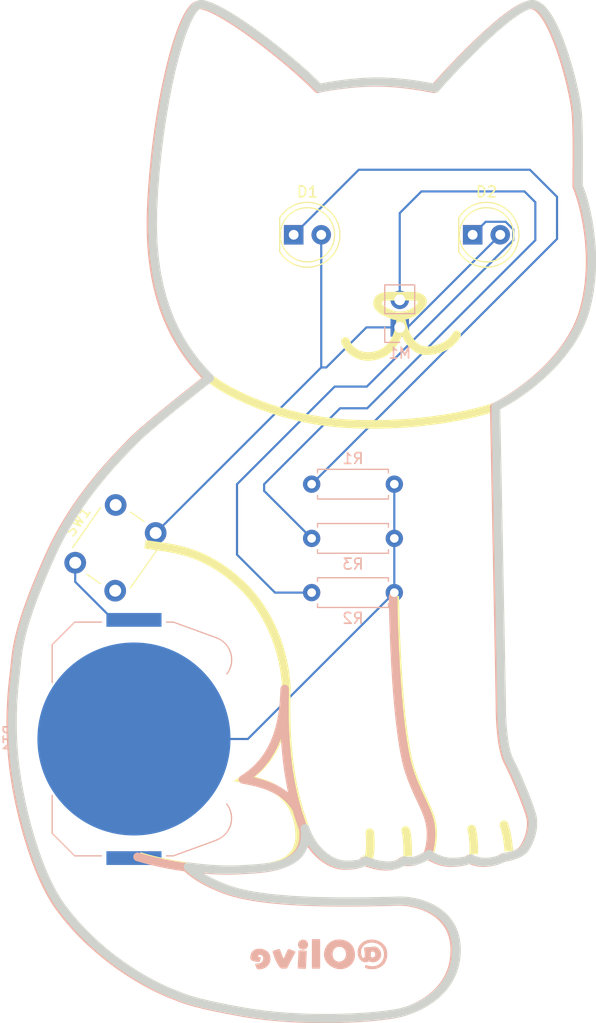
<source format=kicad_pcb>
(kicad_pcb (version 20241229) (generator "pcbnew") (generator_version "9.0")
  (layers (0 "F.Cu" signal) (2 "B.Cu" signal) (13 "F.Paste" user) (15 "B.Paste" user) (5 "F.SilkS" user "F.Silkscreen") (7 "B.SilkS" user "B.Silkscreen") (1 "F.Mask" user) (3 "B.Mask" user) (25 "Edge.Cuts" user))
  (net 0 "")
  (net 1 "Net-(BT1--)")
  (net 2 "Net-(BT1-+)")
  (net 3 "Net-(D1-K)")
  (net 4 "Net-(D2-K)")
  (net 5 "Net-(M1--)")
  (net 6 "Net-(D1-A)")
  (footprint "Button_Switch_THT:SW_PUSH_6mm" (layer "F.Cu") (at 176.085568 100.743395 55)
    (property "Reference" "SW1")
    (property "Value" "SW_Push")
  )
  (footprint "LED_THT:LED_D5.0mm" (layer "F.Cu") (at 196.225 70.5)
    (property "Reference" "D1")
    (property "Value" "LED")
  )
  (footprint "LED_THT:LED_D5.0mm" (layer "F.Cu") (at 212.725 70.5)
    (property "Reference" "D2")
    (property "Value" "LED" (hide yes))
  )
  (footprint "Resistor_THT:R_Axial_DIN0207_L6.3mm_D2.5mm_P7.62mm_Horizontal" (layer "B.Cu") (at 205.5 93.5 180)
    (property "Reference" "R1")
    (property "Value" "R")
  )
  (footprint "Resistor_THT:R_Axial_DIN0207_L6.3mm_D2.5mm_P7.62mm_Horizontal" (layer "B.Cu") (at 197.88 103.5)
    (property "Reference" "R2")
    (property "Value" "R")
  )
  (footprint "Resistor_THT:R_Axial_DIN0207_L6.3mm_D2.5mm_P7.62mm_Horizontal" (layer "B.Cu") (at 197.88 98.5)
    (property "Reference" "R3")
    (property "Value" "R")
  )
  (footprint "Battery:BatteryHolder_Keystone_3034_1x20mm" (layer "B.Cu") (at 181.5 117 -90)
    (property "Reference" "BT1")
    (property "Value" "Battery_Cell")
  )
  (footprint "Connector_PinHeader_2.54mm:PinHeader_1x02_P2.54mm_Vertical" (layer "B.Cu") (at 206 79.04)
    (property "Reference" "M1")
    (property "Value" "Motor_DC")
  )
  (gr_poly (pts (xy 203.255402 125.244459) (xy 203.275203 125.245915) (xy 203.294759 125.248342) (xy 203.314045 125.25172) (xy 203.333032 125.256026) (xy 203.351693 125.261236) (xy 203.370001 125.26733) (xy 203.387927 125.274285) (xy 203.405446 125.282079) (xy 203.422528 125.290688) (xy 203.439147 125.300092) (xy 203.455276 125.310268) (xy 203.470887 125.321193) (xy 203.485952 125.332845) (xy 203.500445 125.345203) (xy 203.514337 125.358243) (xy 203.527602 125.371944) (xy 203.540211 125.386282) (xy 203.552138 125.401237) (xy 203.563355 125.416785) (xy 203.573835 125.432905) (xy 203.58355 125.449574) (xy 203.592473 125.46677) (xy 203.600576 125.48447) (xy 203.607832 125.502653) (xy 203.614213 125.521296) (xy 203.619693 125.540376) (xy 203.624243 125.559872) (xy 203.627837 125.579762) (xy 203.630446 125.600022) (xy 202.840933 125.681786) (xy 202.839339 125.661419) (xy 202.838784 125.641213) (xy 202.839245 125.621196) (xy 202.840701 125.601395) (xy 202.843129 125.581838) (xy 202.846507 125.562552) (xy 202.850812 125.543565) (xy 202.856023 125.524903) (xy 202.862117 125.506596) (xy 202.869072 125.488669) (xy 202.876865 125.47115) (xy 202.885475 125.454067) (xy 202.894879 125.437448) (xy 202.905054 125.421319) (xy 202.915979 125.405708) (xy 202.927631 125.390642) (xy 202.939989 125.376149) (xy 202.953029 125.362257) (xy 202.966729 125.348992) (xy 202.981068 125.336382) (xy 202.996023 125.324455) (xy 203.011571 125.313238) (xy 203.027691 125.302758) (xy 203.04436 125.293043) (xy 203.061556 125.28412) (xy 203.079257 125.276017) (xy 203.09744 125.268761) (xy 203.116083 125.26238) (xy 203.135164 125.2569) (xy 203.15466 125.25235) (xy 203.17455 125.248757) (xy 203.194811 125.246148) (xy 203.215179 125.244553) (xy 203.235385 125.243998)) (fill yes) (layer "F.SilkS"))
  (gr_poly (pts (xy 215.616499 124.516481) (xy 215.635845 124.517521) (xy 215.655038 124.519499) (xy 215.674045 124.5224) (xy 215.692836 124.526207) (xy 215.711378 124.530906) (xy 215.729639 124.53648) (xy 215.74759 124.542914) (xy 215.765197 124.550191) (xy 215.782429 124.558297) (xy 215.799256 124.567215) (xy 215.815644 124.576929) (xy 215.831564 124.587425) (xy 215.846982 124.598685) (xy 215.861869 124.610695) (xy 215.876191 124.623439) (xy 215.889918 124.6369) (xy 215.903018 124.651064) (xy 215.91546 124.665914) (xy 215.927211 124.681434) (xy 215.938241 124.697609) (xy 215.948518 124.714424) (xy 215.95801 124.731862) (xy 215.966686 124.749907) (xy 215.974514 124.768545) (xy 215.981463 124.787759) (xy 215.228457 125.038842) (xy 215.222488 125.019302) (xy 215.217567 124.999696) (xy 215.213679 124.980053) (xy 215.210808 124.960407) (xy 215.208938 124.940789) (xy 215.208054 124.92123) (xy 215.20814 124.901761) (xy 215.20918 124.882415) (xy 215.211158 124.863222) (xy 215.214059 124.844215) (xy 215.217866 124.825425) (xy 215.222565 124.806884) (xy 215.228139 124.788622) (xy 215.234572 124.770672) (xy 215.241849 124.753065) (xy 215.249955 124.735832) (xy 215.258873 124.719006) (xy 215.268587 124.702617) (xy 215.279082 124.686697) (xy 215.290343 124.671279) (xy 215.302352 124.656392) (xy 215.315096 124.64207) (xy 215.328557 124.628343) (xy 215.34272 124.615243) (xy 215.35757 124.602801) (xy 215.37309 124.59105) (xy 215.389266 124.58002) (xy 215.40608 124.569743) (xy 215.423518 124.560251) (xy 215.441564 124.551575) (xy 215.460201 124.543746) (xy 215.479415 124.536797) (xy 215.498955 124.530828) (xy 215.518562 124.525907) (xy 215.538205 124.522019) (xy 215.557852 124.519148) (xy 215.57747 124.517279) (xy 215.59703 124.516395)) (fill yes) (layer "F.SilkS"))
  (gr_poly (pts (xy 205.153918 75.766949) (xy 207.336733 75.766949) (xy 207.373806 75.767864) (xy 207.415091 75.770623) (xy 207.460014 75.775244) (xy 207.507999 75.78175) (xy 207.558471 75.790159) (xy 207.610855 75.800492) (xy 207.664575 75.812769) (xy 207.719058 75.82701) (xy 207.77538 75.843689) (xy 207.835429 75.863899) (xy 207.866534 75.875439) (xy 207.898191 75.887997) (xy 207.930273 75.901615) (xy 207.962654 75.91634) (xy 207.995207 75.932214) (xy 208.027805 75.949284) (xy 208.060323 75.967593) (xy 208.092632 75.987186) (xy 208.124608 76.008107) (xy 208.156123 76.030402) (xy 208.187051 76.054114) (xy 208.217265 76.079289) (xy 208.249564 76.108824) (xy 208.280741 76.14036) (xy 208.310588 76.173874) (xy 208.338896 76.209345) (xy 208.365458 76.246749) (xy 208.390065 76.286064) (xy 208.41251 76.327265) (xy 208.432585 76.370332) (xy 208.450082 76.41524) (xy 208.464793 76.461967) (xy 208.476509 76.51049) (xy 208.485024 76.560786) (xy 208.490129 76.612832) (xy 208.491616 76.666606) (xy 208.489277 76.722084) (xy 208.482905 76.779244) (xy 208.473858 76.830396) (xy 208.461751 76.881266) (xy 208.44666 76.931863) (xy 208.428664 76.982195) (xy 208.407839 77.032272) (xy 208.384264 77.082104) (xy 208.358014 77.131698) (xy 208.329167 77.181065) (xy 208.297802 77.230213) (xy 208.263994 77.279152) (xy 208.227822 77.32789) (xy 208.189362 77.376437) (xy 208.148693 77.424802) (xy 208.10589 77.472994) (xy 208.061033 77.521021) (xy 208.014197 77.568894) (xy 207.898936 77.677152) (xy 207.780315 77.77542) (xy 207.658932 77.864161) (xy 207.535382 77.943836) (xy 207.410262 78.014907) (xy 207.28417 78.077837) (xy 207.157701 78.133089) (xy 207.031453 78.181123) (xy 206.906021 78.222403) (xy 206.782004 78.257391) (xy 206.659996 78.286548) (xy 206.540596 78.310337) (xy 206.538929 78.310608) (xy 206.544984 78.34282) (xy 206.59964 78.579215) (xy 206.631942 78.701283) (xy 206.667634 78.825153) (xy 206.706771 78.950239) (xy 206.749407 79.075958) (xy 206.795599 79.201725) (xy 206.8454 79.326957) (xy 206.898866 79.451068) (xy 206.956052 79.573475) (xy 207.017013 79.693594) (xy 207.081805 79.810839) (xy 207.150099 79.924084) (xy 207.221019 80.031582) (xy 207.294607 80.133083) (xy 207.370909 80.22834) (xy 207.449971 80.317107) (xy 207.531835 80.399135) (xy 207.616548 80.474176) (xy 207.704155 80.541984) (xy 207.794699 80.602309) (xy 207.888225 80.654905) (xy 207.936121 80.678228) (xy 207.984779 80.699525) (xy 208.034205 80.718765) (xy 208.084405 80.735919) (xy 208.135384 80.750955) (xy 208.187148 80.763841) (xy 208.239702 80.774548) (xy 208.293052 80.783043) (xy 208.347204 80.789297) (xy 208.402163 80.793278) (xy 208.457935 80.794955) (xy 208.514525 80.794297) (xy 208.651464 80.787511) (xy 208.783973 80.776291) (xy 208.912088 80.760878) (xy 209.035845 80.74151) (xy 209.155283 80.718426) (xy 209.270436 80.691867) (xy 209.381342 80.66207) (xy 209.488038 80.629276) (xy 209.59056 80.593723) (xy 209.688945 80.555651) (xy 209.78323 80.5153) (xy 209.873451 80.472908) (xy 209.959645 80.428714) (xy 210.041848 80.382959) (xy 210.120098 80.335881) (xy 210.19443 80.28772) (xy 210.264883 80.238714) (xy 210.331491 80.189104) (xy 210.394293 80.139128) (xy 210.453324 80.089026) (xy 210.560221 79.9894) (xy 210.652478 79.892139) (xy 210.730386 79.79916) (xy 210.79424 79.712375) (xy 210.844333 79.633698) (xy 210.880957 79.565045) (xy 210.890212 79.546827) (xy 210.900268 79.529287) (xy 210.911093 79.512439) (xy 210.922653 79.496294) (xy 210.934915 79.480863) (xy 210.947845 79.466158) (xy 210.961412 79.452191) (xy 210.97558 79.438974) (xy 210.990318 79.426519) (xy 211.005592 79.414837) (xy 211.021369 79.40394) (xy 211.037615 79.39384) (xy 211.054297 79.384549) (xy 211.071383 79.376078) (xy 211.088838 79.36844) (xy 211.10663 79.361645) (xy 211.124726 79.355706) (xy 211.143092 79.350635) (xy 211.161695 79.346443) (xy 211.180502 79.343142) (xy 211.199479 79.340744) (xy 211.218594 79.339261) (xy 211.237813 79.338704) (xy 211.257103 79.339085) (xy 211.276431 79.340416) (xy 211.295764 79.342709) (xy 211.315067 79.345976) (xy 211.334309 79.350227) (xy 211.353456 79.355476) (xy 211.372475 79.361733) (xy 211.391332 79.369012) (xy 211.409995 79.377322) (xy 211.428213 79.386577) (xy 211.445752 79.396633) (xy 211.4626 79.407458) (xy 211.478745 79.419018) (xy 211.494176 79.43128) (xy 211.50888 79.444211) (xy 211.522847 79.457777) (xy 211.536063 79.471946) (xy 211.548518 79.486684) (xy 211.5602 79.501958) (xy 211.571097 79.517734) (xy 211.581196 79.53398) (xy 211.590487 79.550663) (xy 211.598958 79.567748) (xy 211.606597 79.585203) (xy 211.613391 79.602995) (xy 211.61933 79.621091) (xy 211.624401 79.639457) (xy 211.628593 79.658059) (xy 211.631894 79.676866) (xy 211.634292 79.695843) (xy 211.635775 79.714958) (xy 211.636332 79.734177) (xy 211.635951 79.753467) (xy 211.63462 79.772794) (xy 211.632327 79.792126) (xy 211.629061 79.81143) (xy 211.62481 79.830672) (xy 211.619561 79.849818) (xy 211.613304 79.868837) (xy 211.606026 79.887693) (xy 211.597716 79.906356) (xy 211.536808 80.021832) (xy 211.459343 80.145617) (xy 211.365148 80.275634) (xy 211.254051 80.409804) (xy 211.125883 80.54605) (xy 210.98047 80.682294) (xy 210.817642 80.816458) (xy 210.637226 80.946465) (xy 210.439052 81.070237) (xy 210.222948 81.185695) (xy 209.988742 81.290763) (xy 209.736263 81.383362) (xy 209.46534 81.461415) (xy 209.1758 81.522843) (xy 208.867473 81.56557) (xy 208.70621 81.579271) (xy 208.540187 81.587517) (xy 208.444399 81.588572) (xy 208.350603 81.585567) (xy 208.258785 81.578623) (xy 208.168931 81.567861) (xy 208.081027 81.553401) (xy 207.995059 81.535366) (xy 207.911014 81.513875) (xy 207.828878 81.489051) (xy 207.748637 81.461014) (xy 207.670277 81.429884) (xy 207.593784 81.395784) (xy 207.519146 81.358834) (xy 207.446347 81.319155) (xy 207.375374 81.276868) (xy 207.306213 81.232094) (xy 207.238852 81.184954) (xy 207.109468 81.084062) (xy 206.987114 80.975158) (xy 206.871678 80.859211) (xy 206.763051 80.737189) (xy 206.661121 80.61006) (xy 206.56578 80.478793) (xy 206.476916 80.344355) (xy 206.394419 80.207715) (xy 206.317255 80.068289) (xy 206.244942 79.926212) (xy 206.191615 79.812473) (xy 206.137526 79.958497) (xy 206.077052 80.105588) (xy 206.009877 80.253042) (xy 205.936043 80.399356) (xy 205.855321 80.543886) (xy 205.767483 80.685992) (xy 205.672301 80.825032) (xy 205.569546 80.960363) (xy 205.458989 81.091344) (xy 205.340402 81.217333) (xy 205.213557 81.337688) (xy 205.078225 81.451768) (xy 204.934178 81.55893) (xy 204.781186 81.658534) (xy 204.619023 81.749936) (xy 204.447458 81.832495) (xy 204.266265 81.90557) (xy 204.075213 81.968518) (xy 203.889568 82.018493) (xy 203.708681 82.058049) (xy 203.532564 82.087574) (xy 203.361233 82.107459) (xy 203.194701 82.118093) (xy 203.032982 82.119864) (xy 202.876089 82.113163) (xy 202.724036 82.098379) (xy 202.576837 82.0759) (xy 202.434506 82.046117) (xy 202.297057 82.009418) (xy 202.164502 81.966193) (xy 202.036857 81.916831) (xy 201.914134 81.861722) (xy 201.796348 81.801254) (xy 201.683512 81.735818) (xy 201.578639 81.667833) (xy 201.479047 81.596331) (xy 201.384694 81.52175) (xy 201.295538 81.44453) (xy 201.211537 81.365109) (xy 201.132648 81.283927) (xy 201.05883 81.201422) (xy 200.990039 81.118032) (xy 200.926235 81.034198) (xy 200.867373 80.950358) (xy 200.813413 80.866951) (xy 200.764313 80.784415) (xy 200.720028 80.703191) (xy 200.680519 80.623715) (xy 200.645742 80.546429) (xy 200.615655 80.47177) (xy 200.60889 80.452493) (xy 200.603171 80.433107) (xy 200.598483 80.413643) (xy 200.594812 80.394133) (xy 200.592144 80.37461) (xy 200.590463 80.355107) (xy 200.589756 80.335654) (xy 200.590008 80.316284) (xy 200.591204 80.29703) (xy 200.593329 80.277923) (xy 200.59637 80.258996) (xy 200.600312 80.24028) (xy 200.605141 80.221808) (xy 200.610841 80.203612) (xy 200.617398 80.185725) (xy 200.624798 80.168178) (xy 200.633026 80.151003) (xy 200.642068 80.134233) (xy 200.651909 80.1179) (xy 200.662536 80.102035) (xy 200.673932 80.086672) (xy 200.686084 80.071841) (xy 200.698977 80.057576) (xy 200.712597 80.043909) (xy 200.726929 80.030871) (xy 200.741958 80.018495) (xy 200.757671 80.006813) (xy 200.774052 79.995856) (xy 200.791088 79.985658) (xy 200.808763 79.976251) (xy 200.827064 79.967666) (xy 200.845975 79.959935) (xy 200.865251 79.95317) (xy 200.884638 79.947451) (xy 200.904102 79.942763) (xy 200.923611 79.939092) (xy 200.943134 79.936424) (xy 200.962638 79.934743) (xy 200.982091 79.934036) (xy 201.00146 79.934288) (xy 201.020715 79.935484) (xy 201.039822 79.93761) (xy 201.058749 79.940651) (xy 201.077465 79.944593) (xy 201.095936 79.949421) (xy 201.114132 79.955121) (xy 201.13202 79.961678) (xy 201.149567 79.969078) (xy 201.166741 79.977307) (xy 201.183512 79.986349) (xy 201.199845 79.99619) (xy 201.215709 80.006816) (xy 201.231073 80.018212) (xy 201.245903 80.030364) (xy 201.260168 80.043257) (xy 201.273836 80.056877) (xy 201.286874 80.071209) (xy 201.29925 80.086239) (xy 201.310932 80.101951) (xy 201.321888 80.118333) (xy 201.332086 80.135368) (xy 201.341494 80.153044) (xy 201.350079 80.171344) (xy 201.35781 80.190255) (xy 201.377257 80.238337) (xy 201.400191 80.288931) (xy 201.426633 80.341677) (xy 201.456604 80.396214) (xy 201.490125 80.452182) (xy 201.527215 80.509223) (xy 201.567897 80.566976) (xy 201.61219 80.62508) (xy 201.660115 80.683177) (xy 201.711694 80.740907) (xy 201.766946 80.797909) (xy 201.825893 80.853823) (xy 201.888555 80.908291) (xy 201.954953 80.960951) (xy 202.025107 81.011444) (xy 202.09904 81.059411) (xy 202.174108 81.103057) (xy 202.253414 81.14403) (xy 202.337034 81.181918) (xy 202.425044 81.216312) (xy 202.51752 81.246801) (xy 202.614539 81.272974) (xy 202.716176 81.294421) (xy 202.82251 81.310731) (xy 202.933615 81.321495) (xy 203.049568 81.326301) (xy 203.170446 81.324739) (xy 203.296325 81.316399) (xy 203.42728 81.30087) (xy 203.56339 81.277742) (xy 203.704729 81.246605) (xy 203.851374 81.207047) (xy 203.989307 81.161698) (xy 204.120631 81.108978) (xy 204.245493 81.049232) (xy 204.364043 80.982805) (xy 204.476431 80.910044) (xy 204.582806 80.831294) (xy 204.683317 80.746901) (xy 204.778113 80.657211) (xy 204.867343 80.562569) (xy 204.951156 80.463321) (xy 205.029703 80.359813) (xy 205.103132 80.25239) (xy 205.171591 80.141399) (xy 205.235232 80.027184) (xy 205.294202 79.910092) (xy 205.348651 79.790469) (xy 205.399022 79.667798) (xy 205.444679 79.544183) (xy 205.485791 79.420101) (xy 205.522526 79.296033) (xy 205.555053 79.172456) (xy 205.583542 79.049849) (xy 205.608161 78.92869) (xy 205.629079 78.80946) (xy 205.646466 78.692635) (xy 205.66049 78.578695) (xy 205.671321 78.468118) (xy 205.679127 78.361383) (xy 205.679225 78.359355) (xy 205.620075 78.355234) (xy 205.558976 78.34978) (xy 205.504359 78.343859) (xy 205.461627 78.338832) (xy 205.421019 78.324811) (xy 205.18472 78.242367) (xy 205.049644 78.193078) (xy 204.907196 78.138245) (xy 204.760307 78.077744) (xy 204.611912 78.011451) (xy 204.538065 77.976094) (xy 204.464942 77.939242) (xy 204.392909 77.90088) (xy 204.322333 77.860993) (xy 204.257262 77.821851) (xy 204.190261 77.778792) (xy 204.122254 77.731748) (xy 204.054168 77.680649) (xy 203.986928 77.625427) (xy 203.921458 77.566014) (xy 203.858685 77.50234) (xy 203.799533 77.434337) (xy 203.744929 77.361935) (xy 203.695796 77.285067) (xy 203.673572 77.244936) (xy 203.653062 77.203662) (xy 203.634383 77.161238) (xy 203.61765 77.117653) (xy 203.60298 77.072901) (xy 203.590487 77.026971) (xy 203.580287 76.979856) (xy 203.572497 76.931547) (xy 203.567231 76.882035) (xy 203.564606 76.831312) (xy 203.564674 76.804404) (xy 204.358521 76.804404) (xy 204.359711 76.818399) (xy 204.362747 76.834036) (xy 204.367962 76.85129) (xy 204.375692 76.870137) (xy 204.386269 76.89055) (xy 204.400028 76.912506) (xy 204.417302 76.935977) (xy 204.438425 76.960941) (xy 204.463732 76.98737) (xy 204.493555 77.01524) (xy 204.52823 77.044527) (xy 204.56809 77.075203) (xy 204.613468 77.107246) (xy 204.664699 77.140628) (xy 204.722117 77.175326) (xy 204.777721 77.206721) (xy 204.834946 77.237127) (xy 204.893567 77.266573) (xy 204.953359 77.295086) (xy 205.075562 77.349425) (xy 205.199758 77.400371) (xy 205.324152 77.448148) (xy 205.446949 77.492981) (xy 205.638804 77.560101) (xy 205.683584 77.564051) (xy 205.734968 77.567597) (xy 205.791302 77.570366) (xy 205.852224 77.5721) (xy 205.917376 77.572539) (xy 205.986397 77.571424) (xy 206.058928 77.568497) (xy 206.142179 77.562862) (xy 206.227633 77.554515) (xy 206.314929 77.543197) (xy 206.403705 77.528649) (xy 206.493601 77.510611) (xy 206.584254 77.488823) (xy 206.675305 77.463028) (xy 206.766391 77.432965) (xy 206.857151 77.398375) (xy 206.947225 77.358999) (xy 207.036251 77.314577) (xy 207.123868 77.264851) (xy 207.209714 77.20956) (xy 207.293428 77.148447) (xy 207.374649 77.08125) (xy 207.453017 77.007712) (xy 207.472016 76.988487) (xy 207.490016 76.96983) (xy 207.507041 76.951738) (xy 207.52312 76.934209) (xy 207.538279 76.917242) (xy 207.552545 76.900834) (xy 207.565944 76.884985) (xy 207.578503 76.869691) (xy 207.590249 76.854952) (xy 207.601208 76.840765) (xy 207.620876 76.814041) (xy 207.637718 76.789505) (xy 207.65195 76.767141) (xy 207.663785 76.746935) (xy 207.673437 76.728873) (xy 207.681121 76.712938) (xy 207.687049 76.699118) (xy 207.691436 76.687397) (xy 207.691537 76.687077) (xy 207.705319 76.687077) (xy 207.705368 76.687153) (xy 207.705502 76.687325) (xy 207.70546 76.687253) (xy 207.705319 76.687077) (xy 207.691537 76.687077) (xy 207.694496 76.677761) (xy 207.694719 76.676894) (xy 207.690179 76.67315) (xy 207.683132 76.667861) (xy 207.6753 76.662462) (xy 207.666693 76.656974) (xy 207.65732 76.651416) (xy 207.64719 76.64581) (xy 207.636314 76.640176) (xy 207.624699 76.634535) (xy 207.612356 76.628909) (xy 207.599293 76.623317) (xy 207.58552 76.61778) (xy 207.571047 76.61232) (xy 207.555882 76.606956) (xy 207.540035 76.60171) (xy 207.523515 76.596603) (xy 207.506331 76.591655) (xy 207.490454 76.587368) (xy 207.474814 76.583432) (xy 207.459475 76.579837) (xy 207.4445 76.576574) (xy 207.429954 76.573633) (xy 207.415898 76.571006) (xy 207.402397 76.568682) (xy 207.389514 76.566653) (xy 207.382952 76.565671) (xy 207.376812 76.564802) (xy 207.371096 76.56404) (xy 207.365808 76.563379) (xy 207.36095 76.56281) (xy 207.356525 76.562328) (xy 207.348986 76.561593) (xy 207.343214 76.561119) (xy 207.339232 76.560849) (xy 207.336733 76.5607) (xy 205.153918 76.5607) (xy 205.007431 76.560491) (xy 204.931859 76.561363) (xy 204.855734 76.563891) (xy 204.779808 76.568832) (xy 204.742154 76.572443) (xy 204.70483 76.576941) (xy 204.667931 76.582418) (xy 204.631551 76.588971) (xy 204.595783 76.596693) (xy 204.560721 76.605679) (xy 204.544923 76.610278) (xy 204.530008 76.614984) (xy 204.515954 76.619782) (xy 204.502738 76.624656) (xy 204.490339 76.62959) (xy 204.478733 76.634568) (xy 204.467899 76.639573) (xy 204.457815 76.644589) (xy 204.448457 76.649601) (xy 204.439805 76.654592) (xy 204.431835 76.659546) (xy 204.424526 76.664448) (xy 204.417855 76.66928) (xy 204.411799 76.674027) (xy 204.406337 76.678673) (xy 204.401446 76.683201) (xy 204.395019 76.689817) (xy 204.391751 76.693578) (xy 204.388482 76.697702) (xy 204.385239 76.702234) (xy 204.382048 76.707221) (xy 204.378936 76.712707) (xy 204.375929 76.718738) (xy 204.373054 76.72536) (xy 204.370337 76.732618) (xy 204.367804 76.740558) (xy 204.365483 76.749225) (xy 204.3634 76.758665) (xy 204.361582 76.768923) (xy 204.360054 76.780045) (xy 204.358843 76.792077) (xy 204.358521 76.804404) (xy 203.564674 76.804404) (xy 203.564737 76.779369) (xy 203.56774 76.726197) (xy 203.572588 76.679681) (xy 203.579272 76.634201) (xy 203.587763 76.589769) (xy 203.59803 76.546398) (xy 203.610043 76.5041) (xy 203.623773 76.462889) (xy 203.639189 76.422777) (xy 203.656262 76.383776) (xy 203.67496 76.345899) (xy 203.695255 76.309159) (xy 203.717116 76.273567) (xy 203.740513 76.239138) (xy 203.765417 76.205883) (xy 203.791797 76.173815) (xy 203.819622 76.142946) (xy 203.848864 76.11329) (xy 203.877728 76.086443) (xy 203.907267 76.061134) (xy 203.937405 76.037316) (xy 203.968062 76.014939) (xy 203.999161 75.993953) (xy 204.030623 75.974311) (xy 204.062372 75.955964) (xy 204.094329 75.938862) (xy 204.126417 75.922957) (xy 204.158557 75.9082) (xy 204.190671 75.894542) (xy 204.222681 75.881935) (xy 204.254511 75.870329) (xy 204.286081 75.859676) (xy 204.317314 75.849927) (xy 204.348132 75.841033) (xy 204.407447 75.82579) (xy 204.467233 75.812743) (xy 204.527134 75.801725) (xy 204.586792 75.792567) (xy 204.64585 75.785102) (xy 204.703953 75.779165) (xy 204.760743 75.774586) (xy 204.815864 75.771199) (xy 204.91967 75.767333) (xy 205.012517 75.766228)) (fill yes) (layer "F.SilkS"))
  (gr_poly (pts (xy 218.308593 48.847745) (xy 218.378599 48.85407) (xy 218.447566 48.864397) (xy 218.515475 48.878547) (xy 218.582312 48.896345) (xy 218.648059 48.917612) (xy 218.712701 48.942172) (xy 218.776222 48.969849) (xy 218.838604 49.000465) (xy 218.899833 49.033842) (xy 218.959891 49.069806) (xy 219.018763 49.108177) (xy 219.076431 49.14878) (xy 219.13288 49.191438) (xy 219.188094 49.235973) (xy 219.242056 49.282208) (xy 219.295496 49.330626) (xy 219.348463 49.381217) (xy 219.400956 49.433917) (xy 219.452976 49.488661) (xy 219.504524 49.545383) (xy 219.555601 49.604019) (xy 219.606207 49.664504) (xy 219.656343 49.726771) (xy 219.755205 49.856397) (xy 219.852194 49.992375) (xy 219.947313 50.134185) (xy 220.040568 50.281306) (xy 220.223614 50.59343) (xy 220.40276 50.928702) (xy 220.577705 51.284542) (xy 220.748146 51.658367) (xy 220.913781 52.047599) (xy 221.074308 52.449655) (xy 221.229424 52.861955) (xy 221.378829 53.281919) (xy 221.660411 54.138174) (xy 221.91813 55.00454) (xy 222.149082 55.861739) (xy 222.350362 56.690493) (xy 222.519067 57.471522) (xy 222.652295 58.185548) (xy 222.74714 58.813294) (xy 222.779262 59.088786) (xy 222.8007 59.335479) (xy 222.841906 60.1179) (xy 222.867494 60.98813) (xy 222.880582 61.909095) (xy 222.884293 62.843723) (xy 222.868132 65.909458) (xy 223.154055 66.691427) (xy 223.314414 67.219159) (xy 223.470498 67.803231) (xy 223.618201 68.438844) (xy 223.753414 69.121199) (xy 223.872031 69.8455) (xy 223.969942 70.606946) (xy 224.043041 71.400742) (xy 224.08722 72.222087) (xy 224.098371 73.066185) (xy 224.072387 73.928236) (xy 224.005159 74.803444) (xy 223.892581 75.687009) (xy 223.730544 76.574133) (xy 223.514941 77.460019) (xy 223.380553 77.905359) (xy 223.226177 78.342238) (xy 223.052997 78.77048) (xy 222.862199 79.189904) (xy 222.654967 79.600332) (xy 222.432488 80.001587) (xy 222.195946 80.393489) (xy 221.946526 80.77586) (xy 221.685414 81.148522) (xy 221.413795 81.511295) (xy 221.132855 81.864003) (xy 220.843777 82.206465) (xy 220.547748 82.538504) (xy 220.245953 82.859941) (xy 219.939577 83.170598) (xy 219.629805 83.470296) (xy 219.31717 83.759413) (xy 219.002751 84.037828) (xy 218.687656 84.305358) (xy 218.372996 84.561818) (xy 218.059878 84.807023) (xy 217.749411 85.04079) (xy 217.442705 85.262934) (xy 217.140868 85.473271) (xy 216.845009 85.671616) (xy 216.556236 85.857785) (xy 216.275659 86.031595) (xy 216.004387 86.19286) (xy 215.49419 86.477019) (xy 215.265714 86.592219) (xy 215.790034 113.594689) (xy 215.790301 113.601838) (xy 215.790167 113.609109) (xy 215.789067 114.155531) (xy 215.794622 114.472731) (xy 215.804984 114.812832) (xy 215.820703 115.171015) (xy 215.842332 115.542463) (xy 215.870423 115.922357) (xy 215.905528 116.305878) (xy 215.948746 116.692174) (xy 215.999464 117.066812) (xy 216.057887 117.425735) (xy 216.090053 117.598037) (xy 216.124222 117.764889) (xy 216.16042 117.925786) (xy 216.198673 118.080219) (xy 216.239008 118.227681) (xy 216.281448 118.367667) (xy 216.326021 118.499668) (xy 216.372753 118.623178) (xy 216.421668 118.737691) (xy 216.472792 118.842698) (xy 216.781913 119.462534) (xy 217.098769 120.145586) (xy 217.412481 120.861618) (xy 217.712169 121.580396) (xy 217.986953 122.271685) (xy 218.225953 122.905248) (xy 218.418288 123.450851) (xy 218.55308 123.878258) (xy 218.602979 124.080485) (xy 218.638945 124.287614) (xy 218.661391 124.49883) (xy 218.670728 124.713315) (xy 218.667367 124.930251) (xy 218.65172 125.148821) (xy 218.624198 125.368207) (xy 218.585212 125.587592) (xy 218.535174 125.806159) (xy 218.474496 126.023089) (xy 218.403588 126.237567) (xy 218.322862 126.448774) (xy 218.23273 126.655893) (xy 218.133603 126.858106) (xy 218.025893 127.054596) (xy 217.91001 127.244546) (xy 217.879068 127.290656) (xy 217.846548 127.335316) (xy 217.777107 127.420379) (xy 217.70235 127.499926) (xy 217.622944 127.574148) (xy 217.539552 127.643234) (xy 217.452841 127.707375) (xy 217.363474 127.766761) (xy 217.272117 127.821584) (xy 217.179434 127.872034) (xy 217.086091 127.918301) (xy 216.992751 127.960575) (xy 216.900082 127.999048) (xy 216.808746 128.033909) (xy 216.719409 128.065349) (xy 216.549391 128.118729) (xy 216.464042 128.142689) (xy 216.380847 128.164336) (xy 216.300275 128.183775) (xy 216.222795 128.201112) (xy 216.148874 128.216453) (xy 216.078981 128.229903) (xy 216.013584 128.241566) (xy 215.95315 128.251549) (xy 215.897665 128.260103) (xy 215.847798 128.267193) (xy 215.804008 128.272942) (xy 215.803493 128.273004) (xy 215.793096 128.279819) (xy 215.749174 128.306478) (xy 215.702895 128.332621) (xy 215.654409 128.358215) (xy 215.603866 128.383231) (xy 215.551416 128.407637) (xy 215.44139 128.454498) (xy 215.325528 128.498551) (xy 215.205029 128.53955) (xy 215.081088 128.577248) (xy 214.94735 128.613301) (xy 214.80725 128.646287) (xy 214.661483 128.675668) (xy 214.510743 128.70091) (xy 214.355724 128.721476) (xy 214.197121 128.73683) (xy 214.035628 128.746436) (xy 213.871939 128.749757) (xy 213.788123 128.748677) (xy 213.706129 128.745531) (xy 213.626008 128.740454) (xy 213.547816 128.733585) (xy 213.471604 128.725059) (xy 213.397428 128.715016) (xy 213.32534 128.703591) (xy 213.255394 128.690922) (xy 213.187642 128.677145) (xy 213.12214 128.6624) (xy 212.998095 128.630547) (xy 212.883686 128.596462) (xy 212.779341 128.561242) (xy 212.730901 128.543484) (xy 212.685029 128.525816) (xy 212.641777 128.508365) (xy 212.601196 128.491259) (xy 212.572018 128.478439) (xy 212.550882 128.488309) (xy 212.509337 128.506081) (xy 212.462855 128.524354) (xy 212.414155 128.541963) (xy 212.363324 128.558903) (xy 212.310452 128.575166) (xy 212.255626 128.590748) (xy 212.198936 128.605642) (xy 212.140469 128.619841) (xy 212.080313 128.63334) (xy 211.953251 128.658549) (xy 211.817228 128.681222) (xy 211.672535 128.701104) (xy 211.519464 128.717941) (xy 211.358306 128.731479) (xy 211.189354 128.741464) (xy 211.012898 128.747641) (xy 210.82923 128.749757) (xy 210.729161 128.748263) (xy 210.630325 128.743873) (xy 210.532773 128.736725) (xy 210.436553 128.726956) (xy 210.248307 128.700111) (xy 210.065984 128.66444) (xy 209.889977 128.621045) (xy 209.720682 128.571032) (xy 209.558493 128.515502) (xy 209.403805 128.455558) (xy 209.257012 128.392305) (xy 209.11851 128.326846) (xy 208.988693 128.260282) (xy 208.867956 128.193719) (xy 208.756694 128.128258) (xy 208.723243 128.107389) (xy 208.70555 128.118203) (xy 208.66479 128.142201) (xy 208.622576 128.16624) (xy 208.579053 128.190257) (xy 208.534367 128.214193) (xy 208.488664 128.237986) (xy 208.442089 128.261576) (xy 208.394788 128.284901) (xy 208.346907 128.3079) (xy 208.250134 128.352699) (xy 208.150445 128.39651) (xy 208.048929 128.438742) (xy 207.946677 128.478806) (xy 207.844778 128.516111) (xy 207.744322 128.550065) (xy 207.6464 128.580079) (xy 207.5521 128.605561) (xy 207.456975 128.627019) (xy 207.361829 128.644129) (xy 207.267153 128.65721) (xy 207.173432 128.66658) (xy 207.081157 128.672559) (xy 206.990815 128.675463) (xy 206.902894 128.675613) (xy 206.817884 128.673327) (xy 206.736271 128.668923) (xy 206.658545 128.66272) (xy 206.585194 128.655037) (xy 206.516706 128.646191) (xy 206.501536 128.643684) (xy 206.494643 128.648615) (xy 206.412559 128.700984) (xy 206.320441 128.753462) (xy 206.218555 128.805146) (xy 206.107163 128.855133) (xy 205.986531 128.902523) (xy 205.856922 128.946412) (xy 205.718602 128.985898) (xy 205.571834 129.020079) (xy 205.416882 129.048052) (xy 205.254012 129.068916) (xy 205.083487 129.081768) (xy 204.905572 129.085706) (xy 204.72053 129.079827) (xy 204.541141 129.066141) (xy 204.366523 129.04693) (xy 204.197142 129.022897) (xy 204.033461 128.994744) (xy 203.875946 128.963172) (xy 203.725061 128.928884) (xy 203.581271 128.892581) (xy 203.445041 128.854965) (xy 203.316835 128.816738) (xy 203.197118 128.778602) (xy 202.985009 128.705411) (xy 202.908142 128.676282) (xy 202.870023 128.699099) (xy 202.826628 128.722814) (xy 202.780727 128.745748) (xy 202.73232 128.767883) (xy 202.681409 128.789199) (xy 202.627992 128.809678) (xy 202.572071 128.8293) (xy 202.513644 128.848046) (xy 202.387788 128.883225) (xy 202.248609 128.915222) (xy 202.095608 128.943572) (xy 201.928285 128.96781) (xy 201.746142 128.987471) (xy 201.548678 129.002091) (xy 201.335395 129.011203) (xy 201.105794 129.014344) (xy 200.941962 129.009812) (xy 200.778198 128.996343) (xy 200.614701 128.974124) (xy 200.451673 128.943345) (xy 200.289315 128.904191) (xy 200.127826 128.856853) (xy 199.96741 128.801518) (xy 199.808265 128.738375) (xy 199.650594 128.667611) (xy 199.494596 128.589414) (xy 199.188428 128.411477) (xy 198.891366 128.206069) (xy 198.605019 127.974695) (xy 198.330994 127.71886) (xy 198.070897 127.44007) (xy 197.826337 127.13983) (xy 197.598921 126.819646) (xy 197.390255 126.481022) (xy 197.201947 126.125464) (xy 197.176073 126.067759) (xy 197.16751 126.21458) (xy 197.152472 126.368918) (xy 197.131736 126.518828) (xy 197.105381 126.664357) (xy 197.073484 126.805551) (xy 197.036122 126.942458) (xy 196.993374 127.075122) (xy 196.945316 127.203591) (xy 196.892028 127.327912) (xy 196.833586 127.448131) (xy 196.770068 127.564294) (xy 196.701983 127.675839) (xy 196.629723 127.782447) (xy 196.553488 127.884236) (xy 196.473478 127.981321) (xy 196.389894 128.07382) (xy 196.302934 128.16185) (xy 196.212799 128.245528) (xy 196.119689 128.324972) (xy 196.023804 128.400298) (xy 195.925345 128.471623) (xy 195.82451 128.539065) (xy 195.7215 128.602741) (xy 195.616515 128.662767) (xy 195.509754 128.719261) (xy 195.401419 128.77234) (xy 195.291709 128.822121) (xy 195.07316 128.910614) (xy 194.848775 128.988674) (xy 194.619827 129.057058) (xy 194.387589 129.116524) (xy 194.153335 129.167828) (xy 193.918336 129.21173) (xy 193.683867 129.248984) (xy 193.4512 129.28035) (xy 192.996368 129.328445) (xy 192.564024 129.362072) (xy 191.807543 129.410157) (xy 191.10981 129.448487) (xy 190.430445 129.463488) (xy 189.76404 129.457132) (xy 189.105188 129.43139) (xy 188.448482 129.388236) (xy 187.832483 129.333544) (xy 187.987477 129.43042) (xy 188.27366 129.596488) (xy 188.595303 129.769363) (xy 188.953683 129.947286) (xy 189.350072 130.128498) (xy 189.785746 130.311242) (xy 190.261979 130.49376) (xy 190.780305 130.665426) (xy 191.359028 130.823091) (xy 191.998826 130.96668) (xy 192.700379 131.096118) (xy 193.464365 131.21133) (xy 194.291464 131.312241) (xy 195.182353 131.398778) (xy 196.137713 131.470864) (xy 197.154406 131.528232) (xy 198.23389 131.571103) (xy 199.376597 131.599553) (xy 200.582961 131.613658) (xy 203.188389 131.599138) (xy 206.053633 131.528153) (xy 206.060118 131.527886) (xy 206.066729 131.527886) (xy 206.2496 131.530877) (xy 206.442318 131.540113) (xy 206.643845 131.555987) (xy 206.853145 131.578893) (xy 207.069183 131.609225) (xy 207.29092 131.647376) (xy 207.517321 131.693741) (xy 207.747349 131.748713) (xy 207.979968 131.812686) (xy 208.21414 131.886054) (xy 208.44883 131.96921) (xy 208.683001 132.062549) (xy 208.915616 132.166464) (xy 209.145638 132.281348) (xy 209.372032 132.407596) (xy 209.59376 132.545602) (xy 209.813979 132.698922) (xy 210.026786 132.865048) (xy 210.231099 133.04428) (xy 210.42584 133.236919) (xy 210.609925 133.443265) (xy 210.782276 133.66362) (xy 210.941811 133.898284) (xy 211.087449 134.147558) (xy 211.21811 134.411743) (xy 211.332712 134.691139) (xy 211.430176 134.986047) (xy 211.50942 135.296768) (xy 211.569364 135.623603) (xy 211.608926 135.966852) (xy 211.627026 136.326817) (xy 211.622584 136.703797) (xy 211.611887 136.893716) (xy 211.595862 137.080083) (xy 211.574641 137.262921) (xy 211.54836 137.442252) (xy 211.517151 137.6181) (xy 211.48115 137.790487) (xy 211.44049 137.959436) (xy 211.395306 138.12497) (xy 211.345732 138.287111) (xy 211.291901 138.445884) (xy 211.233947 138.60131) (xy 211.172006 138.753412) (xy 211.036695 139.047736) (xy 210.887042 139.32904) (xy 210.724117 139.597506) (xy 210.548995 139.853317) (xy 210.362748 140.096656) (xy 210.166449 140.327705) (xy 209.961171 140.546647) (xy 209.747986 140.753665) (xy 209.527967 140.948942) (xy 209.302188 141.132661) (xy 209.073506 141.303789) (xy 208.840955 141.464194) (xy 208.605522 141.614086) (xy 208.368198 141.753676) (xy 208.129971 141.883172) (xy 207.89183 142.002784) (xy 207.654763 142.112724) (xy 207.41976 142.213199) (xy 207.18781 142.304421) (xy 206.959901 142.386599) (xy 206.737022 142.459944) (xy 206.520163 142.524664) (xy 206.310311 142.58097) (xy 206.108457 142.629071) (xy 205.915589 142.669178) (xy 205.741153 142.700006) (xy 205.74116 142.700043) (xy 205.739835 142.700239) (xy 205.732695 142.701501) (xy 205.732662 142.701297) (xy 204.60807 142.867186) (xy 203.180965 143.007008) (xy 201.51699 143.106939) (xy 199.673291 143.154403) (xy 197.707014 143.13683) (xy 195.675303 143.041644) (xy 194.652768 142.961018) (xy 193.635304 142.856274) (xy 192.630054 142.725841) (xy 191.644162 142.568146) (xy 190.851569 142.425242) (xy 190.131847 142.289429) (xy 189.480618 142.160428) (xy 188.893509 142.037959) (xy 188.366143 141.92174) (xy 187.894145 141.811491) (xy 187.47314 141.706931) (xy 187.098753 141.60778) (xy 186.766609 141.513758) (xy 186.472331 141.424583) (xy 186.211546 141.339975) (xy 185.979876 141.259654) (xy 185.586385 141.11075) (xy 185.256857 140.975625) (xy 185.256876 140.975578) (xy 185.210291 140.956177) (xy 185.210293 140.95617) (xy 184.718623 140.764147) (xy 184.163628 140.524505) (xy 183.566408 140.243121) (xy 182.932454 139.919778) (xy 182.267258 139.554256) (xy 181.576312 139.146339) (xy 180.865107 138.695808) (xy 180.139136 138.202445) (xy 179.403889 137.666032) (xy 178.66486 137.08635) (xy 177.927539 136.463183) (xy 177.197418 135.796312) (xy 176.47999 135.085518) (xy 175.780745 134.330585) (xy 175.105176 133.531293) (xy 174.458775 132.687424) (xy 174.255361 132.397191) (xy 174.056003 132.09202) (xy 173.860756 131.772777) (xy 173.669678 131.440329) (xy 173.482825 131.095542) (xy 173.300253 130.739281) (xy 172.948178 129.995802) (xy 172.613906 129.216821) (xy 172.297889 128.409266) (xy 172.000579 127.580065) (xy 171.722428 126.736146) (xy 171.462709 125.880362) (xy 171.222356 125.020291) (xy 171.001947 124.162523) (xy 170.802064 123.313649) (xy 170.623288 122.480258) (xy 170.466199 121.668942) (xy 170.331378 120.886291) (xy 170.219405 120.138894) (xy 170.131205 119.448755) (xy 170.058427 118.772757) (xy 170.000286 118.110746) (xy 169.955995 117.462569) (xy 169.92477 116.828072) (xy 169.905825 116.207102) (xy 169.90167 115.016382) (xy 170.695301 115.016382) (xy 170.69941 116.190939) (xy 170.748449 117.41723) (xy 170.848517 118.696606) (xy 171.005711 120.030419) (xy 171.115237 120.761358) (xy 171.24726 121.527579) (xy 171.401198 122.322495) (xy 171.57647 123.13952) (xy 171.772494 123.972067) (xy 171.988688 124.813548) (xy 172.224469 125.657376) (xy 172.479255 126.496964) (xy 172.752814 127.326719) (xy 173.043259 128.13631) (xy 173.349878 128.919491) (xy 173.509031 129.299225) (xy 173.67196 129.670013) (xy 173.838578 130.031075) (xy 174.008796 130.38163) (xy 174.182523 130.720896) (xy 174.359673 131.048092) (xy 174.540154 131.362439) (xy 174.72388 131.663154) (xy 174.910761 131.949457) (xy 175.100707 132.220567) (xy 175.725513 133.036076) (xy 176.378853 133.8087) (xy 177.055334 134.538608) (xy 177.749558 135.225971) (xy 178.456131 135.870958) (xy 179.169656 136.473738) (xy 179.884739 137.03448) (xy 180.595983 137.553355) (xy 181.297993 138.030532) (xy 181.985373 138.46618) (xy 182.652728 138.860469) (xy 183.294662 139.213568) (xy 183.905779 139.525648) (xy 184.480684 139.796877) (xy 185.01398 140.027425) (xy 185.500273 140.217461) (xy 185.508079 140.220368) (xy 185.515884 140.22355) (xy 185.56245 140.242989) (xy 185.562583 140.242989) (xy 186.235149 140.508007) (xy 186.704127 140.665383) (xy 187.308436 140.842191) (xy 188.083228 141.040574) (xy 189.063653 141.262672) (xy 190.284864 141.510625) (xy 191.782012 141.786576) (xy 192.749396 141.941224) (xy 193.736234 142.069068) (xy 194.735392 142.171669) (xy 195.739731 142.25059) (xy 196.742118 142.307393) (xy 197.735415 142.343641) (xy 199.666197 142.360718) (xy 201.47499 142.314322) (xy 203.104705 142.216948) (xy 204.498255 142.081097) (xy 205.598551 141.919266) (xy 205.602786 141.918473) (xy 205.607016 141.917809) (xy 205.769383 141.889056) (xy 205.94123 141.853185) (xy 206.121615 141.810023) (xy 206.309592 141.759397) (xy 206.50422 141.701135) (xy 206.704554 141.635062) (xy 206.909651 141.561008) (xy 207.118568 141.478798) (xy 207.33036 141.388259) (xy 207.544084 141.28922) (xy 207.758796 141.181507) (xy 207.973554 141.064947) (xy 208.187414 140.939368) (xy 208.399431 140.804596) (xy 208.608663 140.660459) (xy 208.814166 140.506783) (xy 209.013038 140.34503) (xy 209.206204 140.173812) (xy 209.392803 139.992928) (xy 209.571975 139.802179) (xy 209.742861 139.601364) (xy 209.904598 139.390281) (xy 210.056329 139.168733) (xy 210.197191 138.936516) (xy 210.326326 138.693433) (xy 210.442873 138.439281) (xy 210.545971 138.173861) (xy 210.634761 137.896972) (xy 210.708382 137.608415) (xy 210.765974 137.307988) (xy 210.806677 136.995491) (xy 210.82963 136.670724) (xy 210.834041 136.508344) (xy 210.833659 136.349956) (xy 210.828596 136.195512) (xy 210.818968 136.044962) (xy 210.804887 135.898255) (xy 210.786468 135.755343) (xy 210.763824 135.616176) (xy 210.73707 135.480703) (xy 210.706318 135.348876) (xy 210.671684 135.220646) (xy 210.633279 135.095961) (xy 210.59122 134.974773) (xy 210.545618 134.857032) (xy 210.496588 134.742688) (xy 210.444244 134.631693) (xy 210.3887 134.523995) (xy 210.330069 134.419546) (xy 210.268465 134.318296) (xy 210.204003 134.220196) (xy 210.136795 134.125195) (xy 210.066955 134.033244) (xy 209.994598 133.944294) (xy 209.919838 133.858295) (xy 209.842787 133.775197) (xy 209.68227 133.617507) (xy 209.513959 133.470827) (xy 209.338764 133.33476) (xy 209.157595 133.208909) (xy 208.966541 133.090071) (xy 208.770749 132.981102) (xy 208.571173 132.881698) (xy 208.368768 132.791556) (xy 208.164489 132.710371) (xy 207.95929 132.63784) (xy 207.754127 132.573659) (xy 207.549952 132.517523) (xy 207.347722 132.46913) (xy 207.14839 132.428175) (xy 206.952912 132.394355) (xy 206.762241 132.367365) (xy 206.577333 132.346901) (xy 206.399142 132.332661) (xy 206.228622 132.324339) (xy 206.069207 132.321674) (xy 204.60876 132.364081) (xy 203.201753 132.39273) (xy 201.858462 132.407199) (xy 200.578545 132.407376) (xy 199.361657 132.393148) (xy 198.207453 132.364402) (xy 197.11559 132.321024) (xy 196.085723 132.262902) (xy 195.118634 132.190003) (xy 194.210313 132.101905) (xy 193.360663 131.998338) (xy 192.569592 131.879036) (xy 191.837005 131.743728) (xy 191.492612 131.669988) (xy 191.162805 131.592147) (xy 190.847572 131.51017) (xy 190.546901 131.424024) (xy 190.260779 131.333675) (xy 189.989195 131.239091) (xy 189.734377 131.143652) (xy 189.489874 131.047735) (xy 189.255529 130.951557) (xy 189.031188 130.855337) (xy 188.816695 130.759294) (xy 188.611893 130.663647) (xy 188.416627 130.568614) (xy 188.230741 130.474413) (xy 188.054079 130.381263) (xy 187.886485 130.289383) (xy 187.577881 130.110307) (xy 187.303681 129.938932) (xy 187.062638 129.777009) (xy 186.954258 129.70013) (xy 186.853743 129.626309) (xy 186.760933 129.555762) (xy 186.675668 129.488707) (xy 186.597789 129.425361) (xy 186.527136 129.36594) (xy 186.463549 129.310662) (xy 186.406868 129.259743) (xy 186.381118 129.236009) (xy 186.357035 129.213446) (xy 186.334603 129.192082) (xy 186.313801 129.171949) (xy 186.296175 129.154613) (xy 185.921234 129.103023) (xy 185.386778 129.019289) (xy 184.835298 128.921997) (xy 184.268296 128.810332) (xy 183.687275 128.68348) (xy 183.093738 128.540627) (xy 183.028752 128.523463) (xy 186.790136 128.523463) (xy 186.790217 128.523557) (xy 186.790214 128.523552) (xy 186.790208 128.523541) (xy 186.7902 128.52353) (xy 186.790192 128.523519) (xy 186.790184 128.523509) (xy 186.790175 128.523499) (xy 186.790166 128.52349) (xy 186.790157 128.523481) (xy 186.790147 128.523472) (xy 186.790137 128.523464) (xy 186.790136 128.523463) (xy 183.028752 128.523463) (xy 182.489187 128.380958) (xy 181.875125 128.20366) (xy 181.989637 127.823716) (xy 182.104162 127.443772) (xy 182.70064 127.615949) (xy 183.288006 127.771046) (xy 183.86478 127.909842) (xy 184.429482 128.033119) (xy 184.980631 128.141655) (xy 185.516749 128.236231) (xy 186.036354 128.317626) (xy 186.537968 128.38662) (xy 187.210489 128.468936) (xy 187.865763 128.539575) (xy 188.50943 128.596757) (xy 189.147124 128.638702) (xy 189.784484 128.663631) (xy 190.427146 128.669764) (xy 191.080746 128.655321) (xy 191.750922 128.618523) (xy 192.523381 128.568239) (xy 192.934943 128.536239) (xy 193.35433 128.492566) (xy 193.564834 128.464688) (xy 193.774747 128.431896) (xy 193.983217 128.393523) (xy 194.189396 128.348903) (xy 194.392434 128.297372) (xy 194.591482 128.238263) (xy 194.785689 128.170912) (xy 194.974207 128.094651) (xy 195.063067 128.054344) (xy 195.149621 128.011965) (xy 195.233803 127.967452) (xy 195.31555 127.920745) (xy 195.394795 127.871782) (xy 195.471476 127.820505) (xy 195.545526 127.766851) (xy 195.616881 127.71076) (xy 195.685477 127.652171) (xy 195.751249 127.591025) (xy 195.814131 127.527259) (xy 195.87406 127.460814) (xy 195.930971 127.391628) (xy 195.984799 127.319642) (xy 196.035478 127.244794) (xy 196.082945 127.167023) (xy 196.127347 127.085835) (xy 196.168898 127.000487) (xy 196.207412 126.910848) (xy 196.242701 126.816786) (xy 196.274579 126.718169) (xy 196.302859 126.614867) (xy 196.327353 126.506746) (xy 196.347875 126.393675) (xy 196.364237 126.275522) (xy 196.376253 126.152155) (xy 196.383736 126.023443) (xy 196.386498 125.889254) (xy 196.384353 125.749456) (xy 196.377113 125.603918) (xy 196.364592 125.452506) (xy 196.346602 125.29509) (xy 196.324733 125.14041) (xy 196.29983 124.989857) (xy 196.271966 124.843368) (xy 196.241212 124.700878) (xy 196.207642 124.562325) (xy 196.171328 124.427644) (xy 196.132343 124.296772) (xy 196.09076 124.169645) (xy 196.04665 124.046199) (xy 196.000087 123.926371) (xy 195.951144 123.810096) (xy 195.899892 123.697311) (xy 195.846404 123.587952) (xy 195.790753 123.481955) (xy 195.733012 123.379257) (xy 195.673254 123.279794) (xy 195.61155 123.183502) (xy 195.547973 123.090318) (xy 195.415492 122.913016) (xy 195.276392 122.747378) (xy 195.131253 122.592895) (xy 194.980656 122.449055) (xy 194.825183 122.31535) (xy 194.665412 122.191269) (xy 194.501927 122.076302) (xy 194.330938 121.967317) (xy 194.156545 121.866486) (xy 193.979254 121.77338) (xy 193.79957 121.687569) (xy 193.618 121.608622) (xy 193.435048 121.536109) (xy 193.251222 121.4696) (xy 193.067026 121.408665) (xy 192.882966 121.352874) (xy 192.699549 121.301797) (xy 192.336664 121.212062) (xy 191.982418 121.13602) (xy 191.640856 121.070229) (xy 190.631867 120.883439) (xy 191.282164 120.480159) (xy 192.683665 120.480159) (xy 192.901457 120.533983) (xy 193.102836 120.590106) (xy 193.306722 120.652004) (xy 193.512411 120.720192) (xy 193.719199 120.795183) (xy 193.92638 120.877493) (xy 194.133249 120.967637) (xy 194.339102 121.066128) (xy 194.543234 121.173481) (xy 194.744941 121.290211) (xy 194.943516 121.416833) (xy 195.141799 121.556465) (xy 195.334838 121.706919) (xy 195.522003 121.86863) (xy 195.702662 122.042032) (xy 195.876187 122.227559) (xy 195.980229 122.351894) (xy 195.753654 121.354489) (xy 195.607006 120.554388) (xy 195.472568 119.677743) (xy 195.354289 118.721472) (xy 195.256116 117.682491) (xy 195.204285 116.895973) (xy 195.154605 117.039551) (xy 194.920743 117.598555) (xy 194.645151 118.147527) (xy 194.490628 118.417061) (xy 194.32438 118.682657) (xy 194.145977 118.943841) (xy 193.954986 119.200135) (xy 193.750978 119.451063) (xy 193.533522 119.69615) (xy 193.302186 119.934918) (xy 193.05654 120.166891) (xy 192.796153 120.391593) (xy 192.683665 120.480159) (xy 191.282164 120.480159) (xy 191.503934 120.342629) (xy 191.778002 120.164213) (xy 192.038056 119.977904) (xy 192.284461 119.784087) (xy 192.517586 119.583149) (xy 192.737797 119.375477) (xy 192.945462 119.161456) (xy 193.140947 118.941473) (xy 193.32462 118.715915) (xy 193.496848 118.485168) (xy 193.657997 118.249617) (xy 193.94853 117.765653) (xy 194.199156 117.267115) (xy 194.412812 116.757092) (xy 194.592433 116.238676) (xy 194.740958 115.714957) (xy 194.861324 115.189027) (xy 194.956466 114.663977) (xy 195.029321 114.142897) (xy 195.082828 113.628878) (xy 195.119922 113.125012) (xy 195.143476 112.635716) (xy 195.152318 112.35198) (xy 195.115187 111.76354) (xy 195.050126 111.15584) (xy 194.95746 110.541119) (xy 194.836902 109.921866) (xy 194.688165 109.30057) (xy 194.51096 108.679717) (xy 194.305 108.061797) (xy 194.069995 107.449296) (xy 193.80566 106.844704) (xy 193.511705 106.250508) (xy 193.187842 105.669196) (xy 192.833784 105.103256) (xy 192.449242 104.555176) (xy 192.033929 104.027444) (xy 191.587557 103.522548) (xy 191.109837 103.042977) (xy 190.786299 102.745602) (xy 190.465698 102.466917) (xy 190.148084 102.206245) (xy 189.833505 101.96291) (xy 189.52201 101.736235) (xy 189.213648 101.525545) (xy 188.908467 101.330163) (xy 188.606516 101.149412) (xy 188.0125 100.829098) (xy 187.43199 100.559193) (xy 186.865375 100.334286) (xy 186.313046 100.148964) (xy 185.775392 99.997817) (xy 185.252804 99.875434) (xy 184.745671 99.776402) (xy 184.254384 99.695311) (xy 182.455489 99.442132) (xy 182.518803 99.050282) (xy 182.582131 98.658433) (xy 184.390258 98.911717) (xy 184.899072 98.996154) (xy 185.428667 99.100308) (xy 185.978075 99.229812) (xy 186.54633 99.390303) (xy 187.132466 99.587415) (xy 187.735515 99.826782) (xy 188.354512 100.114041) (xy 188.98849 100.454826) (xy 189.636482 100.854771) (xy 190.297522 101.319512) (xy 190.970643 101.854683) (xy 191.654879 102.46592) (xy 192.165137 102.978006) (xy 192.641323 103.51626) (xy 193.083822 104.078056) (xy 193.49302 104.660769) (xy 193.869301 105.261775) (xy 194.213051 105.878449) (xy 194.524654 106.508166) (xy 194.804495 107.148301) (xy 195.052961 107.79623) (xy 195.270435 108.449327) (xy 195.457302 109.104967) (xy 195.613948 109.760526) (xy 195.740759 110.413379) (xy 195.838118 111.060901) (xy 195.906411 111.700468) (xy 195.946023 112.329453) (xy 195.946553 112.342549) (xy 195.946288 112.355645) (xy 195.942021 112.508494) (xy 195.93706 112.654838) (xy 195.936896 112.660184) (xy 195.915471 114.035314) (xy 195.929143 115.316263) (xy 195.974053 116.50617) (xy 196.046346 117.608173) (xy 196.142165 118.625412) (xy 196.257653 119.561027) (xy 196.388952 120.418157) (xy 196.532208 121.199942) (xy 196.683562 121.90952) (xy 196.839158 122.550031) (xy 196.995139 123.124614) (xy 197.147649 123.636409) (xy 197.426827 124.484191) (xy 197.645838 125.118493) (xy 197.707269 125.292925) (xy 197.773821 125.463384) (xy 197.845283 125.629765) (xy 197.921445 125.791967) (xy 198.002095 125.949887) (xy 198.087024 126.103423) (xy 198.176019 126.252471) (xy 198.26887 126.396931) (xy 198.465297 126.671671) (xy 198.674617 126.926823) (xy 198.895144 127.161568) (xy 199.12519 127.375084) (xy 199.363067 127.566552) (xy 199.60709 127.735151) (xy 199.855571 127.880062) (xy 199.980956 127.943379) (xy 200.106822 128.000465) (xy 200.23296 128.05122) (xy 200.359157 128.095539) (xy 200.485204 128.133322) (xy 200.610889 128.164465) (xy 200.736001 128.188866) (xy 200.86033 128.206422) (xy 200.983664 128.21703) (xy 201.105794 128.220589) (xy 201.212577 128.219858) (xy 201.314506 128.217723) (xy 201.411668 128.214271) (xy 201.504151 128.209589) (xy 201.592043 128.203765) (xy 201.675431 128.196885) (xy 201.754404 128.189037) (xy 201.829049 128.180308) (xy 201.899454 128.170785) (xy 201.965707 128.160556) (xy 202.027895 128.149708) (xy 202.086107 128.138327) (xy 202.14043 128.126501) (xy 202.190952 128.114318) (xy 202.280943 128.089226) (xy 202.301105 128.082893) (xy 202.320227 128.076604) (xy 202.33833 128.070375) (xy 202.35543 128.064222) (xy 202.371549 128.058162) (xy 202.386703 128.05221) (xy 202.400911 128.046382) (xy 202.414192 128.040695) (xy 202.426565 128.035164) (xy 202.438048 128.029806) (xy 202.44866 128.024637) (xy 202.458419 128.019673) (xy 202.475454 128.010422) (xy 202.489302 128.002183) (xy 202.491938 128.000481) (xy 202.497395 127.989566) (xy 202.507559 127.989566) (xy 202.508469 127.988846) (xy 202.509967 127.987439) (xy 202.507559 127.989566) (xy 202.497395 127.989566) (xy 202.631777 127.720795) (xy 202.788021 127.780907) (xy 202.809255 127.678337) (xy 202.831417 127.548734) (xy 202.851649 127.400918) (xy 202.868383 127.24053) (xy 202.881395 127.064715) (xy 202.889964 126.8734) (xy 202.893369 126.666513) (xy 202.89089 126.443981) (xy 202.881804 126.205731) (xy 202.865393 125.95169) (xy 202.840933 125.681786) (xy 203.23569 125.640908) (xy 203.630446 125.600022) (xy 203.656759 125.889999) (xy 203.674531 126.164739) (xy 203.684437 126.42429) (xy 203.687151 126.668695) (xy 203.683348 126.898) (xy 203.673701 127.11225) (xy 203.658885 127.311491) (xy 203.639575 127.495766) (xy 203.628723 127.580524) (xy 203.616941 127.66233) (xy 203.604285 127.741147) (xy 203.590811 127.816938) (xy 203.576576 127.889666) (xy 203.561634 127.959293) (xy 203.546043 128.025782) (xy 203.53898 128.053411) (xy 203.66463 128.092202) (xy 203.909181 128.156941) (xy 204.040097 128.186769) (xy 204.176306 128.214133) (xy 204.31746 128.238456) (xy 204.463209 128.25916) (xy 204.613204 128.275667) (xy 204.767096 128.2874) (xy 204.840608 128.290707) (xy 204.912301 128.291952) (xy 204.982155 128.291248) (xy 205.05015 128.288711) (xy 205.116265 128.284455) (xy 205.180481 128.278596) (xy 205.242777 128.271249) (xy 205.303132 128.262528) (xy 205.361527 128.252549) (xy 205.417942 128.241425) (xy 205.472355 128.229274) (xy 205.524746 128.216208) (xy 205.575097 128.202343) (xy 205.623385 128.187795) (xy 205.713694 128.157106) (xy 205.795513 128.125061) (xy 205.868678 128.092579) (xy 205.933028 128.060579) (xy 205.9884 128.029982) (xy 206.034633 128.001706) (xy 206.071563 127.976671) (xy 206.09903 127.955797) (xy 206.116869 127.940003) (xy 206.275755 127.781113) (xy 206.344417 127.798238) (xy 206.343065 127.531686) (xy 206.338824 127.26311) (xy 206.332127 127.017245) (xy 206.323278 126.793348) (xy 206.312581 126.590678) (xy 206.300341 126.408491) (xy 206.286861 126.246046) (xy 206.272444 126.102601) (xy 206.265049 126.037854) (xy 206.257579 125.977975) (xy 206.250084 125.922846) (xy 206.242613 125.872348) (xy 206.235217 125.826366) (xy 206.227945 125.784779) (xy 206.220847 125.747472) (xy 206.213973 125.714326) (xy 206.210067 125.696798) (xy 206.206457 125.681462) (xy 206.20317 125.668229) (xy 206.200235 125.657009) (xy 206.197679 125.64771) (xy 206.195532 125.640245) (xy 206.193099 125.63219) (xy 206.19456 125.63219) (xy 206.196439 125.635703) (xy 206.199237 125.640685) (xy 206.202727 125.6466) (xy 206.19456 125.63219) (xy 206.193099 125.63219) (xy 206.192574 125.630452) (xy 206.191821 125.627945) (xy 206.191589 125.62691) (xy 206.191615 125.626871) (xy 206.191677 125.626917) (xy 206.191754 125.627033) (xy 206.183595 125.610766) (xy 206.175535 125.592443) (xy 206.168468 125.573895) (xy 206.162385 125.555156) (xy 206.157278 125.536261) (xy 206.153138 125.517243) (xy 206.149956 125.498137) (xy 206.147724 125.478977) (xy 206.146434 125.459798) (xy 206.146077 125.440633) (xy 206.146643 125.421517) (xy 206.148126 125.402484) (xy 206.150515 125.383569) (xy 206.153803 125.364805) (xy 206.15798 125.346227) (xy 206.16304 125.32787) (xy 206.168971 125.309766) (xy 206.175767 125.291952) (xy 206.183419 125.27446) (xy 206.191918 125.257326) (xy 206.201255 125.240582) (xy 206.211422 125.224265) (xy 206.22241 125.208407) (xy 206.234211 125.193043) (xy 206.246816 125.178208) (xy 206.260217 125.163936) (xy 206.274405 125.15026) (xy 206.289371 125.137216) (xy 206.305107 125.124837) (xy 206.321604 125.113157) (xy 206.338854 125.102212) (xy 206.356624 125.092141) (xy 206.374688 125.08308) (xy 206.393011 125.07502) (xy 206.411559 125.067954) (xy 206.430297 125.061871) (xy 206.449193 125.056764) (xy 206.468211 125.052624) (xy 206.487316 125.049442) (xy 206.506476 125.047211) (xy 206.525655 125.04592) (xy 206.54482 125.045563) (xy 206.563935 125.04613) (xy 206.582968 125.047612) (xy 206.601883 125.050001) (xy 206.620647 125.053289) (xy 206.639224 125.057466) (xy 206.657581 125.062525) (xy 206.675685 125.068457) (xy 206.693499 125.075253) (xy 206.71099 125.082904) (xy 206.728125 125.091402) (xy 206.744867 125.100739) (xy 206.761185 125.110906) (xy 206.777042 125.121894) (xy 206.792405 125.133694) (xy 206.80724 125.146299) (xy 206.821512 125.1597) (xy 206.835187 125.173887) (xy 206.848232 125.188853) (xy 206.86061 125.204589) (xy 206.872289 125.221086) (xy 206.883235 125.238335) (xy 206.202727 125.6466) (xy 206.542983 125.442467) (xy 206.883235 125.238335) (xy 206.89302 125.255359) (xy 206.902298 125.272994) (xy 206.911087 125.291173) (xy 206.919408 125.309829) (xy 206.927279 125.328895) (xy 206.93472 125.348304) (xy 206.948389 125.38788) (xy 206.960569 125.42802) (xy 206.971417 125.468187) (xy 206.981087 125.507842) (xy 206.989733 125.546448) (xy 206.99926 125.592261) (xy 207.008677 125.641631) (xy 207.017961 125.694619) (xy 207.027088 125.751286) (xy 207.036036 125.811693) (xy 207.04478 125.875899) (xy 207.053299 125.943966) (xy 207.061568 126.015954) (xy 207.077285 126.173013) (xy 207.091806 126.348385) (xy 207.104854 126.542758) (xy 207.116152 126.756819) (xy 207.125423 126.991258) (xy 207.132388 127.246762) (xy 207.13677 127.524018) (xy 207.138293 127.823716) (xy 206.741419 127.823716) (xy 206.446569 127.823716) (xy 206.493769 127.835488) (xy 206.556171 127.848783) (xy 206.638729 127.861869) (xy 206.737909 127.872953) (xy 206.850179 127.880237) (xy 206.910118 127.881894) (xy 206.972004 127.881928) (xy 207.035396 127.880115) (xy 207.099852 127.876231) (xy 207.164931 127.87005) (xy 207.23019 127.861349) (xy 207.295189 127.849903) (xy 207.359484 127.835488) (xy 207.429063 127.816639) (xy 207.503877 127.793606) (xy 207.582927 127.766804) (xy 207.665211 127.736651) (xy 207.749727 127.703565) (xy 207.835474 127.667964) (xy 207.921451 127.630264) (xy 208.006655 127.590882) (xy 208.047707 127.571131) (xy 208.087638 127.551411) (xy 208.126331 127.531789) (xy 208.163671 127.512336) (xy 208.199541 127.493117) (xy 208.233825 127.474202) (xy 208.266407 127.455658) (xy 208.297171 127.437554) (xy 208.3117 127.428751) (xy 208.325522 127.420207) (xy 208.338637 127.411934) (xy 208.351046 127.40394) (xy 208.362748 127.396237) (xy 208.373742 127.388836) (xy 208.382089 127.383083) (xy 208.383459 127.379649) (xy 208.419757 127.274681) (xy 208.491889 127.019222) (xy 208.525878 126.870923) (xy 208.557253 126.710372) (xy 208.58509 126.538665) (xy 208.608469 126.356898) (xy 208.626467 126.166167) (xy 208.638161 125.967569) (xy 208.64263 125.762199) (xy 208.638951 125.551153) (xy 208.626202 125.335528) (xy 208.603461 125.116419) (xy 208.569806 124.894923) (xy 208.524313 124.672135) (xy 208.497656 124.563656) (xy 208.467948 124.454777) (xy 208.399722 124.234999) (xy 208.320324 124.011162) (xy 208.230445 123.781628) (xy 208.130774 123.544759) (xy 208.022002 123.298915) (xy 207.77991 122.773751) (xy 207.516332 122.205881) (xy 207.378921 121.902283) (xy 207.239348 121.584198) (xy 207.098801 121.250591) (xy 206.95847 120.900429) (xy 206.819544 120.532677) (xy 206.683211 120.146302) (xy 206.576773 119.810391) (xy 206.475265 119.444728) (xy 206.286563 118.631766) (xy 206.116161 117.722642) (xy 205.963113 116.732583) (xy 205.826474 115.676816) (xy 205.705297 114.570569) (xy 205.598637 113.429068) (xy 205.505549 112.267541) (xy 205.424538 111.092274) (xy 205.355208 109.921771) (xy 205.248459 107.653654) (xy 205.17904 105.580378) (xy 205.140688 103.819131) (xy 205.537566 103.812783) (xy 205.934439 103.806431) (xy 205.972552 105.559441) (xy 206.041596 107.622088) (xy 206.147748 109.877466) (xy 206.297183 112.208672) (xy 206.39035 113.370076) (xy 206.496321 114.502079) (xy 206.615696 115.590646) (xy 206.749075 116.621742) (xy 206.897057 117.581332) (xy 207.060243 118.455381) (xy 207.147725 118.855942) (xy 207.239233 119.229855) (xy 207.334842 119.575365) (xy 207.434626 119.890717) (xy 207.565004 120.260245) (xy 207.698035 120.612413) (xy 207.832779 120.9486) (xy 207.968291 121.270187) (xy 208.10363 121.578553) (xy 208.237853 121.875077) (xy 208.499178 122.438119) (xy 208.743471 122.967519) (xy 208.85804 123.226362) (xy 208.965639 123.482334) (xy 209.064829 123.73621) (xy 209.154171 123.988765) (xy 209.194699 124.114789) (xy 209.232226 124.240774) (xy 209.266572 124.366816) (xy 209.297556 124.493012) (xy 209.35033 124.7508) (xy 209.389602 125.006923) (xy 209.416364 125.260246) (xy 209.431608 125.509637) (xy 209.436325 125.753959) (xy 209.431506 125.992079) (xy 209.418141 126.222863) (xy 209.397224 126.445175) (xy 209.369743 126.657881) (xy 209.336692 126.859848) (xy 209.29906 127.04994) (xy 209.25784 127.227023) (xy 209.214022 127.389963) (xy 209.191818 127.462141) (xy 209.266965 127.507462) (xy 209.366736 127.562273) (xy 209.473177 127.616697) (xy 209.585947 127.669899) (xy 209.704703 127.721044) (xy 209.829104 127.769298) (xy 209.958807 127.813826) (xy 210.093472 127.853793) (xy 210.232754 127.888366) (xy 210.376314 127.916708) (xy 210.523807 127.937986) (xy 210.674893 127.951365) (xy 210.82923 127.95601) (xy 210.995219 127.954086) (xy 211.152994 127.948536) (xy 211.302304 127.939686) (xy 211.442899 127.927866) (xy 211.574526 127.913404) (xy 211.696936 127.896629) (xy 211.809876 127.877869) (xy 211.913096 127.857453) (xy 211.960905 127.846708) (xy 212.005525 127.835853) (xy 212.046979 127.824949) (xy 212.08529 127.814058) (xy 212.120482 127.803242) (xy 212.152579 127.792562) (xy 212.181604 127.78208) (xy 212.207579 127.771859) (xy 212.22131 127.766064) (xy 212.2331 127.760807) (xy 212.243043 127.756124) (xy 212.251235 127.752052) (xy 212.257771 127.748626) (xy 212.262747 127.745883) (xy 212.263496 127.745446) (xy 212.315633 127.684621) (xy 212.757796 127.684621) (xy 212.759005 127.685377) (xy 212.758971 127.685342) (xy 212.758946 127.685319) (xy 212.758921 127.685298) (xy 212.758896 127.685281) (xy 212.758871 127.685265) (xy 212.758846 127.68525) (xy 212.758821 127.685237) (xy 212.758771 127.685212) (xy 212.758721 127.685187) (xy 212.758697 127.685174) (xy 212.758672 127.685159) (xy 212.758647 127.685143) (xy 212.758623 127.685125) (xy 212.758598 127.685105) (xy 212.758586 127.685094) (xy 212.758574 127.685082) (xy 212.758525 127.685056) (xy 212.75848 127.685031) (xy 212.758436 127.685006) (xy 212.758395 127.68498) (xy 212.758316 127.68493) (xy 212.758241 127.68488) (xy 212.758166 127.68483) (xy 212.758088 127.68478) (xy 212.758046 127.684754) (xy 212.758003 127.684729) (xy 212.757958 127.684703) (xy 212.75791 127.684678) (xy 212.757796 127.684621) (xy 212.315633 127.684621) (xy 212.432431 127.548359) (xy 212.436615 127.427545) (xy 212.437986 127.203568) (xy 212.432765 126.942034) (xy 212.419113 126.652527) (xy 212.395193 126.344633) (xy 212.359164 126.027938) (xy 212.336035 125.869286) (xy 212.309189 125.712028) (xy 212.278398 125.557362) (xy 212.24343 125.406487) (xy 212.238975 125.386541) (xy 212.235571 125.366608) (xy 212.2332 125.34672) (xy 212.231844 125.326906) (xy 212.231484 125.307197) (xy 212.232102 125.287623) (xy 212.23368 125.268215) (xy 212.2362 125.249002) (xy 212.239644 125.230014) (xy 212.243994 125.211283) (xy 212.249231 125.192838) (xy 212.255337 125.17471) (xy 212.262295 125.156928) (xy 212.270086 125.139524) (xy 212.278692 125.122527) (xy 212.288094 125.105967) (xy 212.298275 125.089876) (xy 212.309217 125.074282) (xy 212.320901 125.059216) (xy 212.333309 125.04471) (xy 212.346424 125.030792) (xy 212.360226 125.017493) (xy 212.374698 125.004843) (xy 212.389821 124.992873) (xy 212.405579 124.981613) (xy 212.421951 124.971093) (xy 212.438921 124.961344) (xy 212.456469 124.952395) (xy 212.474579 124.944277) (xy 212.493231 124.93702) (xy 212.512408 124.930654) (xy 212.532092 124.92521) (xy 212.552038 124.920755) (xy 212.571969 124.917351) (xy 212.591857 124.91498) (xy 212.61167 124.913624) (xy 212.631379 124.913263) (xy 212.650952 124.913881) (xy 212.670361 124.915459) (xy 212.689573 124.917979) (xy 212.70856 124.921423) (xy 212.727291 124.925773) (xy 212.745736 124.93101) (xy 212.763865 124.937116) (xy 212.781646 124.944074) (xy 212.79905 124.951864) (xy 212.816048 124.96047) (xy 212.832607 124.969872) (xy 212.848699 124.980053) (xy 212.864293 124.990995) (xy 212.879359 125.002679) (xy 212.893866 125.015087) (xy 212.907784 125.028201) (xy 212.921083 125.042003) (xy 212.933733 125.056475) (xy 212.945703 125.071598) (xy 212.956963 125.087355) (xy 212.967483 125.103728) (xy 212.977233 125.120697) (xy 212.986183 125.138246) (xy 212.994301 125.156355) (xy 213.001559 125.175008) (xy 213.007925 125.194184) (xy 213.013369 125.213868) (xy 213.053105 125.38484) (xy 213.088012 125.559089) (xy 213.118364 125.735372) (xy 213.144435 125.912444) (xy 213.166499 126.089062) (xy 213.184831 126.263983) (xy 213.211393 126.603755) (xy 213.226316 126.921811) (xy 213.231792 127.208202) (xy 213.230016 127.452977) (xy 213.223181 127.646188) (xy 212.826834 127.625283) (xy 212.647783 127.615839) (xy 212.757246 127.684277) (xy 212.757219 127.684251) (xy 212.757218 127.684248) (xy 212.757227 127.684254) (xy 212.757366 127.684351) (xy 212.757412 127.684381) (xy 212.75764 127.684523) (xy 212.757677 127.684546) (xy 212.757902 127.684673) (xy 212.758032 127.684742) (xy 212.758174 127.684815) (xy 212.759636 127.685703) (xy 212.761831 127.686992) (xy 212.768366 127.690766) (xy 212.777677 127.695928) (xy 212.789693 127.702405) (xy 212.80434 127.710071) (xy 212.821543 127.718804) (xy 212.863677 127.739117) (xy 212.888371 127.75042) (xy 212.915422 127.762333) (xy 212.944786 127.774742) (xy 212.976418 127.787532) (xy 213.010273 127.800589) (xy 213.046305 127.813798) (xy 213.12473 127.840267) (xy 213.210938 127.865932) (xy 213.304578 127.889955) (xy 213.405298 127.911494) (xy 213.512746 127.929709) (xy 213.568883 127.937308) (xy 213.62657 127.94376) (xy 213.685763 127.948962) (xy 213.746418 127.952807) (xy 213.808492 127.955191) (xy 213.871939 127.95601) (xy 213.938405 127.955321) (xy 214.004646 127.953291) (xy 214.136122 127.945424) (xy 214.265706 127.932841) (xy 214.392739 127.915974) (xy 214.516559 127.895257) (xy 214.636507 127.871121) (xy 214.751922 127.843999) (xy 214.862143 127.814324) (xy 214.917038 127.798057) (xy 214.969242 127.781609) (xy 215.018738 127.765071) (xy 215.065503 127.748532) (xy 215.10952 127.732083) (xy 215.150766 127.715812) (xy 215.189224 127.69981) (xy 215.224872 127.684166) (xy 215.25769 127.66897) (xy 215.28766 127.654312) (xy 215.31476 127.640281) (xy 215.338971 127.626968) (xy 215.360272 127.614461) (xy 215.378645 127.602851) (xy 215.394069 127.592228) (xy 215.406523 127.58268) (xy 215.502169 127.504494) (xy 215.625083 127.494319) (xy 215.625082 127.494317) (xy 215.625081 127.494314) (xy 215.625079 127.494312) (xy 215.625077 127.494311) (xy 215.625076 127.49431) (xy 215.625074 127.494309) (xy 215.625071 127.494309) (xy 215.624938 127.494309) (xy 215.624804 127.494309) (xy 215.624976 127.494307) (xy 215.625114 127.494302) (xy 215.625284 127.494292) (xy 215.625485 127.494276) (xy 215.625716 127.494251) (xy 215.625975 127.494217) (xy 215.626261 127.494172) (xy 215.629816 127.493882) (xy 215.635256 127.493386) (xy 215.642515 127.492668) (xy 215.65156 127.491701) (xy 215.674811 127.489014) (xy 215.70461 127.485432) (xy 215.740361 127.480754) (xy 215.78167 127.474882) (xy 215.828139 127.467721) (xy 215.934742 127.449335) (xy 215.993632 127.437995) (xy 216.055696 127.425121) (xy 216.120519 127.410634) (xy 216.187687 127.394457) (xy 216.256788 127.376512) (xy 216.327406 127.356721) (xy 216.40282 127.333802) (xy 216.449753 127.318322) (xy 216.06798 127.360696) (xy 215.673487 127.404488) (xy 215.626855 126.993359) (xy 215.583674 126.640534) (xy 215.540933 126.33335) (xy 215.495621 126.059145) (xy 215.471061 125.930452) (xy 215.444729 125.805254) (xy 215.416249 125.68197) (xy 215.385244 125.559016) (xy 215.351339 125.434809) (xy 215.314157 125.307766) (xy 215.228457 125.038842) (xy 215.60496 124.9133) (xy 215.981463 124.787759) (xy 216.07663 125.087278) (xy 216.155405 125.367263) (xy 216.220977 125.639857) (xy 216.276538 125.9172) (xy 216.325277 126.211435) (xy 216.370386 126.534704) (xy 216.415055 126.899148) (xy 216.462169 127.314227) (xy 216.476813 127.309398) (xy 216.54917 127.283515) (xy 216.619673 127.25616) (xy 216.688106 127.227339) (xy 216.754251 127.197058) (xy 216.817892 127.165325) (xy 216.878813 127.132145) (xy 216.936795 127.097524) (xy 216.991623 127.06147) (xy 217.04308 127.023988) (xy 217.090948 126.985086) (xy 217.135011 126.944768) (xy 217.175052 126.903043) (xy 217.193497 126.881654) (xy 217.210855 126.859915) (xy 217.227099 126.837828) (xy 217.242201 126.815392) (xy 217.341713 126.652134) (xy 217.433312 126.484564) (xy 217.51683 126.313415) (xy 217.592095 126.13942) (xy 217.658938 125.963312) (xy 217.71719 125.785823) (xy 217.766679 125.607688) (xy 217.807237 125.429638) (xy 217.838693 125.252406) (xy 217.860877 125.076726) (xy 217.873619 124.90333) (xy 217.87675 124.732952) (xy 217.8701 124.566324) (xy 217.853498 124.404178) (xy 217.826774 124.247249) (xy 217.789759 124.096268) (xy 217.661518 123.690392) (xy 217.476099 123.165516) (xy 217.244326 122.551867) (xy 216.977023 121.879672) (xy 216.685015 121.179156) (xy 216.379126 120.480546) (xy 216.070179 119.814067) (xy 215.769 119.209946) (xy 215.704089 119.077055) (xy 215.642926 118.935082) (xy 215.585397 118.784725) (xy 215.531386 118.626686) (xy 215.480779 118.461664) (xy 215.433461 118.290358) (xy 215.348231 117.931695) (xy 215.274777 117.556294) (xy 215.212179 117.169755) (xy 215.15952 116.777675) (xy 215.115878 116.385651) (xy 215.079518 115.988888) (xy 215.050425 115.596167) (xy 215.028026 115.212326) (xy 215.011748 114.842203) (xy 215.001021 114.490634) (xy 214.995271 114.162455) (xy 214.993927 113.862505) (xy 214.996369 113.600715) (xy 214.477723 86.890465) (xy 214.112018 87.007525) (xy 212.94585 87.316179) (xy 211.522284 87.625733) (xy 209.864761 87.911818) (xy 207.99672 88.150068) (xy 206.99108 88.24364) (xy 205.941602 88.316115) (xy 204.851214 88.364447) (xy 203.722847 88.385591) (xy 202.559431 88.376501) (xy 201.363896 88.33413) (xy 200.758687 88.297073) (xy 200.162081 88.24679) (xy 199.574482 88.183977) (xy 198.99629 88.109331) (xy 198.42791 88.023546) (xy 197.869744 87.927319) (xy 197.322193 87.821346) (xy 196.785661 87.706323) (xy 195.747263 87.451908) (xy 194.757769 87.169643) (xy 193.820398 86.865094) (xy 192.938372 86.543828) (xy 192.520184 86.379104) (xy 192.116404 86.212062) (xy 191.727459 86.043373) (xy 191.353775 85.873711) (xy 190.995776 85.703748) (xy 190.653889 85.534157) (xy 190.328539 85.365611) (xy 190.020151 85.198783) (xy 189.729151 85.034346) (xy 189.455965 84.872972) (xy 189.201018 84.715334) (xy 188.964736 84.562105) (xy 188.747544 84.413958) (xy 188.549868 84.271566) (xy 188.46912 84.209795) (xy 187.816304 84.722169) (xy 186.863375 85.476529) (xy 185.728079 86.386265) (xy 184.522348 87.369173) (xy 183.933054 87.858238) (xy 183.371434 88.331914) (xy 182.851461 88.779855) (xy 182.387106 89.191714) (xy 181.99234 89.557146) (xy 181.825418 89.719218) (xy 181.681133 89.865803) (xy 180.230664 91.389841) (xy 179.301909 92.425433) (xy 178.292766 93.634542) (xy 177.771008 94.302088) (xy 177.244704 95.010519) (xy 176.719038 95.759004) (xy 176.199194 96.546713) (xy 175.690354 97.372814) (xy 175.197703 98.236476) (xy 174.726425 99.136868) (xy 174.281703 100.073159) (xy 173.704166 101.382075) (xy 173.203495 102.570326) (xy 172.773875 103.645412) (xy 172.409488 104.614833) (xy 172.104517 105.486089) (xy 171.853144 106.266681) (xy 171.649553 106.964109) (xy 171.487928 107.585873) (xy 171.420884 107.871248) (xy 171.362187 108.140244) (xy 171.311104 108.393971) (xy 171.266902 108.633541) (xy 171.228846 108.860065) (xy 171.196204 109.074653) (xy 171.144228 109.472467) (xy 171.006213 110.808499) (xy 170.891579 111.78962) (xy 170.797483 112.817073) (xy 170.730025 113.892211) (xy 170.695301 115.016382) (xy 169.90167 115.016382) (xy 169.90163 115.005132) (xy 169.937127 113.855432) (xy 170.006028 112.756775) (xy 170.10205 111.707936) (xy 170.218907 110.707688) (xy 170.355969 109.379284) (xy 170.411146 108.960319) (xy 170.485912 108.494542) (xy 170.585877 107.975919) (xy 170.716653 107.398415) (xy 170.884292 106.753428) (xy 171.094189 106.034307) (xy 171.352004 105.233632) (xy 171.663398 104.343982) (xy 172.034033 103.357935) (xy 172.469569 102.268069) (xy 172.975667 101.066963) (xy 173.557988 99.747197) (xy 173.782843 99.261345) (xy 174.015157 98.784669) (xy 174.499465 97.8593) (xy 175.005514 96.972003) (xy 175.527911 96.123691) (xy 176.061257 95.315276) (xy 176.600158 94.547672) (xy 177.139217 93.821792) (xy 177.673039 93.138548) (xy 178.196226 92.498853) (xy 178.703384 91.90362) (xy 179.189116 91.353763) (xy 179.648027 90.850194) (xy 180.463798 89.985571) (xy 181.107529 89.317055) (xy 181.434914 88.992063) (xy 181.845395 88.611642) (xy 182.32426 88.186569) (xy 182.8568 87.727621) (xy 184.024056 86.751203) (xy 185.229473 85.768597) (xy 186.369116 84.855486) (xy 187.325104 84.098546) (xy 187.883311 83.660532) (xy 187.757357 83.527751) (xy 187.304734 83.02242) (xy 186.836909 82.460435) (xy 186.59969 82.15683) (xy 186.361542 81.837418) (xy 186.123424 81.501655) (xy 185.886293 81.148991) (xy 185.651106 80.77888) (xy 185.418821 80.390776) (xy 185.190396 79.984129) (xy 184.966788 79.558394) (xy 184.748954 79.113023) (xy 184.537852 78.647469) (xy 184.140067 77.654682) (xy 183.955285 77.126598) (xy 183.781122 76.57667) (xy 183.618484 76.00436) (xy 183.46828 75.409131) (xy 183.331419 74.790445) (xy 183.208807 74.147765) (xy 183.101352 73.480554) (xy 183.009964 72.788273) (xy 182.93555 72.070385) (xy 182.879017 71.326352) (xy 182.841274 70.555638) (xy 182.823229 69.757704) (xy 182.823256 69.74883) (xy 183.616881 69.74883) (xy 183.634424 70.525895) (xy 183.671098 71.275483) (xy 183.725973 71.998152) (xy 183.798122 72.694459) (xy 183.886616 73.364961) (xy 183.990528 74.010216) (xy 184.108929 74.630781) (xy 184.24089 75.227213) (xy 184.385484 75.800071) (xy 184.541783 76.34991) (xy 184.708858 76.877288) (xy 184.88578 77.382763) (xy 185.071622 77.866893) (xy 185.265456 78.330233) (xy 185.466466 78.773566) (xy 185.673871 79.197714) (xy 185.886792 79.603225) (xy 186.10435 79.990647) (xy 186.325666 80.360527) (xy 186.549861 80.713414) (xy 186.776056 81.049854) (xy 187.003372 81.370395) (xy 187.230929 81.675586) (xy 187.457849 81.965973) (xy 187.683253 82.242104) (xy 187.906262 82.504528) (xy 188.341578 82.990441) (xy 188.741226 83.411714) (xy 189.030193 83.63966) (xy 189.411722 83.906213) (xy 189.870714 84.196233) (xy 190.404177 84.504136) (xy 191.009121 84.824336) (xy 191.682555 85.151247) (xy 192.421488 85.479284) (xy 193.222931 85.802861) (xy 194.079758 86.114921) (xy 194.990278 86.410715) (xy 195.951319 86.684842) (xy 196.959708 86.931902) (xy 198.012275 87.146493) (xy 199.105847 87.323213) (xy 199.667018 87.395683) (xy 200.237252 87.456661) (xy 200.816151 87.50547) (xy 201.403319 87.541436) (xy 202.578757 87.58307) (xy 203.72217 87.591929) (xy 204.830637 87.571051) (xy 205.901235 87.523475) (xy 206.931042 87.452242) (xy 207.917135 87.360389) (xy 208.856592 87.250957) (xy 209.746491 87.126983) (xy 210.583909 86.991509) (xy 211.365924 86.847571) (xy 212.089615 86.698211) (xy 212.752058 86.546466) (xy 213.881513 86.247981) (xy 214.712464 85.982327) (xy 215.125861 85.77383) (xy 215.609004 85.504562) (xy 216.134327 85.185439) (xy 216.692994 84.817933) (xy 217.276168 84.403515) (xy 217.574184 84.179174) (xy 217.875012 83.943656) (xy 218.177549 83.697147) (xy 218.48069 83.439828) (xy 218.78333 83.171885) (xy 219.084365 82.893502) (xy 219.382633 82.604926) (xy 219.676481 82.306906) (xy 219.964878 81.999631) (xy 220.246796 81.683289) (xy 220.521205 81.358071) (xy 220.787076 81.024164) (xy 221.04338 80.681759) (xy 221.289087 80.331045) (xy 221.523168 79.97221) (xy 221.744595 79.605443) (xy 221.952338 79.230935) (xy 222.145367 78.848874) (xy 222.322654 78.459449) (xy 222.483168 78.062849) (xy 222.625882 77.659263) (xy 222.749766 77.248881) (xy 222.955304 76.403542) (xy 223.109615 75.556162) (xy 223.216651 74.711475) (xy 223.280365 73.874218) (xy 223.304711 73.049128) (xy 223.293642 72.240939) (xy 223.251111 71.454387) (xy 223.181072 70.69421) (xy 223.087478 69.965142) (xy 222.974282 69.27192) (xy 222.845437 68.61928) (xy 222.704896 68.011957) (xy 222.556614 67.454688) (xy 222.404542 66.952208) (xy 222.252635 66.509254) (xy 222.104846 66.130561) (xy 222.074023 66.057139) (xy 222.074023 65.977366) (xy 222.090577 62.843698) (xy 222.074303 61.013729) (xy 222.049246 60.158224) (xy 222.008803 59.390089) (xy 221.958348 58.901988) (xy 221.86777 58.306189) (xy 221.739696 57.621832) (xy 221.576755 56.868059) (xy 221.381574 56.064011) (xy 221.156781 55.22883) (xy 220.905004 54.381657) (xy 220.628871 53.541633) (xy 220.483084 53.131932) (xy 220.333028 52.733291) (xy 220.179096 52.347931) (xy 220.021683 51.978075) (xy 219.861181 51.625943) (xy 219.697986 51.293756) (xy 219.53249 50.983736) (xy 219.449003 50.837732) (xy 219.365088 50.698104) (xy 219.323021 50.630845) (xy 219.281113 50.56567) (xy 219.239375 50.502588) (xy 219.197818 50.441611) (xy 219.156453 50.382747) (xy 219.11529 50.326006) (xy 219.074339 50.271398) (xy 219.033612 50.218934) (xy 218.99312 50.168624) (xy 218.952871 50.120476) (xy 218.912879 50.074502) (xy 218.873152 50.030711) (xy 218.833702 49.989113) (xy 218.79454 49.949718) (xy 218.755675 49.912536) (xy 218.71712 49.877576) (xy 218.678983 49.844907) (xy 218.641961 49.815084) (xy 218.606046 49.788005) (xy 218.571235 49.763568) (xy 218.537522 49.741672) (xy 218.504901 49.722215) (xy 218.473366 49.705094) (xy 218.442913 49.690209) (xy 218.413536 49.677456) (xy 218.385229 49.666734) (xy 218.357987 49.657941) (xy 218.331805 49.650975) (xy 218.306677 49.645735) (xy 218.282597 49.642118) (xy 218.259561 49.640023) (xy 218.237563 49.639347) (xy 218.214821 49.639935) (xy 218.190241 49.641739) (xy 218.163809 49.644813) (xy 218.13551 49.649214) (xy 218.10533 49.654999) (xy 218.073255 49.662223) (xy 218.039268 49.670944) (xy 218.003357 49.681217) (xy 217.965507 49.693098) (xy 217.925703 49.706644) (xy 217.88393 49.721911) (xy 217.840174 49.738955) (xy 217.794421 49.757833) (xy 217.746655 49.778601) (xy 217.64503 49.826032) (xy 217.540261 49.879007) (xy 217.431115 49.937999) (xy 217.317701 50.002907) (xy 217.200133 50.07363) (xy 217.078522 50.150068) (xy 216.952979 50.232121) (xy 216.823617 50.319689) (xy 216.690547 50.412671) (xy 216.415458 50.613123) (xy 216.130173 50.831246) (xy 215.835782 51.0657) (xy 215.533375 51.315148) (xy 215.224041 51.57825) (xy 214.908869 51.853666) (xy 214.588951 52.140057) (xy 214.265376 52.436085) (xy 213.613689 53.049643) (xy 212.963808 53.682192) (xy 212.324741 54.322411) (xy 211.7055 54.95898) (xy 211.115094 55.580576) (xy 210.562533 56.175879) (xy 210.056828 56.733568) (xy 209.606989 57.242321) (xy 209.455779 57.415834) (xy 209.23009 57.370697) (xy 208.395901 57.212232) (xy 207.859477 57.121429) (xy 207.255274 57.030621) (xy 206.592123 56.945591) (xy 205.878854 56.872119) (xy 205.124297 56.815987) (xy 204.337283 56.782977) (xy 203.932412 56.778632) (xy 203.518364 56.784401) (xy 203.098585 56.799283) (xy 202.676523 56.822276) (xy 201.839338 56.888595) (xy 201.03439 56.975349) (xy 200.289259 57.074531) (xy 199.631524 57.178131) (xy 199.088766 57.278142) (xy 198.688563 57.366556) (xy 198.467633 57.421748) (xy 198.308487 57.259056) (xy 197.721512 56.677909) (xy 197.069741 56.066798) (xy 196.364466 55.435031) (xy 195.61698 54.791917) (xy 194.838575 54.146765) (xy 194.040543 53.508883) (xy 193.234177 52.88758) (xy 192.430768 52.292165) (xy 192.034254 52.007478) (xy 191.643459 51.733252) (xy 191.25977 51.470603) (xy 190.884576 51.220649) (xy 190.519267 50.984506) (xy 190.165232 50.763291) (xy 189.823861 50.558121) (xy 189.496541 50.370113) (xy 189.33882 50.283006) (xy 189.18574 50.200926) (xy 189.03745 50.12397) (xy 188.894101 50.052232) (xy 188.755843 49.985808) (xy 188.622827 49.924794) (xy 188.495202 49.869284) (xy 188.37312 49.819373) (xy 188.313016 49.796104) (xy 188.255185 49.77462) (xy 188.199614 49.754883) (xy 188.146294 49.736851) (xy 188.095214 49.720488) (xy 188.046363 49.705753) (xy 187.999732 49.692607) (xy 187.95531 49.681011) (xy 187.913086 49.670926) (xy 187.87305 49.662313) (xy 187.835191 49.655132) (xy 187.799499 49.649345) (xy 187.765963 49.644912) (xy 187.734574 49.641794) (xy 187.70532 49.639952) (xy 187.678191 49.639347) (xy 187.671944 49.639716) (xy 187.663481 49.641024) (xy 187.652811 49.643573) (xy 187.639943 49.647664) (xy 187.624887 49.6536) (xy 187.607653 49.661681) (xy 187.588249 49.67221) (xy 187.566685 49.685487) (xy 187.542971 49.701816) (xy 187.517116 49.721497) (xy 187.48913 49.744832) (xy 187.459022 49.772122) (xy 187.426802 49.803671) (xy 187.392479 49.839778) (xy 187.356063 49.880746) (xy 187.317563 49.926876) (xy 187.242498 50.02471) (xy 187.165709 50.135147) (xy 187.087308 50.258176) (xy 187.007406 50.393782) (xy 186.926114 50.541953) (xy 186.843546 50.702675) (xy 186.759811 50.875936) (xy 186.675023 51.061721) (xy 186.504973 51.465115) (xy 186.334891 51.909079) (xy 186.165289 52.391863) (xy 185.996681 52.911718) (xy 185.82958 53.466898) (xy 185.664499 54.055653) (xy 185.501951 54.676235) (xy 185.34245 55.326896) (xy 185.035642 56.706649) (xy 184.748189 58.178714) (xy 184.483895 59.728099) (xy 184.246562 61.33981) (xy 184.039993 62.998853) (xy 183.867991 64.690235) (xy 183.734359 66.398962) (xy 183.642899 68.110041) (xy 183.619397 68.943731) (xy 183.616881 69.74883) (xy 182.823256 69.74883) (xy 182.825789 68.932013) (xy 182.849863 68.078027) (xy 182.942264 66.348424) (xy 183.07729 64.621041) (xy 183.251146 62.910884) (xy 183.46004 61.232958) (xy 183.700178 59.602268) (xy 183.967768 58.033817) (xy 184.259017 56.542613) (xy 184.570131 55.143659) (xy 184.731922 54.483557) (xy 184.897619 53.850764) (xy 185.066789 53.247284) (xy 185.238998 52.675116) (xy 185.413811 52.136264) (xy 185.590794 51.632729) (xy 185.769514 51.166513) (xy 185.949536 50.739617) (xy 186.039941 50.541382) (xy 186.131366 50.352002) (xy 186.223803 50.171931) (xy 186.317241 50.001626) (xy 186.41167 49.841541) (xy 186.459255 49.765474) (xy 186.507083 49.692132) (xy 186.555155 49.621573) (xy 186.603469 49.553854) (xy 186.652025 49.489031) (xy 186.70082 49.427162) (xy 186.748206 49.370248) (xy 186.797445 49.314394) (xy 186.84853 49.259962) (xy 186.901456 49.207312) (xy 186.956218 49.156803) (xy 187.01281 49.108796) (xy 187.071226 49.063652) (xy 187.131462 49.02173) (xy 187.193512 48.983391) (xy 187.25737 48.948995) (xy 187.323031 48.918902) (xy 187.39049 48.893473) (xy 187.45974 48.873068) (xy 187.530778 48.858046) (xy 187.566965 48.852667) (xy 187.603596 48.848769) (xy 187.640672 48.846398) (xy 187.678191 48.845597) (xy 187.733296 48.846706) (xy 187.789534 48.849981) (xy 187.846847 48.855347) (xy 187.905182 48.862729) (xy 187.964481 48.872051) (xy 188.02469 48.883238) (xy 188.085752 48.896214) (xy 188.147613 48.910903) (xy 188.273506 48.945121) (xy 188.401925 48.985288) (xy 188.532424 49.030798) (xy 188.664559 49.08105) (xy 188.802885 49.137577) (xy 188.945666 49.199647) (xy 189.092695 49.267064) (xy 189.243764 49.339634) (xy 189.398666 49.41716) (xy 189.557192 49.499448) (xy 189.719135 49.586303) (xy 189.884287 49.677529) (xy 190.225006 49.873217) (xy 190.578858 50.085851) (xy 190.944402 50.31422) (xy 191.320197 50.557117) (xy 191.704805 50.813334) (xy 192.096785 51.08166) (xy 192.494695 51.360889) (xy 192.897097 51.64981) (xy 193.710741 52.252771) (xy 194.528208 52.882553) (xy 195.338116 53.529862) (xy 196.129082 54.185403) (xy 196.889724 54.839881) (xy 197.608661 55.484003) (xy 198.274509 56.108474) (xy 198.717702 56.547353) (xy 198.918727 56.502803) (xy 199.485248 56.397969) (xy 200.167896 56.290111) (xy 200.939057 56.187344) (xy 201.77112 56.097782) (xy 202.636473 56.029538) (xy 203.507502 55.990728) (xy 203.936517 55.984897) (xy 204.356597 55.989466) (xy 204.766706 56.003149) (xy 205.169384 56.023532) (xy 205.563484 56.049865) (xy 205.947864 56.081398) (xy 206.682884 56.157063) (xy 207.365289 56.244527) (xy 207.985924 56.33779) (xy 208.535635 56.430849) (xy 209.160151 56.54951) (xy 209.464398 56.205413) (xy 209.976363 55.64079) (xy 210.535652 55.038204) (xy 211.133254 54.409007) (xy 211.760157 53.764551) (xy 212.407348 53.11619) (xy 213.065816 52.475274) (xy 213.72655 51.853155) (xy 214.0551 51.552599) (xy 214.381558 51.260355) (xy 214.704764 50.977919) (xy 215.023555 50.706786) (xy 215.336772 50.448451) (xy 215.643252 50.204409) (xy 215.941835 49.976156) (xy 216.23136 49.765187) (xy 216.372669 49.666453) (xy 216.512023 49.572106) (xy 216.649254 49.4824) (xy 216.784192 49.397589) (xy 216.916667 49.317927) (xy 217.046512 49.243667) (xy 217.173557 49.175064) (xy 217.297633 49.112372) (xy 217.417223 49.056416) (xy 217.537011 49.005311) (xy 217.596854 48.981829) (xy 217.656598 48.959861) (xy 217.716191 48.939508) (xy 217.775584 48.920871) (xy 217.834728 48.90405) (xy 217.893573 48.889145) (xy 217.952068 48.876258) (xy 218.010164 48.865488) (xy 218.067812 48.856937) (xy 218.12496 48.850704) (xy 218.181561 48.84689) (xy 218.237563 48.845597)) (fill yes) (layer "F.SilkS"))
  (gr_curve (pts (xy 198.437013 57.031925) (xy 195.460451 53.98923) (xy 189.242742 49.292876) (xy 187.522951 49.292876)) (stroke (width 0.793749)) (layer "B.SilkS"))
  (gr_curve (pts (xy 208.557327 127.675687) (xy 208.76939 127.184484) (xy 209.053157 125.916471) (xy 208.755765 124.632978)) (stroke (width 0.793749)) (layer "B.SilkS"))
  (gr_curve (pts (xy 207.300556 128.270993) (xy 207.72389 128.165166) (xy 208.380982 127.852033) (xy 208.557327 127.675687)) (stroke (width 0.793749)) (layer "B.SilkS"))
  (gr_curve (pts (xy 204.588577 128.734021) (xy 205.488161 128.786939) (xy 206.087839 128.425382) (xy 206.242222 128.270993)) (stroke (width 0.793749)) (layer "B.SilkS"))
  (gr_curve (pts (xy 208.557327 127.675687) (xy 208.93211 127.940267) (xy 209.721493 128.403287) (xy 210.673994 128.403287)) (stroke (width 0.793749)) (layer "B.SilkS"))
  (gr_poly (pts (xy 203.336756 135.5) (xy 203.265442 135.504593) (xy 203.195848 135.512151) (xy 203.128018 135.522591) (xy 203.061991 135.535834) (xy 202.997812 135.551798) (xy 202.93552 135.570403) (xy 202.875159 135.591567) (xy 202.816769 135.61521) (xy 202.760393 135.641252) (xy 202.706074 135.66961) (xy 202.653851 135.700205) (xy 202.603768 135.732956) (xy 202.555866 135.767782) (xy 202.510188 135.804602) (xy 202.466774 135.843335) (xy 202.425667 135.8839) (xy 202.386909 135.926217) (xy 202.350542 135.970205) (xy 202.316607 136.015783) (xy 202.285146 136.06287) (xy 202.256201 136.111386) (xy 202.229814 136.161249) (xy 202.206027 136.212379) (xy 202.184882 136.264695) (xy 202.16642 136.318116) (xy 202.150684 136.372561) (xy 202.137715 136.42795) (xy 202.127555 136.484202) (xy 202.120247 136.541235) (xy 202.115831 136.59897) (xy 202.114349 136.657325) (xy 202.11767 136.748979) (xy 202.127521 136.839001) (xy 202.143734 136.926799) (xy 202.166141 137.011784) (xy 202.194577 137.093364) (xy 202.228872 137.17095) (xy 202.268861 137.243949) (xy 202.290937 137.278545) (xy 202.314374 137.311772) (xy 202.339151 137.343558) (xy 202.365245 137.373828) (xy 202.392638 137.402509) (xy 202.421307 137.429526) (xy 202.451232 137.454806) (xy 202.482392 137.478276) (xy 202.514765 137.49986) (xy 202.548332 137.519486) (xy 202.58307 137.53708) (xy 202.61896 137.552567) (xy 202.65598 137.565875) (xy 202.694109 137.576928) (xy 202.733326 137.585653) (xy 202.773611 137.591977) (xy 202.814942 137.595826) (xy 202.857299 137.597125) (xy 202.876942 137.596789) (xy 202.896571 137.595773) (xy 202.916172 137.594069) (xy 202.935732 137.591668) (xy 202.955235 137.58856) (xy 202.974669 137.584735) (xy 202.994019 137.580185) (xy 203.013271 137.5749) (xy 203.032412 137.568871) (xy 203.051427 137.562089) (xy 203.070302 137.554543) (xy 203.089024 137.546226) (xy 203.107579 137.537127) (xy 203.125952 137.527238) (xy 203.14413 137.516549) (xy 203.162099 137.50505) (xy 203.165274 137.501875) (xy 203.189087 137.513968) (xy 203.212899 137.525247) (xy 203.236712 137.535717) (xy 203.260524 137.545383) (xy 203.284337 137.554248) (xy 203.308149 137.562318) (xy 203.331962 137.569597) (xy 203.355774 137.576091) (xy 203.379587 137.581803) (xy 203.403399 137.586738) (xy 203.427212 137.590901) (xy 203.451024 137.594297) (xy 203.474837 137.596931) (xy 203.498649 137.598806) (xy 203.522462 137.599927) (xy 203.546274 137.6003) (xy 203.583612 137.599368) (xy 203.62058 137.596599) (xy 203.657124 137.592036) (xy 203.693192 137.585721) (xy 203.72873 137.577697) (xy 203.763684 137.568007) (xy 203.798001 137.556692) (xy 203.831627 137.543795) (xy 203.864509 137.529359) (xy 203.896594 137.513426) (xy 203.927827 137.496038) (xy 203.958156 137.477238) (xy 203.987527 137.457068) (xy 204.015886 137.435571) (xy 204.04318 137.41279) (xy 204.069355 137.388766) (xy 204.094359 137.363542) (xy 204.118137 137.33716) (xy 204.140636 137.309664) (xy 204.161802 137.281095) (xy 204.181583 137.251496) (xy 204.199924 137.220909) (xy 204.216772 137.189376) (xy 204.232074 137.156941) (xy 204.245776 137.123646) (xy 204.257824 137.089532) (xy 204.268166 137.054643) (xy 204.276747 137.019021) (xy 204.283515 136.982708) (xy 204.288415 136.945747) (xy 204.291394 136.90818) (xy 204.292148 136.879575) (xy 203.739949 136.879575) (xy 203.739671 136.892613) (xy 203.738841 136.905521) (xy 203.737466 136.91828) (xy 203.735552 136.930871) (xy 203.733106 136.943277) (xy 203.730133 136.955478) (xy 203.726641 136.967455) (xy 203.722635 136.979191) (xy 203.718123 136.990666) (xy 203.71311 137.001862) (xy 203.707602 137.012761) (xy 203.701607 137.023343) (xy 203.695131 137.033591) (xy 203.688179 137.043485) (xy 203.680759 137.053007) (xy 203.672877 137.062138) (xy 203.664539 137.07086) (xy 203.655752 137.079154) (xy 203.646522 137.087001) (xy 203.636855 137.094384) (xy 203.626757 137.101283) (xy 203.616236 137.107679) (xy 203.605298 137.113555) (xy 203.593949 137.118891) (xy 203.582195 137.123669) (xy 203.570042 137.12787) (xy 203.557498 137.131476) (xy 203.544569 137.134468) (xy 203.53126 137.136828) (xy 203.517579 137.138536) (xy 203.503531 137.139575) (xy 203.489124 137.139925) (xy 203.480156 137.139812) (xy 203.47111 137.139466) (xy 203.461979 137.138879) (xy 203.45276 137.13804) (xy 203.443449 137.136941) (xy 203.434039 137.135572) (xy 203.424527 137.133924) (xy 203.414909 137.131988) (xy 203.405178 137.129754) (xy 203.395331 137.127213) (xy 203.385364 137.124356) (xy 203.375271 137.121173) (xy 203.365047 137.117655) (xy 203.354689 137.113793) (xy 203.344191 137.109578) (xy 203.333549 137.105) (xy 203.330374 137.105) (xy 203.333654 137.079699) (xy 203.336377 137.053803) (xy 203.338578 137.027312) (xy 203.340296 137.000225) (xy 203.341567 136.972543) (xy 203.342429 136.944266) (xy 203.342919 136.915393) (xy 203.343074 136.885925) (xy 203.342528 136.837655) (xy 203.34109 136.787897) (xy 203.336724 136.682725) (xy 203.339514 136.678019) (xy 203.34252 136.673427) (xy 203.345737 136.668951) (xy 203.349157 136.664593) (xy 203.352776 136.660356) (xy 203.356586 136.656243) (xy 203.36058 136.652255) (xy 203.364753 136.648396) (xy 203.369099 136.644666) (xy 203.373609 136.641069) (xy 203.37828 136.637607) (xy 203.383103 136.634282) (xy 203.388072 136.631096) (xy 203.393182 136.628053) (xy 203.403796 136.6224) (xy 203.414894 136.617343) (xy 203.426424 136.6129) (xy 203.438336 136.609089) (xy 203.450578 136.60593) (xy 203.463099 136.60344) (xy 203.475847 136.601639) (xy 203.488773 136.600544) (xy 203.501824 136.600175) (xy 203.514519 136.600526) (xy 203.526997 136.601569) (xy 203.539246 136.603288) (xy 203.551254 136.605669) (xy 203.563008 136.608697) (xy 203.574496 136.612356) (xy 203.585707 136.616631) (xy 203.596628 136.621507) (xy 203.607246 136.62697) (xy 203.61755 136.633003) (xy 203.627527 136.639592) (xy 203.637165 136.646721) (xy 203.646452 136.654376) (xy 203.655375 136.662542) (xy 203.663923 136.671203) (xy 203.672083 136.680344) (xy 203.679844 136.68995) (xy 203.687192 136.700006) (xy 203.694115 136.710497) (xy 203.700603 136.721408) (xy 203.706641 136.732724) (xy 203.712218 136.744428) (xy 203.717322 136.756508) (xy 203.721941 136.768946) (xy 203.726062 136.781729) (xy 203.729673 136.794841) (xy 203.732762 136.808267) (xy 203.735317 136.821991) (xy 203.737325 136.835999) (xy 203.738775 136.850276) (xy 203.739653 136.864807) (xy 203.739949 136.879575) (xy 204.292148 136.879575) (xy 204.292399 136.87005) (xy 204.29014 136.816293) (xy 204.283252 136.759229) (xy 204.271575 136.699793) (xy 204.254944 136.63892) (xy 204.233197 136.577545) (xy 204.206172 136.516602) (xy 204.173705 136.457027) (xy 204.15538 136.428044) (xy 204.135633 136.399753) (xy 204.114445 136.372272) (xy 204.091795 136.345717) (xy 204.067662 136.320205) (xy 204.042027 136.295853) (xy 204.014868 136.272777) (xy 203.986166 136.251095) (xy 203.9559 136.230923) (xy 203.924049 136.212379) (xy 203.890595 136.195578) (xy 203.855515 136.180639) (xy 203.81879 136.167677) (xy 203.780399 136.15681) (xy 203.740323 136.148155) (xy 203.69854 136.141827) (xy 203.655031 136.137945) (xy 203.609774 136.136625) (xy 203.587753 136.136956) (xy 203.565764 136.137934) (xy 203.543841 136.139534) (xy 203.522015 136.141735) (xy 203.50032 136.144512) (xy 203.478787 136.147843) (xy 203.457449 136.151704) (xy 203.43634 136.156072) (xy 203.415491 136.160924) (xy 203.394935 136.166236) (xy 203.374704 136.171985) (xy 203.354832 136.178148) (xy 203.33535 136.184702) (xy 203.316291 136.191623) (xy 203.297688 136.198889) (xy 203.279574 136.206475) (xy 203.278347 136.205006) (xy 203.277046 136.203574) (xy 203.275675 136.20218) (xy 203.274235 136.200826) (xy 203.271154 136.198236) (xy 203.267817 136.195809) (xy 203.264238 136.19355) (xy 203.260431 136.191462) (xy 203.25641 136.189552) (xy 203.25219 136.187822) (xy 203.247783 136.186279) (xy 203.243204 136.184926) (xy 203.238467 136.183769) (xy 203.233586 136.182812) (xy 203.228575 136.182059) (xy 203.223447 136.181516) (xy 203.218217 136.181186) (xy 203.212899 136.181075) (xy 203.200199 136.181075) (xy 202.784274 136.216) (xy 202.778739 136.216669) (xy 202.773441 136.217482) (xy 202.768378 136.218435) (xy 202.763544 136.219523) (xy 202.758935 136.22074) (xy 202.754548 136.222084) (xy 202.750378 136.223548) (xy 202.746422 136.225128) (xy 202.742675 136.226821) (xy 202.739133 136.22862) (xy 202.735793 136.230521) (xy 202.732649 136.23252) (xy 202.729699 136.234612) (xy 202.726937 136.236793) (xy 202.724361 136.239057) (xy 202.721965 136.2414) (xy 202.719745 136.243818) (xy 202.717699 136.246305) (xy 202.715821 136.248858) (xy 202.714108 136.251471) (xy 202.712555 136.25414) (xy 202.711158 136.25686) (xy 202.708818 136.262435) (xy 202.707055 136.268158) (xy 202.705835 136.273994) (xy 202.705128 136.279903) (xy 202.704899 136.28585) (xy 202.704899 136.29855) (xy 202.730547 136.465238) (xy 202.742348 136.546126) (xy 202.752921 136.624782) (xy 202.761857 136.700758) (xy 202.768746 136.77361) (xy 202.77318 136.842889) (xy 202.774749 136.90815) (xy 202.773744 136.955869) (xy 202.770873 136.998049) (xy 202.766356 137.035029) (xy 202.760412 137.067148) (xy 202.753258 137.094747) (xy 202.745114 137.118165) (xy 202.736197 137.137742) (xy 202.726727 137.153816) (xy 202.716922 137.166727) (xy 202.707001 137.176816) (xy 202.697182 137.184421) (xy 202.687685 137.189882) (xy 202.678726 137.193538) (xy 202.670526 137.19573) (xy 202.663302 137.196795) (xy 202.657274 137.197075) (xy 202.643787 137.196032) (xy 202.63071 137.192968) (xy 202.618045 137.187984) (xy 202.605792 137.181182) (xy 202.593953 137.172661) (xy 202.58253 137.162522) (xy 202.571523 137.150865) (xy 202.560933 137.137792) (xy 202.550761 137.123403) (xy 202.54101 137.107798) (xy 202.531679 137.091078) (xy 202.522771 137.073343) (xy 202.506224 137.035233) (xy 202.49138 136.994272) (xy 202.478248 136.951265) (xy 202.466836 136.907015) (xy 202.457155 136.862329) (xy 202.449212 136.81801) (xy 202.443019 136.774863) (xy 202.438584 136.733693) (xy 202.435916 136.695304) (xy 202.435024 136.6605) (xy 202.436324 136.610489) (xy 202.44018 136.561675) (xy 202.446522 136.514085) (xy 202.455283 136.467743) (xy 202.466396 136.422676) (xy 202.479791 136.378908) (xy 202.495402 136.336466) (xy 202.513159 136.295375) (xy 202.532995 136.255661) (xy 202.554842 136.217349) (xy 202.578633 136.180465) (xy 202.604298 136.145034) (xy 202.631769 136.111082) (xy 202.66098 136.078635) (xy 202.691862 136.047718) (xy 202.724346 136.018357) (xy 202.758365 135.990576) (xy 202.793851 135.964403) (xy 202.830736 135.939863) (xy 202.868951 135.91698) (xy 202.908429 135.895781) (xy 202.949102 135.876291) (xy 202.990902 135.858536) (xy 203.03376 135.842541) (xy 203.077608 135.828332) (xy 203.12238 135.815935) (xy 203.168006 135.805375) (xy 203.214418 135.796677) (xy 203.26155 135.789868) (xy 203.309331 135.784972) (xy 203.357695 135.782016) (xy 203.406574 135.781025) (xy 203.466551 135.782248) (xy 203.525589 135.785894) (xy 203.583627 135.791932) (xy 203.6406 135.80033) (xy 203.696445 135.811055) (xy 203.7511 135.824076) (xy 203.804499 135.839361) (xy 203.856581 135.856878) (xy 203.907281 135.876595) (xy 203.956537 135.898479) (xy 204.004284 135.9225) (xy 204.05046 135.948624) (xy 204.095002 135.976821) (xy 204.137845 136.007057) (xy 204.178927 136.039302) (xy 204.218183 136.073522) (xy 204.255552 136.109687) (xy 204.290969 136.147763) (xy 204.324371 136.18772) (xy 204.355694 136.229525) (xy 204.384876 136.273146) (xy 204.411853 136.318551) (xy 204.436561 136.365709) (xy 204.458938 136.414587) (xy 204.478919 136.465153) (xy 204.496442 136.517375) (xy 204.511442 136.571222) (xy 204.523858 136.626661) (xy 204.533624 136.68366) (xy 204.540679 136.742188) (xy 204.544958 136.802212) (xy 204.546399 136.8637) (xy 204.545195 136.918224) (xy 204.541606 136.972204) (xy 204.535665 137.025563) (xy 204.527405 137.078224) (xy 204.516859 137.130107) (xy 204.50406 137.181137) (xy 204.489041 137.231233) (xy 204.471836 137.28032) (xy 204.452478 137.328318) (xy 204.430999 137.37515) (xy 204.407433 137.420737) (xy 204.381814 137.465003) (xy 204.354173 137.507869) (xy 204.324545 137.549257) (xy 204.292962 137.589089) (xy 204.259458 137.627288) (xy 204.224066 137.663775) (xy 204.186819 137.698473) (xy 204.147749 137.731303) (xy 204.106891 137.762188) (xy 204.064277 137.79105) (xy 204.01994 137.817811) (xy 203.973915 137.842393) (xy 203.926232 137.864718) (xy 203.876927 137.884709) (xy 203.826031 137.902286) (xy 203.773579 137.917374) (xy 203.719603 137.929893) (xy 203.664136 137.939765) (xy 203.607212 137.946913) (xy 203.548864 137.951259) (xy 203.489124 137.952725) (xy 203.453372 137.952246) (xy 203.417569 137.950828) (xy 203.381738 137.948498) (xy 203.345902 137.945284) (xy 203.310085 137.941214) (xy 203.274309 137.936317) (xy 203.238599 137.93062) (xy 203.202977 137.92415) (xy 203.132092 137.909007) (xy 203.061839 137.89111) (xy 202.992404 137.870684) (xy 202.923974 137.84795) (xy 202.922225 137.847391) (xy 202.920545 137.846902) (xy 202.91893 137.846478) (xy 202.917376 137.846115) (xy 202.915878 137.845807) (xy 202.914431 137.84555) (xy 202.91303 137.84534) (xy 202.911671 137.845172) (xy 202.90906 137.844943) (xy 202.906561 137.844825) (xy 202.904136 137.844781) (xy 202.901749 137.844775) (xy 202.895564 137.845069) (xy 202.889513 137.845934) (xy 202.883601 137.847347) (xy 202.877831 137.849284) (xy 202.872208 137.85172) (xy 202.866735 137.854633) (xy 202.861417 137.857998) (xy 202.856257 137.861791) (xy 202.851261 137.865989) (xy 202.846431 137.870568) (xy 202.841772 137.875504) (xy 202.837288 137.880773) (xy 202.832983 137.886351) (xy 202.828861 137.892215) (xy 202.824927 137.89834) (xy 202.821183 137.904703) (xy 202.817635 137.91128) (xy 202.814287 137.918048) (xy 202.811142 137.924981) (xy 202.808204 137.932057) (xy 202.805478 137.939251) (xy 202.802968 137.94654) (xy 202.800678 137.9539) (xy 202.798611 137.961308) (xy 202.796772 137.968738) (xy 202.795166 137.976168) (xy 202.793795 137.983573) (xy 202.792664 137.990931) (xy 202.791778 137.998216) (xy 202.79114 138.005405) (xy 202.790754 138.012474) (xy 202.790624 138.0194) (xy 202.7907 138.025277) (xy 202.790934 138.030996) (xy 202.791336 138.036548) (xy 202.791914 138.041923) (xy 202.792678 138.047112) (xy 202.793638 138.052105) (xy 202.794802 138.056894) (xy 202.79618 138.061469) (xy 202.797782 138.065821) (xy 202.799616 138.06994) (xy 202.801692 138.073817) (xy 202.804019 138.077443) (xy 202.806606 138.080809) (xy 202.809463 138.083905) (xy 202.812599 138.086722) (xy 202.816024 138.08925) (xy 202.844252 138.107146) (xy 202.874117 138.123921) (xy 202.905544 138.13957) (xy 202.93846 138.15409) (xy 202.97279 138.167474) (xy 203.008459 138.179719) (xy 203.045393 138.19082) (xy 203.083518 138.200772) (xy 203.122759 138.209571) (xy 203.163042 138.217211) (xy 203.204292 138.223689) (xy 203.246435 138.229) (xy 203.289397 138.233138) (xy 203.333103 138.2361) (xy 203.377478 138.237881) (xy 203.422449 138.238475) (xy 203.505899 138.236416) (xy 203.590433 138.23019) (xy 203.675571 138.219723) (xy 203.760835 138.204939) (xy 203.845745 138.185765) (xy 203.929823 138.162126) (xy 204.012589 138.133948) (xy 204.093565 138.101156) (xy 204.172271 138.063677) (xy 204.248228 138.021434) (xy 204.320958 137.974355) (xy 204.389981 137.922364) (xy 204.454818 137.865388) (xy 204.51499 137.803351) (xy 204.570019 137.73618) (xy 204.595454 137.700646) (xy 204.619424 137.6638) (xy 204.648188 137.61585) (xy 204.674962 137.567285) (xy 204.699763 137.518162) (xy 204.722612 137.468538) (xy 204.743525 137.418466) (xy 204.762522 137.368004) (xy 204.779622 137.317207) (xy 204.794843 137.266131) (xy 204.808203 137.214832) (xy 204.819722 137.163366) (xy 204.829417 137.111787) (xy 204.837308 137.060153) (xy 204.843413 137.008519) (xy 204.847751 136.956941) (xy 204.85034 136.905474) (xy 204.851199 136.854175) (xy 204.848668 136.760338) (xy 204.84122 136.670472) (xy 204.829072 136.584513) (xy 204.812442 136.502395) (xy 204.791547 136.424054) (xy 204.766604 136.349425) (xy 204.737832 136.278441) (xy 204.705447 136.211039) (xy 204.669666 136.147153) (xy 204.630709 136.086718) (xy 204.58879 136.029669) (xy 204.544129 135.975941) (xy 204.496943 135.925468) (xy 204.447448 135.878185) (xy 204.395863 135.834028) (xy 204.342405 135.792932) (xy 204.287291 135.75483) (xy 204.230739 135.719659) (xy 204.172966 135.687352) (xy 204.11419 135.657845) (xy 203.994496 135.606971) (xy 203.873398 135.566514) (xy 203.752635 135.535955) (xy 203.633946 135.514772) (xy 203.519071 135.502444) (xy 203.409749 135.49845)) (fill yes) (layer "B.SilkS"))
  (gr_curve (pts (xy 170.457327 120.13506) (xy 170.986494 123.971517) (xy 172.507848 129.593915) (xy 174.624517 132.504331)) (stroke (width 0.793749)) (layer "B.SilkS"))
  (gr_curve (pts (xy 191.557848 120.730374) (xy 194.739462 118.757772) (xy 195.28887 115.295568) (xy 195.384914 112.699475)) (stroke (width 0.793749)) (layer "B.SilkS"))
  (gr_curve (pts (xy 217.420868 127.080373) (xy 218.016181 126.154332) (xy 218.280777 124.963704) (xy 218.016194 124.037664)) (stroke (width 0.793749)) (layer "B.SilkS"))
  (gr_curve (pts (xy 186.332327 128.830724) (xy 185.001211 128.660062) (xy 183.459615 128.363866) (xy 181.834409 127.87412)) (stroke (width 0.793749)) (layer "B.SilkS"))
  (gr_curve (pts (xy 187.522951 49.292876) (xy 185.803159 49.292876) (xy 183.461599 58.989841) (xy 183.091181 68.144437)) (stroke (width 0.793749)) (layer "B.SilkS"))
  (gr_curve (pts (xy 210.673994 128.403287) (xy 211.626507 128.403287) (xy 212.261493 128.226941) (xy 212.393785 128.07256)) (stroke (width 0.793749)) (layer "B.SilkS"))
  (gr_poly (pts (xy 192.972479 136.341841) (xy 192.905121 136.347731) (xy 192.841909 136.357256) (xy 192.782711 136.37018) (xy 192.727397 136.386264) (xy 192.675836 136.40527) (xy 192.627894 136.426961) (xy 192.583443 136.451099) (xy 192.542349 136.477446) (xy 192.504482 136.505765) (xy 192.46971 136.535817) (xy 192.437901 136.567365) (xy 192.408925 136.600171) (xy 192.38265 136.633997) (xy 192.358945 136.668606) (xy 192.337678 136.70376) (xy 192.318718 136.73922) (xy 192.301933 136.77475) (xy 192.274364 136.845066) (xy 192.25392 136.912805) (xy 192.239551 136.976065) (xy 192.230204 137.032945) (xy 192.224829 137.081541) (xy 192.221791 137.146275) (xy 192.222514 137.173354) (xy 192.224749 137.199791) (xy 192.228593 137.22554) (xy 192.234143 137.250554) (xy 192.241499 137.274787) (xy 192.250756 137.298192) (xy 192.256129 137.309569) (xy 192.262014 137.320722) (xy 192.268423 137.331645) (xy 192.275369 137.342331) (xy 192.282863 137.352776) (xy 192.290919 137.362974) (xy 192.299548 137.372917) (xy 192.308762 137.382602) (xy 192.318574 137.392021) (xy 192.328996 137.40117) (xy 192.340039 137.410041) (xy 192.351718 137.418631) (xy 192.364042 137.426932) (xy 192.377025 137.434938) (xy 192.390679 137.442645) (xy 192.405017 137.450046) (xy 192.420049 137.457135) (xy 192.435789 137.463907) (xy 192.452249 137.470356) (xy 192.469441 137.476475) (xy 192.498387 137.485811) (xy 192.529114 137.494756) (xy 192.595002 137.5114) (xy 192.66528 137.526258) (xy 192.738125 137.539181) (xy 192.811714 137.550021) (xy 192.884224 137.558628) (xy 192.953832 137.564854) (xy 193.018715 137.56855) (xy 193.023376 137.568485) (xy 193.027839 137.568291) (xy 193.032108 137.567969) (xy 193.03619 137.567521) (xy 193.040091 137.566947) (xy 193.043816 137.566248) (xy 193.047371 137.565426) (xy 193.050763 137.564482) (xy 193.053996 137.563417) (xy 193.057077 137.562233) (xy 193.060012 137.560929) (xy 193.062805 137.559509) (xy 193.065464 137.557972) (xy 193.067994 137.55632) (xy 193.070401 137.554554) (xy 193.07269 137.552675) (xy 193.074868 137.550685) (xy 193.07694 137.548584) (xy 193.078911 137.546374) (xy 193.080789 137.544056) (xy 193.084285 137.539099) (xy 193.087474 137.533724) (xy 193.090403 137.52794) (xy 193.093117 137.521756) (xy 193.095664 137.515181) (xy 193.098091 137.508225) (xy 193.113259 137.464749) (xy 193.129543 137.415208) (xy 193.16159 137.311772) (xy 193.186494 137.225601) (xy 193.193848 137.19764) (xy 193.196515 137.184375) (xy 193.19644 137.181156) (xy 193.196219 137.178047) (xy 193.195853 137.175044) (xy 193.195343 137.172147) (xy 193.194691 137.169351) (xy 193.193899 137.166655) (xy 193.192968 137.164057) (xy 193.191901 137.161555) (xy 193.190699 137.159145) (xy 193.189364 137.156827) (xy 193.187898 137.154596) (xy 193.186302 137.152452) (xy 193.184578 137.150391) (xy 193.182728 137.148412) (xy 193.180753 137.146511) (xy 193.178656 137.144688) (xy 193.176438 137.142939) (xy 193.1741 137.141262) (xy 193.171646 137.139654) (xy 193.169075 137.138115) (xy 193.166391 137.13664) (xy 193.163594 137.135228) (xy 193.157671 137.132583) (xy 193.151321 137.130161) (xy 193.144556 137.127945) (xy 193.137391 137.125914) (xy 193.12984 137.12405) (xy 193.074389 137.111115) (xy 193.030919 137.100337) (xy 193.013235 137.095502) (xy 192.998016 137.090899) (xy 192.985085 137.086426) (xy 192.974265 137.081981) (xy 192.96538 137.077462) (xy 192.958253 137.072767) (xy 192.952708 137.067792) (xy 192.948567 137.062435) (xy 192.945654 137.056595) (xy 192.943792 137.050169) (xy 192.942805 137.043055) (xy 192.942515 137.03515) (xy 192.942692 137.032263) (xy 192.943225 137.028979) (xy 192.945367 137.021353) (xy 192.948961 137.012526) (xy 192.954024 137.002755) (xy 192.960576 136.992296) (xy 192.968634 136.981405) (xy 192.973234 136.975877) (xy 192.978218 136.970336) (xy 192.983588 136.964816) (xy 192.989346 136.959347) (xy 192.995495 136.953962) (xy 193.002037 136.948693) (xy 193.008974 136.943571) (xy 193.016309 136.938629) (xy 193.024044 136.933899) (xy 193.032181 136.929412) (xy 193.040723 136.9252) (xy 193.049672 136.921297) (xy 193.05903 136.917733) (xy 193.068799 136.91454) (xy 193.078983 136.911751) (xy 193.089583 136.909397) (xy 193.100601 136.90751) (xy 193.11204 136.906123) (xy 193.123903 136.905268) (xy 193.136191 136.904975) (xy 193.150401 136.905364) (xy 193.164443 136.906521) (xy 193.1783 136.908434) (xy 193.191952 136.91109) (xy 193.20538 136.914476) (xy 193.218567 136.918579) (xy 193.231493 136.923387) (xy 193.244141 136.928887) (xy 193.25649 136.935066) (xy 193.268524 136.941911) (xy 193.280222 136.94941) (xy 193.291567 136.957549) (xy 193.30254 136.966316) (xy 193.313123 136.975698) (xy 193.323296 136.985683) (xy 193.333041 136.996256) (xy 193.342339 137.007407) (xy 193.351173 137.019122) (xy 193.359523 137.031387) (xy 193.36737 137.044192) (xy 193.374697 137.057521) (xy 193.381484 137.071364) (xy 193.387713 137.085706) (xy 193.393366 137.100535) (xy 193.398423 137.115839) (xy 193.402866 137.131605) (xy 193.406676 137.147819) (xy 193.409836 137.164469) (xy 193.412326 137.181543) (xy 193.414127 137.199027) (xy 193.415222 137.216909) (xy 193.415591 137.235175) (xy 193.415105 137.256384) (xy 193.41364 137.277708) (xy 193.411182 137.299097) (xy 193.407721 137.320497) (xy 193.403244 137.341858) (xy 193.397738 137.363128) (xy 193.391192 137.384255) (xy 193.383593 137.405187) (xy 193.374928 137.425872) (xy 193.365187 137.446259) (xy 193.354356 137.466296) (xy 193.342423 137.485932) (xy 193.329376 137.505114) (xy 193.315204 137.523791) (xy 193.299893 137.541911) (xy 193.283431 137.559422) (xy 193.265807 137.576273) (xy 193.247008 137.592412) (xy 193.227022 137.607786) (xy 193.205836 137.622345) (xy 193.183439 137.636037) (xy 193.159818 137.64881) (xy 193.134961 137.660611) (xy 193.108856 137.67139) (xy 193.08149 137.681095) (xy 193.052852 137.689674) (xy 193.022929 137.697075) (xy 192.991709 137.703246) (xy 192.95918 137.708136) (xy 192.925329 137.711693) (xy 192.890145 137.713865) (xy 192.853615 137.7146) (xy 192.836451 137.714551) (xy 192.827608 137.714433) (xy 192.818691 137.714203) (xy 192.809773 137.713825) (xy 192.80093 137.713261) (xy 192.792236 137.712473) (xy 192.783765 137.711425) (xy 192.777415 137.711425) (xy 192.768984 137.711759) (xy 192.760424 137.712758) (xy 192.751826 137.714418) (xy 192.743284 137.716733) (xy 192.73489 137.7197) (xy 192.726739 137.723313) (xy 192.718923 137.727568) (xy 192.715169 137.729934) (xy 192.711534 137.73246) (xy 192.708029 137.735143) (xy 192.704666 137.737984) (xy 192.701457 137.740982) (xy 192.698413 137.744136) (xy 192.695545 137.747447) (xy 192.692866 137.750912) (xy 192.690386 137.754532) (xy 192.688119 137.758306) (xy 192.686074 137.762234) (xy 192.684265 137.766314) (xy 192.682702 137.770547) (xy 192.681397 137.774932) (xy 192.680362 137.779467) (xy 192.679608 137.784153) (xy 192.679147 137.78899) (xy 192.678991 137.793975) (xy 192.679929 137.802015) (xy 192.682631 137.813943) (xy 192.686923 137.829331) (xy 192.692633 137.847752) (xy 192.707622 137.891979) (xy 192.726219 137.9432) (xy 192.747049 137.997994) (xy 192.768734 138.052936) (xy 192.789898 138.104604) (xy 192.809165 138.149575) (xy 192.814122 138.159017) (xy 192.819503 138.168253) (xy 192.825357 138.177229) (xy 192.831737 138.185889) (xy 192.838694 138.194177) (xy 192.842405 138.198164) (xy 192.846279 138.202037) (xy 192.850323 138.205789) (xy 192.854543 138.209413) (xy 192.858945 138.212903) (xy 192.863537 138.21625) (xy 192.868324 138.219449) (xy 192.873312 138.222492) (xy 192.878509 138.225372) (xy 192.88392 138.228082) (xy 192.889552 138.230616) (xy 192.895412 138.232965) (xy 192.901505 138.235125) (xy 192.907838 138.237086) (xy 192.914418 138.238843) (xy 192.921251 138.240388) (xy 192.928342 138.241715) (xy 192.9357 138.242816) (xy 192.94333 138.243685) (xy 192.951238 138.244314) (xy 192.959431 138.244696) (xy 192.967915 138.244825) (xy 193.006015 138.244825) (xy 193.072532 138.243399) (xy 193.136946 138.239181) (xy 193.199257 138.232263) (xy 193.259463 138.222737) (xy 193.317565 138.210695) (xy 193.373563 138.196228) (xy 193.427454 138.179429) (xy 193.479239 138.16039) (xy 193.528917 138.139202) (xy 193.576488 138.115957) (xy 193.621951 138.090747) (xy 193.665305 138.063664) (xy 193.70655 138.0348) (xy 193.745686 138.004246) (xy 193.782711 137.972095) (xy 193.817625 137.938438) (xy 193.850427 137.903367) (xy 193.881118 137.866974) (xy 193.909695 137.829351) (xy 193.93616 137.790589) (xy 193.960511 137.750782) (xy 193.982747 137.710019) (xy 194.002868 137.668394) (xy 194.020874 137.625998) (xy 194.036764 137.582923) (xy 194.050537 137.539261) (xy 194.07173 137.450542) (xy 194.084449 137.360577) (xy 194.08869 137.2701) (xy 194.087748 137.227485) (xy 194.084912 137.184832) (xy 194.080167 137.14223) (xy 194.073497 137.099773) (xy 194.064888 137.05755) (xy 194.054325 137.015653) (xy 194.041792 136.974174) (xy 194.027274 136.933203) (xy 194.010756 136.892832) (xy 193.992223 136.853153) (xy 193.971661 136.814256) (xy 193.949052 136.776233) (xy 193.924384 136.739175) (xy 193.89764 136.703173) (xy 193.868806 136.668319) (xy 193.837866 136.634703) (xy 193.804805 136.602418) (xy 193.769608 136.571555) (xy 193.73226 136.542204) (xy 193.692746 136.514456) (xy 193.651051 136.488405) (xy 193.607159 136.464139) (xy 193.561056 136.441752) (xy 193.512726 136.421333) (xy 193.462154 136.402975) (xy 193.409326 136.386769) (xy 193.354226 136.372805) (xy 193.296838 136.361176) (xy 193.237149 136.351972) (xy 193.175142 136.345285) (xy 193.110802 136.341205) (xy 193.044115 136.339825)) (fill yes) (layer "B.SilkS"))
  (gr_curve (pts (xy 208.755765 124.632978) (xy 208.465781 123.381498) (xy 207.606018 122.134786) (xy 206.903681 120.068914)) (stroke (width 0.793749)) (layer "B.SilkS"))
  (gr_curve (pts (xy 222.249514 59.413188) (xy 222.085684 57.037587) (xy 220.066714 49.292876) (xy 218.082327 49.292876)) (stroke (width 0.793749)) (layer "B.SilkS"))
  (gr_curve (pts (xy 189.970346 130.916829) (xy 187.258367 129.924642) (xy 186.332327 128.830724) (xy 186.332327 128.830724)) (stroke (width 0.793749)) (layer "B.SilkS"))
  (gr_curve (pts (xy 211.070882 136.737661) (xy 211.229631 132.927663) (xy 207.697431 131.975164) (xy 205.911493 131.975164)) (stroke (width 0.793749)) (layer "B.SilkS"))
  (gr_poly (pts (xy 196.72698 136.489133) (xy 196.724037 136.489379) (xy 196.721121 136.489783) (xy 196.718238 136.49034) (xy 196.715393 136.491046) (xy 196.712589 136.491897) (xy 196.709832 136.492886) (xy 196.707126 136.494011) (xy 196.704476 136.495266) (xy 196.701886 136.496647) (xy 196.699361 136.498148) (xy 196.696906 136.499766) (xy 196.694526 136.501495) (xy 196.692224 136.503332) (xy 196.690007 136.50527) (xy 196.687877 136.507306) (xy 196.685841 136.509436) (xy 196.683902 136.511654) (xy 196.682066 136.513955) (xy 196.680337 136.516335) (xy 196.678719 136.51879) (xy 196.677217 136.521315) (xy 196.675837 136.523905) (xy 196.674582 136.526555) (xy 196.673457 136.529261) (xy 196.672467 136.532018) (xy 196.671617 136.534822) (xy 196.670911 136.537667) (xy 196.670353 136.54055) (xy 196.66995 136.543466) (xy 196.669704 136.546409) (xy 196.669621 136.549375) (xy 196.590247 138.098775) (xy 196.590247 138.105125) (xy 196.59033 138.108092) (xy 196.590575 138.111036) (xy 196.590979 138.113953) (xy 196.591536 138.116839) (xy 196.592243 138.119691) (xy 196.593093 138.122503) (xy 196.594083 138.125273) (xy 196.595208 138.127995) (xy 196.596462 138.130666) (xy 196.597843 138.133282) (xy 196.599344 138.135839) (xy 196.600962 138.138332) (xy 196.602692 138.140758) (xy 196.604528 138.143113) (xy 196.606466 138.145392) (xy 196.608503 138.147591) (xy 196.610632 138.149706) (xy 196.61285 138.151734) (xy 196.615151 138.15367) (xy 196.617532 138.15551) (xy 196.619987 138.15725) (xy 196.622511 138.158885) (xy 196.625101 138.160413) (xy 196.627751 138.161829) (xy 196.630457 138.163128) (xy 196.633214 138.164307) (xy 196.636018 138.165361) (xy 196.638864 138.166287) (xy 196.641746 138.167081) (xy 196.644662 138.167738) (xy 196.647605 138.168254) (xy 196.650571 138.168625) (xy 197.285571 138.200375) (xy 197.291922 138.200375) (xy 197.295167 138.200292) (xy 197.298355 138.200046) (xy 197.301483 138.19964) (xy 197.304547 138.199079) (xy 197.307547 138.198367) (xy 197.310478 138.197508) (xy 197.313341 138.196506) (xy 197.316131 138.195365) (xy 197.318847 138.194089) (xy 197.321486 138.192682) (xy 197.324045 138.191148) (xy 197.326524 138.189492) (xy 197.328919 138.187717) (xy 197.331228 138.185828) (xy 197.333448 138.183828) (xy 197.335578 138.181722) (xy 197.337614 138.179514) (xy 197.339556 138.177207) (xy 197.341399 138.174806) (xy 197.343143 138.172315) (xy 197.344784 138.169738) (xy 197.346321 138.167079) (xy 197.347751 138.164342) (xy 197.349071 138.161531) (xy 197.35028 138.158651) (xy 197.351375 138.155704) (xy 197.352354 138.152696) (xy 197.353214 138.149631) (xy 197.353953 138.146512) (xy 197.354569 138.143344) (xy 197.355059 138.14013) (xy 197.355421 138.136875) (xy 197.434796 136.59065) (xy 197.434722 136.587107) (xy 197.434502 136.583622) (xy 197.434137 136.580199) (xy 197.43363 136.57684) (xy 197.432984 136.573549) (xy 197.432201 136.570328) (xy 197.431283 136.567181) (xy 197.430232 136.564109) (xy 197.429051 136.561117) (xy 197.427742 136.558207) (xy 197.426308 136.555381) (xy 197.42475 136.552643) (xy 197.423072 136.549996) (xy 197.421275 136.547443) (xy 197.419361 136.544986) (xy 197.417334 136.542628) (xy 197.415195 136.540373) (xy 197.412947 136.538223) (xy 197.410591 136.536181) (xy 197.408131 136.534251) (xy 197.405569 136.532434) (xy 197.402907 136.530734) (xy 197.400147 136.529154) (xy 197.397292 136.527696) (xy 197.394343 136.526364) (xy 197.391304 136.525161) (xy 197.388177 136.524088) (xy 197.384964 136.523151) (xy 197.381667 136.52235) (xy 197.378288 136.521689) (xy 197.374831 136.521172) (xy 197.371296 136.5208) (xy 196.736296 136.48905) (xy 196.729947 136.48905)) (fill yes) (layer "B.SilkS"))
  (gr_curve (pts (xy 212.393785 128.07256) (xy 212.393785 128.07256) (xy 212.922951 128.403287) (xy 213.716702 128.403287)) (stroke (width 0.793749)) (layer "B.SilkS"))
  (gr_curve (pts (xy 214.708902 86.400685) (xy 216.935808 85.342355) (xy 221.707118 82.008603) (xy 222.97712 77.404853)) (stroke (width 0.793749)) (layer "B.SilkS"))
  (gr_curve (pts (xy 213.716702 128.403287) (xy 214.510464 128.403287) (xy 215.26011 128.138707) (xy 215.502652 127.940267)) (stroke (width 0.793749)) (layer "B.SilkS"))
  (gr_poly (pts (xy 200.31726 135.491346) (xy 200.227537 135.498468) (xy 200.141442 135.510082) (xy 200.058927 135.525977) (xy 199.979948 135.545944) (xy 199.904456 135.569774) (xy 199.832406 135.597255) (xy 199.763751 135.628179) (xy 199.698445 135.662335) (xy 199.636441 135.699513) (xy 199.577693 135.739504) (xy 199.522154 135.782098) (xy 199.469777 135.827085) (xy 199.420516 135.874254) (xy 199.374325 135.923397) (xy 199.331158 135.974303) (xy 199.290966 136.026763) (xy 199.253705 136.080566) (xy 199.219327 136.135503) (xy 199.187786 136.191363) (xy 199.13303 136.305016) (xy 199.089064 136.419845) (xy 199.055515 136.534172) (xy 199.032013 136.646318) (xy 199.018184 136.754604) (xy 199.013657 136.85735) (xy 199.016145 136.938113) (xy 199.023478 137.016676) (xy 199.035458 137.093015) (xy 199.051888 137.167105) (xy 199.072571 137.238923) (xy 199.097311 137.308446) (xy 199.125909 137.375649) (xy 199.15817 137.440508) (xy 199.193895 137.503001) (xy 199.232888 137.563102) (xy 199.274952 137.620788) (xy 199.31989 137.676035) (xy 199.367504 137.72882) (xy 199.417598 137.779118) (xy 199.469974 137.826906) (xy 199.524436 137.872159) (xy 199.580785 137.914855) (xy 199.638826 137.954969) (xy 199.698361 137.992477) (xy 199.759193 138.027356) (xy 199.821125 138.059582) (xy 199.88396 138.08913) (xy 200.01155 138.1401) (xy 200.140386 138.180075) (xy 200.268893 138.208865) (xy 200.395492 138.226278) (xy 200.457584 138.230659) (xy 200.518608 138.232125) (xy 200.586196 138.230571) (xy 200.653164 138.225942) (xy 200.71941 138.218288) (xy 200.784836 138.207661) (xy 200.849341 138.194111) (xy 200.912825 138.177689) (xy 200.975189 138.158444) (xy 201.036331 138.136429) (xy 201.096152 138.111692) (xy 201.154553 138.084285) (xy 201.211433 138.054259) (xy 201.266692 138.021664) (xy 201.32023 137.98655) (xy 201.371948 137.948968) (xy 201.421744 137.908969) (xy 201.46952 137.866603) (xy 201.515175 137.821921) (xy 201.558609 137.774974) (xy 201.599722 137.725812) (xy 201.638415 137.674485) (xy 201.674587 137.621044) (xy 201.708138 137.56554) (xy 201.738968 137.508024) (xy 201.766978 137.448545) (xy 201.792066 137.387155) (xy 201.814134 137.323904) (xy 201.833082 137.258842) (xy 201.848808 137.192021) (xy 201.861214 137.123491) (xy 201.870199 137.053302) (xy 201.875664 136.981505) (xy 201.877507 136.90815) (xy 201.877134 136.87526) (xy 201.876422 136.854175) (xy 201.042483 136.854175) (xy 201.041598 136.891592) (xy 201.03898 136.92822) (xy 201.034679 136.964032) (xy 201.028747 136.999004) (xy 201.021236 137.033108) (xy 201.012198 137.066318) (xy 201.001685 137.098609) (xy 200.989748 137.129954) (xy 200.976439 137.160327) (xy 200.961809 137.189701) (xy 200.945911 137.218052) (xy 200.928796 137.245351) (xy 200.910517 137.271574) (xy 200.891124 137.296695) (xy 200.870669 137.320686) (xy 200.849204 137.343522) (xy 200.826782 137.365177) (xy 200.803453 137.385624) (xy 200.77927 137.404838) (xy 200.754283 137.422792) (xy 200.728546 137.43946) (xy 200.702109 137.454815) (xy 200.675024 137.468833) (xy 200.647344 137.481486) (xy 200.61912 137.492748) (xy 200.590403 137.502594) (xy 200.561245 137.510996) (xy 200.531698 137.51793) (xy 200.501815 137.523368) (xy 200.471646 137.527285) (xy 200.441243 137.529655) (xy 200.410658 137.53045) (xy 200.375704 137.529528) (xy 200.341691 137.526797) (xy 200.30863 137.522306) (xy 200.276533 137.516107) (xy 200.24541 137.508249) (xy 200.215272 137.498785) (xy 200.186131 137.487763) (xy 200.157997 137.475235) (xy 200.130882 137.461251) (xy 200.104796 137.445862) (xy 200.079751 137.429119) (xy 200.055758 137.411071) (xy 200.032828 137.391771) (xy 200.010971 137.371267) (xy 199.990199 137.349611) (xy 199.970523 137.326853) (xy 199.951954 137.303045) (xy 199.934503 137.278235) (xy 199.918181 137.252476) (xy 199.902998 137.225818) (xy 199.888967 137.19831) (xy 199.876099 137.170005) (xy 199.864403 137.140952) (xy 199.853891 137.111201) (xy 199.844575 137.080805) (xy 199.836465 137.049812) (xy 199.829573 137.018274) (xy 199.823909 136.986242) (xy 199.819484 136.953765) (xy 199.81631 136.920894) (xy 199.814397 136.887681) (xy 199.813757 136.854175) (xy 199.815755 136.79471) (xy 199.82185 136.734598) (xy 199.832196 136.674458) (xy 199.846946 136.614909) (xy 199.866254 136.556569) (xy 199.890274 136.500057) (xy 199.904098 136.47268) (xy 199.919158 136.445992) (xy 199.935472 136.42007) (xy 199.95306 136.394991) (xy 199.971942 136.370833) (xy 199.992135 136.347674) (xy 200.013659 136.32559) (xy 200.036534 136.304658) (xy 200.060779 136.284957) (xy 200.086413 136.266564) (xy 200.113455 136.249555) (xy 200.141924 136.234008) (xy 200.171839 136.220001) (xy 200.20322 136.207611) (xy 200.236086 136.196915) (xy 200.270455 136.18799) (xy 200.306348 136.180913) (xy 200.343784 136.175763) (xy 200.38278 136.172616) (xy 200.423358 136.17155) (xy 200.465639 136.172688) (xy 200.506178 136.176042) (xy 200.545003 136.18152) (xy 200.582139 136.189031) (xy 200.617612 136.198484) (xy 200.651448 136.209787) (xy 200.683675 136.22285) (xy 200.714317 136.23758) (xy 200.7434 136.253887) (xy 200.770953 136.27168) (xy 200.796999 136.290866) (xy 200.821566 136.311356) (xy 200.844679 136.333057) (xy 200.866365 136.355878) (xy 200.88665 136.379728) (xy 200.905561 136.404516) (xy 200.923122 136.43015) (xy 200.939361 136.45654) (xy 200.954303 136.483593) (xy 200.967975 136.511219) (xy 200.980403 136.539327) (xy 200.991613 136.567825) (xy 201.010484 136.625625) (xy 201.024798 136.68389) (xy 201.034762 136.741891) (xy 201.040587 136.798896) (xy 201.042483 136.854175) (xy 201.876422 136.854175) (xy 201.876013 136.842077) (xy 201.874138 136.808605) (xy 201.871505 136.77485) (xy 201.868109 136.740815) (xy 201.863945 136.706507) (xy 201.85901 136.671928) (xy 201.853298 136.637085) (xy 201.839525 136.566621) (xy 201.82259 136.495152) (xy 201.802455 136.422716) (xy 201.779082 136.34935) (xy 201.758587 136.294645) (xy 201.735846 136.241844) (xy 201.710942 136.190938) (xy 201.683954 136.141915) (xy 201.654964 136.094764) (xy 201.624053 136.049473) (xy 201.5913 136.006033) (xy 201.556788 135.964431) (xy 201.520597 135.924657) (xy 201.482808 135.8867) (xy 201.443501 135.850549) (xy 201.402758 135.816192) (xy 201.360659 135.783619) (xy 201.317284 135.752818) (xy 201.272716 135.723779) (xy 201.227034 135.696491) (xy 201.18032 135.670942) (xy 201.132654 135.647121) (xy 201.084117 135.625018) (xy 201.03479 135.60462) (xy 200.984754 135.585919) (xy 200.93409 135.568901) (xy 200.882877 135.553556) (xy 200.831198 135.539874) (xy 200.726763 135.517451) (xy 200.62143 135.501545) (xy 200.515846 135.492065) (xy 200.410658 135.488925)) (fill yes) (layer "B.SilkS"))
  (gr_curve (pts (xy 218.082327 49.292876) (xy 216.428694 49.292876) (xy 211.401611 54.452238) (xy 209.152639 57.031925)) (stroke (width 0.793749)) (layer "B.SilkS"))
  (gr_curve (pts (xy 215.965673 119.076726) (xy 215.330673 117.859639) (xy 215.216016 114.953595) (xy 215.238069 113.652768)) (stroke (width 0.793749)) (layer "B.SilkS"))
  (gr_poly (pts (xy 197.960655 135.457258) (xy 197.957441 135.457505) (xy 197.954273 135.457913) (xy 197.951154 135.458477) (xy 197.948089 135.459195) (xy 197.945081 135.460063) (xy 197.942135 135.461078) (xy 197.939254 135.462235) (xy 197.936443 135.463532) (xy 197.933706 135.464965) (xy 197.931047 135.466531) (xy 197.92847 135.468226) (xy 197.925979 135.470046) (xy 197.923578 135.471988) (xy 197.921272 135.474049) (xy 197.919063 135.476225) (xy 197.916957 135.478513) (xy 197.914957 135.480909) (xy 197.913068 135.483409) (xy 197.911293 135.486011) (xy 197.909637 135.48871) (xy 197.908103 135.491503) (xy 197.906697 135.494387) (xy 197.905421 135.497359) (xy 197.904279 135.500414) (xy 197.903277 135.503549) (xy 197.902418 135.506761) (xy 197.901706 135.510046) (xy 197.901145 135.513401) (xy 197.90074 135.516823) (xy 197.900493 135.520307) (xy 197.90041 135.52385) (xy 197.90041 138.117825) (xy 197.900493 138.12108) (xy 197.90074 138.124294) (xy 197.901145 138.127462) (xy 197.901706 138.130581) (xy 197.902418 138.133647) (xy 197.903277 138.136654) (xy 197.904279 138.139601) (xy 197.905421 138.142481) (xy 197.906697 138.145292) (xy 197.908103 138.148029) (xy 197.909637 138.150688) (xy 197.911293 138.153265) (xy 197.913068 138.155756) (xy 197.914957 138.158157) (xy 197.916957 138.160464) (xy 197.919063 138.162672) (xy 197.921272 138.164778) (xy 197.923578 138.166778) (xy 197.925979 138.168667) (xy 197.92847 138.170442) (xy 197.931047 138.172098) (xy 197.933706 138.173632) (xy 197.936443 138.175039) (xy 197.939254 138.176315) (xy 197.942135 138.177456) (xy 197.945081 138.178458) (xy 197.948089 138.179317) (xy 197.951154 138.180029) (xy 197.954273 138.18059) (xy 197.957441 138.180996) (xy 197.960655 138.181242) (xy 197.96391 138.181325) (xy 198.602085 138.181325) (xy 198.60534 138.181242) (xy 198.608554 138.180996) (xy 198.611722 138.18059) (xy 198.614841 138.180029) (xy 198.617906 138.179317) (xy 198.620914 138.178458) (xy 198.62386 138.177456) (xy 198.626741 138.176315) (xy 198.629552 138.175039) (xy 198.632289 138.173632) (xy 198.634948 138.172098) (xy 198.637525 138.170442) (xy 198.640016 138.168667) (xy 198.642417 138.166778) (xy 198.644723 138.164778) (xy 198.646932 138.162672) (xy 198.649038 138.160464) (xy 198.651038 138.158157) (xy 198.652927 138.155756) (xy 198.654702 138.153265) (xy 198.656358 138.150688) (xy 198.657892 138.148029) (xy 198.659298 138.145292) (xy 198.660574 138.142481) (xy 198.661716 138.139601) (xy 198.662718 138.136654) (xy 198.663577 138.133647) (xy 198.664289 138.130581) (xy 198.66485 138.127462) (xy 198.665256 138.124294) (xy 198.665502 138.12108) (xy 198.665585 138.117825) (xy 198.665585 135.52385) (xy 198.665502 135.520307) (xy 198.665256 135.516823) (xy 198.66485 135.513401) (xy 198.664289 135.510046) (xy 198.663577 135.506761) (xy 198.662718 135.503549) (xy 198.661716 135.500414) (xy 198.660574 135.497359) (xy 198.659298 135.494387) (xy 198.657892 135.491503) (xy 198.656358 135.48871) (xy 198.654702 135.486011) (xy 198.652927 135.483409) (xy 198.651038 135.480909) (xy 198.649038 135.478513) (xy 198.646932 135.476225) (xy 198.644723 135.474049) (xy 198.642417 135.471988) (xy 198.640016 135.470046) (xy 198.637525 135.468226) (xy 198.634948 135.466531) (xy 198.632289 135.464965) (xy 198.629552 135.463532) (xy 198.626741 135.462235) (xy 198.62386 135.461078) (xy 198.620914 135.460063) (xy 198.617906 135.459195) (xy 198.614841 135.458477) (xy 198.611722 135.457913) (xy 198.608554 135.457505) (xy 198.60534 135.457258) (xy 198.602085 135.457175) (xy 197.96391 135.457175)) (fill yes) (layer "B.SilkS"))
  (gr_curve (pts (xy 205.514618 142.360059) (xy 207.300556 142.073384) (xy 210.912118 140.547658) (xy 211.070882 136.737661)) (stroke (width 0.793749)) (layer "B.SilkS"))
  (gr_curve (pts (xy 222.97712 77.404853) (xy 224.247118 72.801103) (xy 223.109412 67.923906) (xy 222.315659 66.02777)) (stroke (width 0.793749)) (layer "B.SilkS"))
  (gr_curve (pts (xy 197.114097 125.294431) (xy 197.590746 128.971219) (xy 193.476078 128.932454) (xy 191.623995 129.064748)) (stroke (width 0.793749)) (layer "B.SilkS"))
  (gr_poly (pts (xy 197.061581 135.499059) (xy 197.037924 135.500867) (xy 197.014605 135.503845) (xy 196.991654 135.507963) (xy 196.969101 135.513193) (xy 196.946976 135.519505) (xy 196.925307 135.52687) (xy 196.904125 135.53526) (xy 196.883459 135.544646) (xy 196.863339 135.554997) (xy 196.843795 135.566286) (xy 196.824855 135.578483) (xy 196.806551 135.591558) (xy 196.788911 135.605484) (xy 196.771965 135.620231) (xy 196.755743 135.635769) (xy 196.740275 135.65207) (xy 196.725589 135.669105) (xy 196.711717 135.686844) (xy 196.698686 135.705259) (xy 196.686528 135.724321) (xy 196.675272 135.744) (xy 196.664946 135.764267) (xy 196.655582 135.785093) (xy 196.647208 135.80645) (xy 196.639855 135.828308) (xy 196.633552 135.850638) (xy 196.628328 135.87341) (xy 196.624213 135.896597) (xy 196.621238 135.920169) (xy 196.61943 135.944096) (xy 196.618822 135.96835) (xy 196.61943 135.992316) (xy 196.621238 136.015973) (xy 196.624213 136.039292) (xy 196.628328 136.062242) (xy 196.633552 136.084795) (xy 196.639855 136.106921) (xy 196.647208 136.12859) (xy 196.655582 136.149772) (xy 196.664946 136.170438) (xy 196.675272 136.190558) (xy 196.686528 136.210102) (xy 196.698686 136.229041) (xy 196.711717 136.247346) (xy 196.725589 136.264986) (xy 196.740275 136.281931) (xy 196.755743 136.298153) (xy 196.771965 136.313622) (xy 196.788911 136.328307) (xy 196.806551 136.34218) (xy 196.824855 136.35521) (xy 196.843795 136.367369) (xy 196.863339 136.378625) (xy 196.883459 136.38895) (xy 196.904125 136.398315) (xy 196.925307 136.406688) (xy 196.946976 136.414042) (xy 196.969101 136.420345) (xy 196.991654 136.425569) (xy 197.014605 136.429683) (xy 197.037924 136.432659) (xy 197.061581 136.434466) (xy 197.085546 136.435075) (xy 197.109801 136.434466) (xy 197.133728 136.432659) (xy 197.1573 136.429683) (xy 197.180486 136.425569) (xy 197.203259 136.420345) (xy 197.225589 136.414042) (xy 197.247447 136.406688) (xy 197.268803 136.398315) (xy 197.28963 136.38895) (xy 197.309897 136.378625) (xy 197.329576 136.367369) (xy 197.348637 136.35521) (xy 197.367052 136.34218) (xy 197.384791 136.328307) (xy 197.401826 136.313622) (xy 197.418127 136.298153) (xy 197.433666 136.281931) (xy 197.448412 136.264986) (xy 197.462338 136.247346) (xy 197.475414 136.229041) (xy 197.487611 136.210102) (xy 197.498899 136.190558) (xy 197.509251 136.170438) (xy 197.518636 136.149772) (xy 197.527026 136.12859) (xy 197.534392 136.106921) (xy 197.540704 136.084795) (xy 197.545933 136.062242) (xy 197.550052 136.039292) (xy 197.553029 136.015973) (xy 197.554837 135.992316) (xy 197.555446 135.96835) (xy 197.554837 135.944096) (xy 197.553029 135.920169) (xy 197.550052 135.896597) (xy 197.545933 135.87341) (xy 197.540704 135.850638) (xy 197.534392 135.828308) (xy 197.527026 135.80645) (xy 197.518636 135.785093) (xy 197.509251 135.764267) (xy 197.498899 135.744) (xy 197.487611 135.724321) (xy 197.475414 135.705259) (xy 197.462338 135.686844) (xy 197.448412 135.669105) (xy 197.433666 135.65207) (xy 197.418127 135.635769) (xy 197.401826 135.620231) (xy 197.384791 135.605484) (xy 197.367052 135.591558) (xy 197.348637 135.578483) (xy 197.329576 135.566286) (xy 197.309897 135.554997) (xy 197.28963 135.544646) (xy 197.268803 135.53526) (xy 197.247447 135.52687) (xy 197.225589 135.519505) (xy 197.203259 135.513193) (xy 197.180486 135.507963) (xy 197.1573 135.503845) (xy 197.133728 135.500867) (xy 197.109801 135.499059) (xy 197.085546 135.49845)) (fill yes) (layer "B.SilkS"))
  (gr_curve (pts (xy 185.207849 140.640264) (xy 185.223417 140.646749) (xy 185.238981 140.653226) (xy 185.254545 140.659711)) (stroke (width 0.793749)) (layer "B.SilkS"))
  (gr_curve (pts (xy 204.191702 56.436626) (xy 202.022119 56.383709) (xy 199.319004 56.811448) (xy 198.437013 57.031925)) (stroke (width 0.793749)) (layer "B.SilkS"))
  (gr_curve (pts (xy 206.242222 128.270993) (xy 206.418567 128.315053) (xy 206.877222 128.376828) (xy 207.300556 128.270993)) (stroke (width 0.793749)) (layer "B.SilkS"))
  (gr_curve (pts (xy 218.016194 124.037664) (xy 217.75161 123.111623) (xy 216.759423 120.598081) (xy 215.965673 119.076726)) (stroke (width 0.793749)) (layer "B.SilkS"))
  (gr_curve (pts (xy 206.903681 120.068914) (xy 205.779201 116.761624) (xy 205.448473 108.030374) (xy 205.382326 103.863187)) (stroke (width 0.793749)) (layer "B.SilkS"))
  (gr_curve (pts (xy 202.670347 128.270993) (xy 202.957023 128.3812) (xy 203.688995 128.681096) (xy 204.588577 128.734021)) (stroke (width 0.793749)) (layer "B.SilkS"))
  (gr_curve (pts (xy 191.623995 129.064748) (xy 189.771909 129.197042) (xy 188.165098 129.065679) (xy 186.332327 128.830724)) (stroke (width 0.793749)) (layer "B.SilkS"))
  (gr_curve (pts (xy 183.091181 68.144437) (xy 182.720766 77.29902) (xy 186.13389 81.505895) (xy 188.316702 83.754853)) (stroke (width 0.793749)) (layer "B.SilkS"))
  (gr_curve (pts (xy 185.254545 140.659711) (xy 186.044065 140.989125) (xy 187.147379 141.449498) (xy 191.557848 142.227765)) (stroke (width 0.793749)) (layer "B.SilkS"))
  (gr_curve (pts (xy 191.557848 142.227765) (xy 196.702141 143.135549) (xy 202.978985 142.823079) (xy 205.514618 142.360059)) (stroke (width 0.793749)) (layer "B.SilkS"))
  (gr_curve (pts (xy 205.911493 131.975164) (xy 197.907848 132.239743) (xy 192.682327 131.909017) (xy 189.970346 130.916829)) (stroke (width 0.793749)) (layer "B.SilkS"))
  (gr_curve (pts (xy 170.457327 110.808499) (xy 170.1266 113.388189) (xy 169.950521 116.460393) (xy 170.457327 120.13506)) (stroke (width 0.793749)) (layer "B.SilkS"))
  (gr_curve (pts (xy 215.502652 127.940267) (xy 215.502652 127.940267) (xy 216.944618 127.821202) (xy 217.420868 127.080373)) (stroke (width 0.793749)) (layer "B.SilkS"))
  (gr_curve (pts (xy 196.5 123.428067) (xy 195.91514 121.428472) (xy 195.232116 118.100415) (xy 195.384914 112.699475)) (stroke (width 0.793749)) (layer "B.SilkS"))
  (gr_line (start 215.238069 113.652768) (end 214.708902 86.400685) (stroke (width 0.793749)) (layer "B.SilkS"))
  (gr_curve (pts (xy 181.239099 89.641832) (xy 179.783891 91.163186) (xy 176.08872 94.801206) (xy 173.76462 99.96058)) (stroke (width 0.793749)) (layer "B.SilkS"))
  (gr_curve (pts (xy 196.5 123.428067) (xy 195.347477 121.46301) (xy 192.974163 120.992704) (xy 191.557848 120.730374)) (stroke (width 0.793749)) (layer "B.SilkS"))
  (gr_curve (pts (xy 174.624517 132.504331) (xy 177.927839 137.0463) (xy 182.694307 139.714223) (xy 185.207849 140.640264)) (stroke (width 0.793749)) (layer "B.SilkS"))
  (gr_curve (pts (xy 222.315659 66.02777) (xy 222.315659 64.572562) (xy 222.381805 61.331431) (xy 222.249514 59.413188)) (stroke (width 0.793749)) (layer "B.SilkS"))
  (gr_poly (pts (xy 194.862167 136.368555) (xy 194.853789 136.369045) (xy 194.849575 136.369427) (xy 194.845337 136.369907) (xy 194.841071 136.370489) (xy 194.836773 136.371178) (xy 194.832438 136.371979) (xy 194.828061 136.372896) (xy 194.823637 136.373934) (xy 194.819162 136.375098) (xy 194.814631 136.376391) (xy 194.81004 136.37782) (xy 194.805384 136.379388) (xy 194.800658 136.3811) (xy 194.375208 136.511275) (xy 194.362033 136.515555) (xy 194.349876 136.520062) (xy 194.338715 136.524802) (xy 194.328526 136.52978) (xy 194.319285 136.534999) (xy 194.31097 136.540464) (xy 194.303557 136.546181) (xy 194.297024 136.552153) (xy 194.291346 136.558386) (xy 194.288821 136.561602) (xy 194.286501 136.564884) (xy 194.284383 136.568234) (xy 194.282464 136.571652) (xy 194.280743 136.575139) (xy 194.279214 136.578694) (xy 194.276727 136.586016) (xy 194.274979 136.593621) (xy 194.273947 136.601514) (xy 194.273609 136.6097) (xy 194.289378 136.675966) (xy 194.334281 136.821929) (xy 194.404707 137.025489) (xy 194.448364 137.141961) (xy 194.497049 137.264544) (xy 194.55031 137.390476) (xy 194.607696 137.516994) (xy 194.668757 137.641335) (xy 194.73304 137.760737) (xy 194.800096 137.872437) (xy 194.869472 137.973673) (xy 194.90489 138.019503) (xy 194.940718 138.061681) (xy 194.976901 138.099862) (xy 195.013382 138.1337) (xy 195.019591 138.138421) (xy 195.026293 138.143039) (xy 195.03346 138.147527) (xy 195.041064 138.151857) (xy 195.049078 138.156001) (xy 195.057473 138.159931) (xy 195.066221 138.163619) (xy 195.075295 138.167038) (xy 195.084667 138.170158) (xy 195.094308 138.172954) (xy 195.104191 138.175395) (xy 195.114288 138.177456) (xy 195.124572 138.179107) (xy 195.135013 138.180321) (xy 195.145584 138.181069) (xy 195.156258 138.181325) (xy 195.476932 138.181325) (xy 195.48876 138.181168) (xy 195.500416 138.180662) (xy 195.511877 138.179756) (xy 195.523119 138.178398) (xy 195.534119 138.176539) (xy 195.544854 138.174126) (xy 195.5553 138.171108) (xy 195.565435 138.167435) (xy 195.575236 138.163054) (xy 195.584678 138.157916) (xy 195.593738 138.151968) (xy 195.602395 138.14516) (xy 195.606564 138.141417) (xy 195.610623 138.13744) (xy 195.614569 138.133223) (xy 195.6184 138.128758) (xy 195.622112 138.12404) (xy 195.625703 138.119062) (xy 195.629169 138.113817) (xy 195.632508 138.1083) (xy 196.359582 136.73035) (xy 196.362448 136.724471) (xy 196.365095 136.718735) (xy 196.367528 136.71314) (xy 196.369752 136.707679) (xy 196.371772 136.702348) (xy 196.373591 136.697143) (xy 196.375215 136.692059) (xy 196.376648 136.687091) (xy 196.377895 136.682235) (xy 196.378961 136.677485) (xy 196.37985 136.672838) (xy 196.380567 136.668289) (xy 196.381117 136.663833) (xy 196.381504 136.659465) (xy 196.381733 136.65518) (xy 196.381808 136.650975) (xy 196.381585 136.644574) (xy 196.381308 136.641482) (xy 196.380921 136.638461) (xy 196.380425 136.63551) (xy 196.379819 136.632627) (xy 196.379106 136.629812) (xy 196.378285 136.627063) (xy 196.377358 136.62438) (xy 196.376324 136.62176) (xy 196.375184 136.619203) (xy 196.373939 136.616708) (xy 196.372589 136.614273) (xy 196.371135 136.611897) (xy 196.369577 136.60958) (xy 196.367917 136.607319) (xy 196.36429 136.602964) (xy 196.360259 136.598823) (xy 196.355827 136.594887) (xy 196.351 136.591146) (xy 196.345783 136.587592) (xy 196.340179 136.584213) (xy 196.334194 136.581003) (xy 196.327833 136.57795) (xy 196.217749 136.53097) (xy 196.135119 136.497304) (xy 196.044861 136.461666) (xy 195.955049 136.427665) (xy 195.873758 136.39891) (xy 195.83883 136.387628) (xy 195.809061 136.379011) (xy 195.785458 136.373509) (xy 195.769032 136.371575) (xy 195.760288 136.371833) (xy 195.751917 136.372592) (xy 195.743917 136.373836) (xy 195.73629 136.375544) (xy 195.729035 136.377699) (xy 195.722151 136.380282) (xy 195.71564 136.383274) (xy 195.709501 136.386657) (xy 195.703734 136.390411) (xy 195.698339 136.39452) (xy 195.693316 136.398963) (xy 195.688665 136.403722) (xy 195.684387 136.408779) (xy 195.68048 136.414115) (xy 195.676945 136.419712) (xy 195.673783 136.42555) (xy 195.318182 137.209775) (xy 195.316956 137.212641) (xy 195.315665 137.215288) (xy 195.314318 137.217721) (xy 195.312924 137.219945) (xy 195.311493 137.221964) (xy 195.310034 137.223784) (xy 195.308557 137.225408) (xy 195.30707 137.226841) (xy 195.305583 137.228088) (xy 195.304106 137.229154) (xy 195.302647 137.230043) (xy 195.301216 137.23076) (xy 195.299823 137.23131) (xy 195.298475 137.231696) (xy 195.297184 137.231925) (xy 195.295958 137.232) (xy 195.295074 137.231981) (xy 195.294208 137.231924) (xy 195.293357 137.231828) (xy 195.292522 137.23169) (xy 195.291701 137.231511) (xy 195.290893 137.231289) (xy 195.290096 137.231022) (xy 195.28931 137.23071) (xy 195.288533 137.230352) (xy 195.287764 137.229946) (xy 195.287003 137.229491) (xy 195.286247 137.228986) (xy 195.285495 137.22843) (xy 195.284747 137.227822) (xy 195.284002 137.22716) (xy 195.283257 137.226444) (xy 195.282513 137.225672) (xy 195.281768 137.224843) (xy 195.28102 137.223955) (xy 195.280268 137.223009) (xy 195.278751 137.220933) (xy 195.277205 137.218606) (xy 195.275622 137.216018) (xy 195.273993 137.213161) (xy 195.272308 137.210025) (xy 195.270558 137.2066) (xy 195.226331 137.101552) (xy 195.178681 136.984152) (xy 195.083233 136.741463) (xy 194.962582 136.428725) (xy 194.960759 136.424921) (xy 194.958862 136.421246) (xy 194.956892 136.4177) (xy 194.954849 136.414283) (xy 194.952734 136.410993) (xy 194.950548 136.407831) (xy 194.948291 136.404796) (xy 194.945963 136.401887) (xy 194.943566 136.399103) (xy 194.941099 136.396444) (xy 194.938564 136.39391) (xy 194.935961 136.3915) (xy 194.93329 136.389212) (xy 194.930553 136.387048) (xy 194.927749 136.385006) (xy 194.924879 136.383085) (xy 194.921945 136.381285) (xy 194.918946 136.379605) (xy 194.915883 136.378045) (xy 194.912756 136.376604) (xy 194.909567 136.375282) (xy 194.906315 136.374078) (xy 194.903002 136.372992) (xy 194.899628 136.372022) (xy 194.896194 136.371168) (xy 194.892699 136.37043) (xy 194.889146 136.369808) (xy 194.885533 136.369299) (xy 194.878134 136.368624) (xy 194.870508 136.3684)) (fill yes) (layer "B.SilkS"))
  (gr_curve (pts (xy 197.114097 125.294431) (xy 196.980352 124.91026) (xy 196.678726 124.039121) (xy 196.5 123.428067)) (stroke (width 0.793749)) (layer "B.SilkS"))
  (gr_poly (pts (xy 195.389363 112.548231) (xy 195.384914 112.699475) (xy 195.390106 112.546645) (xy 195.394306 112.395997)) (stroke (width 0.793749)) (fill no) (layer "B.SilkS"))
  (gr_curve (pts (xy 197.114097 125.294431) (xy 197.775556 127.278806) (xy 199.429201 128.667874) (xy 200.950556 128.667874)) (stroke (width 0.793749)) (layer "B.SilkS"))
  (gr_curve (pts (xy 173.76462 99.96058) (xy 170.457327 107.30277) (xy 170.660791 109.220998) (xy 170.457327 110.808499)) (stroke (width 0.793749)) (layer "B.SilkS"))
  (gr_curve (pts (xy 200.950556 128.667874) (xy 202.16764 128.667874) (xy 202.604202 128.403287) (xy 202.670347 128.270993)) (stroke (width 0.793749)) (layer "B.SilkS"))
  (gr_curve (pts (xy 209.152639 57.031925) (xy 208.270651 56.85554) (xy 206.361286 56.489543) (xy 204.191702 56.436626)) (stroke (width 0.793749)) (layer "B.SilkS"))
  (gr_curve (pts (xy 188.316702 83.754853) (xy 188.316702 83.754853) (xy 182.694307 88.120477) (xy 181.239099 89.641832)) (stroke (width 0.793749)) (layer "B.SilkS"))
  (gr_poly (pts (xy 218.423623 49.264745) (xy 218.609559 49.330013) (xy 218.795006 49.435857) (xy 218.979618 49.579876) (xy 219.163049 49.75967) (xy 219.344952 49.972837) (xy 219.702794 50.489686) (xy 220.050374 51.111212) (xy 220.384924 51.818207) (xy 220.703676 52.59146) (xy 221.003862 53.411762) (xy 221.282712 54.259903) (xy 221.537458 55.116673) (xy 221.765333 55.962863) (xy 221.963567 56.779263) (xy 222.129392 57.546663) (xy 222.26004 58.245854) (xy 222.352742 58.857625) (xy 222.40473 59.362768) (xy 222.445556 60.138048) (xy 222.470877 61.000917) (xy 222.483797 61.914943) (xy 222.487414 62.843697) (xy 222.470877 65.97735) (xy 222.779283 66.821782) (xy 222.935501 67.336882) (xy 223.087688 67.907549) (xy 223.231814 68.529015) (xy 223.363847 69.196513) (xy 223.479757 69.905276) (xy 223.575514 70.650536) (xy 223.647086 71.427526) (xy 223.690442 72.231478) (xy 223.701553 73.057625) (xy 223.676386 73.901201) (xy 223.610912 74.757436) (xy 223.501099 75.621565) (xy 223.342917 76.48882) (xy 223.132334 77.354433) (xy 223.003198 77.782283) (xy 222.854654 78.202508) (xy 222.687807 78.614923) (xy 222.503766 79.019344) (xy 222.303638 79.415588) (xy 222.088528 79.80347) (xy 221.859545 80.182806) (xy 221.617796 80.553411) (xy 221.100425 81.267696) (xy 220.545273 81.944851) (xy 219.961194 82.583404) (xy 219.357046 83.181882) (xy 218.741685 83.738811) (xy 218.123967 84.252721) (xy 217.512748 84.722136) (xy 216.916884 85.145586) (xy 216.345232 85.521596) (xy 215.806648 85.848695) (xy 215.309988 86.125409) (xy 214.864108 86.350265) (xy 215.393275 113.602348) (xy 215.392152 114.158969) (xy 215.408347 114.827475) (xy 215.446354 115.569263) (xy 215.510668 116.34573) (xy 215.554095 116.734904) (xy 215.605784 117.118271) (xy 215.666296 117.491006) (xy 215.736194 117.848283) (xy 215.81604 118.185277) (xy 215.906395 118.497163) (xy 216.00782 118.779114) (xy 216.120879 119.026306) (xy 216.426028 119.638284) (xy 216.738929 120.31305) (xy 217.04873 121.020371) (xy 217.344577 121.730018) (xy 217.61562 122.411759) (xy 217.851007 123.035364) (xy 218.039884 123.570603) (xy 218.171401 123.987244) (xy 218.214857 124.163848) (xy 218.246201 124.345878) (xy 218.265725 124.532559) (xy 218.273719 124.723116) (xy 218.270472 124.916773) (xy 218.256278 125.112756) (xy 218.231425 125.31029) (xy 218.196204 125.508598) (xy 218.150906 125.706907) (xy 218.095823 125.90444) (xy 218.031243 126.100423) (xy 217.957459 126.294081) (xy 217.874761 126.484638) (xy 217.783439 126.671319) (xy 217.683784 126.853349) (xy 217.576087 127.029953) (xy 217.528682 127.097599) (xy 217.476061 127.161695) (xy 217.418662 127.222331) (xy 217.356927 127.279601) (xy 217.291297 127.333595) (xy 217.222213 127.384406) (xy 217.150116 127.432127) (xy 217.075446 127.476849) (xy 216.998644 127.518664) (xy 216.920152 127.557664) (xy 216.759858 127.627589) (xy 216.598091 127.687359) (xy 216.438379 127.737711) (xy 216.284248 127.779381) (xy 216.139224 127.813107) (xy 216.006836 127.839623) (xy 215.890609 127.859667) (xy 215.720749 127.883284) (xy 215.657859 127.889847) (xy 215.60656 127.927749) (xy 215.544053 127.966716) (xy 215.471015 128.006265) (xy 215.388125 128.045911) (xy 215.296061 128.085169) (xy 215.195502 128.123555) (xy 215.087126 128.160584) (xy 214.971611 128.195772) (xy 214.849636 128.228635) (xy 214.72188 128.258688) (xy 214.58902 128.285446) (xy 214.451736 128.308426) (xy 214.310706 128.327142) (xy 214.166607 128.341111) (xy 214.020119 128.349847) (xy 213.87192 128.352867) (xy 213.798289 128.351918) (xy 213.726257 128.349153) (xy 213.655872 128.344692) (xy 213.587183 128.338656) (xy 213.520238 128.331167) (xy 213.455085 128.322346) (xy 213.391773 128.312313) (xy 213.330351 128.301191) (xy 213.270866 128.2891) (xy 213.213368 128.27616) (xy 213.157905 128.262495) (xy 213.104524 128.248223) (xy 213.004208 128.218348) (xy 212.912805 128.187504) (xy 212.830704 128.15666) (xy 212.758292 128.126784) (xy 212.695957 128.098847) (xy 212.644087 128.073817) (xy 212.57329 128.036351) (xy 212.549002 128.02214) (xy 212.518352 128.051296) (xy 212.476191 128.080676) (xy 212.42279 128.109989) (xy 212.358421 128.138946) (xy 212.283355 128.167256) (xy 212.197863 128.194628) (xy 212.102216 128.220771) (xy 211.996687 128.245397) (xy 211.881545 128.268213) (xy 211.757063 128.288929) (xy 211.623512 128.307255) (xy 211.481162 128.322901) (xy 211.330286 128.335575) (xy 211.171155 128.344988) (xy 211.004039 128.350849) (xy 210.829211 128.352867) (xy 210.7404 128.351531) (xy 210.652591 128.347603) (xy 210.565829 128.341204) (xy 210.480162 128.332455) (xy 210.312293 128.308393) (xy 210.149352 128.276386) (xy 209.991707 128.237403) (xy 209.839727 128.192412) (xy 209.693781 128.142383) (xy 209.554236 128.088284) (xy 209.421461 128.031085) (xy 209.295825 127.971755) (xy 209.177696 127.911261) (xy 209.067442 127.850574) (xy 208.965431 127.790662) (xy 208.872033 127.732494) (xy 208.712546 127.625267) (xy 208.674022 127.659851) (xy 208.625277 127.697137) (xy 208.567358 127.73662) (xy 208.501311 127.777798) (xy 208.428184 127.820165) (xy 208.349022 127.863218) (xy 208.176782 127.949365) (xy 207.992964 128.032206) (xy 207.805942 128.107709) (xy 207.713845 128.141449) (xy 207.624088 128.171843) (xy 207.537715 128.198385) (xy 207.455775 128.220573) (xy 207.376064 128.238498) (xy 207.29599 128.252767) (xy 207.216019 128.26365) (xy 207.136616 128.271418) (xy 207.058246 128.276345) (xy 206.981374 128.2787) (xy 206.906466 128.278756) (xy 206.833988 128.276784) (xy 206.764404 128.273055) (xy 206.698179 128.267841) (xy 206.63578 128.261414) (xy 206.57767 128.254044) (xy 206.476183 128.237564) (xy 206.397441 128.220573) (xy 206.363311 128.251797) (xy 206.318957 128.286966) (xy 206.264593 128.325169) (xy 206.200432 128.365496) (xy 206.126686 128.407035) (xy 206.043568 128.448878) (xy 205.951291 128.490112) (xy 205.850069 128.529827) (xy 205.740114 128.567113) (xy 205.621638 128.601059) (xy 205.494856 128.630754) (xy 205.35998 128.655289) (xy 205.217223 128.673751) (xy 205.066798 128.685231) (xy 204.908918 128.688818) (xy 204.743796 128.683601) (xy 204.577156 128.67089) (xy 204.414852 128.65303) (xy 204.257289 128.630662) (xy 204.104875 128.604423) (xy 203.958017 128.574955) (xy 203.817121 128.542897) (xy 203.682593 128.508888) (xy 203.554842 128.473568) (xy 203.434273 128.437577) (xy 203.321293 128.401554) (xy 203.119728 128.331972) (xy 202.825568 128.220573) (xy 202.808724 128.246832) (xy 202.782599 128.27561) (xy 202.74659 128.306325) (xy 202.700097 128.338397) (xy 202.64252 128.371245) (xy 202.573257 128.404286) (xy 202.491708 128.436939) (xy 202.397273 128.468624) (xy 202.28935 128.498758) (xy 202.167339 128.526761) (xy 202.030638 128.55205) (xy 201.878648 128.574046) (xy 201.710767 128.592165) (xy 201.526395 128.605827) (xy 201.324931 128.614451) (xy 201.105775 128.617455) (xy 200.962794 128.613409) (xy 200.819245 128.60137) (xy 200.675332 128.581483) (xy 200.531262 128.553892) (xy 200.38724 128.518744) (xy 200.243472 128.476183) (xy 200.100165 128.426356) (xy 199.957524 128.369407) (xy 199.675064 128.234724) (xy 199.397739 128.0733) (xy 199.127197 127.886295) (xy 198.865085 127.674873) (xy 198.613049 127.440197) (xy 198.372737 127.183429) (xy 198.145797 126.905733) (xy 197.933875 126.60827) (xy 197.738619 126.292203) (xy 197.561676 125.958696) (xy 197.404693 125.608911) (xy 197.269316 125.244011) (xy 197.30076 125.577943) (xy 197.306557 125.890816) (xy 197.287961 126.183341) (xy 197.246228 126.456231) (xy 197.182613 126.710196) (xy 197.09837 126.945949) (xy 196.994755 127.164201) (xy 196.873023 127.365664) (xy 196.734428 127.55105) (xy 196.580226 127.721069) (xy 196.411672 127.876434) (xy 196.23002 128.017857) (xy 196.036526 128.146049) (xy 195.832445 128.261721) (xy 195.619031 128.365586) (xy 195.397539 128.458355) (xy 194.935344 128.613452) (xy 194.455899 128.732705) (xy 193.969244 128.821807) (xy 193.485418 128.886453) (xy 192.566417 128.965145) (xy 191.779214 129.014328) (xy 191.095259 129.051892) (xy 190.428776 129.066614) (xy 189.774243 129.060369) (xy 189.126137 129.035034) (xy 188.478937 128.992484) (xy 187.82712 128.934596) (xy 187.165164 128.863243) (xy 186.487548 128.780304) (xy 186.674616 128.966731) (xy 186.923567 129.178749) (xy 187.091305 129.308328) (xy 187.289565 129.451286) (xy 187.519606 129.605872) (xy 187.782687 129.770333) (xy 188.080069 129.942918) (xy 188.41301 130.121876) (xy 188.782771 130.305456) (xy 189.190611 130.491906) (xy 189.63779 130.679474) (xy 190.125567 130.866409) (xy 190.663583 131.044709) (xy 191.260898 131.207603) (xy 191.917899 131.355187) (xy 192.634975 131.48756) (xy 194.250896 131.707055) (xy 196.111765 131.866864) (xy 198.22068 131.967762) (xy 200.580742 132.010525) (xy 203.195052 131.995927) (xy 206.06671 131.924744) (xy 206.42071 131.936371) (xy 206.807673 131.973113) (xy 207.219634 132.03776) (xy 207.64863 132.133103) (xy 208.086694 132.261932) (xy 208.525863 132.427038) (xy 208.743373 132.524067) (xy 208.958172 132.631212) (xy 209.169265 132.748821) (xy 209.375657 132.877243) (xy 209.576351 133.016827) (xy 209.770352 133.167923) (xy 209.956664 133.330878) (xy 210.134293 133.506041) (xy 210.302242 133.693762) (xy 210.459516 133.89439) (xy 210.605118 134.108272) (xy 210.738055 134.335758) (xy 210.85733 134.577196) (xy 210.961947 134.832936) (xy 211.050911 135.103327) (xy 211.123226 135.388716) (xy 211.177897 135.689453) (xy 211.213928 136.005887) (xy 211.230324 136.338367) (xy 211.226088 136.687241) (xy 211.201251 137.037768) (xy 211.157149 137.375102) (xy 211.094748 137.699434) (xy 211.015016 138.010956) (xy 210.918919 138.309859) (xy 210.807422 138.596335) (xy 210.681494 138.870574) (xy 210.542099 139.132769) (xy 210.390206 139.383111) (xy 210.226779 139.621791) (xy 210.052787 139.849) (xy 209.869195 140.06493) (xy 209.676969 140.269772) (xy 209.477077 140.463718) (xy 209.270485 140.646959) (xy 209.058159 140.819686) (xy 208.620172 141.134365) (xy 208.170848 141.409286) (xy 207.71792 141.645981) (xy 207.26912 141.845979) (xy 206.832179 142.010813) (xy 206.41483 142.142014) (xy 206.024806 142.241112) (xy 205.669837 142.309639) (xy 204.553124 142.474125) (xy 203.142788 142.611962) (xy 201.495941 142.710613) (xy 199.6697 142.757544) (xy 197.721177 142.740218) (xy 195.707488 142.6461) (xy 194.694054 142.566326) (xy 193.685746 142.462654) (xy 192.689704 142.333516) (xy 191.713067 142.177345) (xy 190.924128 142.0351) (xy 190.208317 141.900031) (xy 189.561247 141.771866) (xy 188.978535 141.650329) (xy 188.455794 141.535148) (xy 187.988642 141.426049) (xy 187.572691 141.322757) (xy 187.203559 141.224998) (xy 186.87686 141.1325) (xy 186.588209 141.044988) (xy 186.333221 140.962189) (xy 186.107513 140.883827) (xy 185.726391 140.739325) (xy 185.409767 140.609291) (xy 185.363068 140.589844) (xy 184.866282 140.395766) (xy 184.322136 140.16067) (xy 183.736073 139.884361) (xy 183.113537 139.566645) (xy 182.459972 139.20733) (xy 181.780821 138.806222) (xy 181.081529 138.363126) (xy 180.367538 137.87785) (xy 179.644293 137.3502) (xy 178.917237 136.779983) (xy 178.191814 136.167003) (xy 177.473468 135.511069) (xy 176.767642 134.811986) (xy 176.07978 134.069561) (xy 175.415325 133.283601) (xy 174.779722 132.453911) (xy 174.38992 131.877525) (xy 174.014653 131.244166) (xy 173.654501 130.560422) (xy 173.310045 129.832882) (xy 172.981868 129.068136) (xy 172.67055 128.272771) (xy 172.376673 127.453376) (xy 172.100819 126.616541) (xy 171.843567 125.768853) (xy 171.605501 124.916903) (xy 171.189248 123.226567) (xy 170.856711 121.598243) (xy 170.61254 120.08464) (xy 170.52538 119.402674) (xy 170.453453 118.734666) (xy 170.395986 118.080456) (xy 170.352203 117.439884) (xy 170.321332 116.812787) (xy 170.302598 116.199006) (xy 170.298447 115.010743) (xy 170.333557 113.873808) (xy 170.401737 112.786911) (xy 170.496796 111.748764) (xy 170.612541 110.758079) (xy 170.75008 109.42586) (xy 170.876389 108.564026) (xy 171.102274 107.492128) (xy 171.266905 106.858752) (xy 171.473648 106.150478) (xy 171.72824 105.359845) (xy 172.036423 104.479391) (xy 172.403933 103.501657) (xy 172.836511 102.419181) (xy 173.339896 101.224502) (xy 173.919826 99.91016) (xy 174.141612 99.430944) (xy 174.370772 98.960751) (xy 174.848565 98.047871) (xy 175.347915 97.172392) (xy 175.863532 96.335185) (xy 176.390127 95.537123) (xy 176.92241 94.779079) (xy 177.455091 94.061923) (xy 177.98288 93.386528) (xy 178.500488 92.753767) (xy 179.002623 92.16451) (xy 179.483998 91.619631) (xy 179.939321 91.12) (xy 180.750654 90.259975) (xy 181.394305 89.591412) (xy 181.713601 89.274587) (xy 182.116225 88.90166) (xy 183.114099 88.02975) (xy 184.273203 87.060171) (xy 185.478816 86.077414) (xy 187.570682 84.410333) (xy 188.471921 83.704433) (xy 187.605487 82.763457) (xy 187.147379 82.213187) (xy 186.682468 81.60389) (xy 186.2181 80.931185) (xy 185.761618 80.190694) (xy 185.320369 79.378037) (xy 184.901695 78.488834) (xy 184.512943 77.518706) (xy 184.161456 76.463273) (xy 183.854578 75.318156) (xy 183.599656 74.078974) (xy 183.404032 72.741349) (xy 183.275052 71.300901) (xy 183.22006 69.75325) (xy 183.246401 68.094017) (xy 183.338321 66.373674) (xy 183.472641 64.655618) (xy 183.645563 62.954849) (xy 183.853289 61.286365) (xy 184.092022 59.665166) (xy 184.357961 58.106249) (xy 184.647311 56.624615) (xy 184.956271 55.235263) (xy 185.281045 53.953191) (xy 185.617833 52.793398) (xy 185.962837 51.770884) (xy 186.31226 50.900647) (xy 186.662304 50.197687) (xy 186.836371 49.913623) (xy 187.009169 49.677003) (xy 187.180223 49.489701) (xy 187.349058 49.353592) (xy 187.515199 49.270553) (xy 187.678172 49.242456) (xy 187.852344 49.256021) (xy 188.051453 49.295941) (xy 188.518818 49.450195) (xy 189.06893 49.695917) (xy 189.690452 50.023803) (xy 190.372048 50.424554) (xy 191.102381 50.888866) (xy 191.870115 51.407439) (xy 192.663914 51.97097) (xy 193.47244 52.570157) (xy 194.284357 53.1957) (xy 195.87302 54.488642) (xy 196.627092 55.137438) (xy 197.339209 55.775382) (xy 197.998034 56.393171) (xy 198.592232 56.981505) (xy 199.003745 56.890454) (xy 199.558394 56.788034) (xy 200.228587 56.682306) (xy 200.986729 56.581333) (xy 201.805226 56.493174) (xy 202.656486 56.425892) (xy 203.512915 56.387549) (xy 203.934445 56.381748) (xy 204.346919 56.386206) (xy 204.750479 56.399674) (xy 205.146816 56.419743) (xy 205.534807 56.445678) (xy 205.913329 56.476741) (xy 206.637466 56.551309) (xy 207.310237 56.637555) (xy 207.922651 56.729589) (xy 208.46572 56.821519) (xy 209.307856 56.981505) (xy 210.269426 55.908316) (xy 211.419356 54.683973) (xy 212.685558 53.39917) (xy 213.339733 52.762437) (xy 213.995943 52.144598) (xy 214.645176 51.55699) (xy 215.278423 51.010948) (xy 215.88667 50.517811) (xy 216.460909 50.088914) (xy 216.992126 49.735593) (xy 217.471312 49.469186) (xy 217.688577 49.372117) (xy 217.889455 49.301028) (xy 218.072819 49.257335) (xy 218.237544 49.242456)) (stroke (width 0.793749)) (fill no) (layer "Edge.Cuts"))
  (segment (start 181.5 117) (end 192 117) (width 0.2) (layer "B.Cu") (net 1))
  (segment (start 192 117) (end 205.5 103.5) (width 0.2) (layer "B.Cu") (net 1))
  (segment (start 205.5 98.5) (end 205.5 93.5) (width 0.2) (layer "B.Cu") (net 1))
  (segment (start 205.5 103.5) (end 205.5 98.5) (width 0.2) (layer "B.Cu") (net 1))
  (segment (start 181.5 106.015) (end 179.595 106.015) (width 0.2) (layer "B.Cu") (net 2))
  (segment (start 176.085568 102.505568) (end 176.085568 100.743395) (width 0.2) (layer "B.Cu") (net 2))
  (segment (start 179.595 106.015) (end 176.085568 102.505568) (width 0.2) (layer "B.Cu") (net 2))
  (segment (start 220.5 67) (end 220.5 70) (width 0.2) (layer "B.Cu") (net 3))
  (segment (start 196.225 70.5) (end 202.225 64.5) (width 0.2) (layer "B.Cu") (net 3))
  (segment (start 220.5 70.88) (end 220.5 70) (width 0.2) (layer "B.Cu") (net 3))
  (segment (start 197.88 93.5) (end 220.5 70.88) (width 0.2) (layer "B.Cu") (net 3))
  (segment (start 202.225 64.5) (end 218 64.5) (width 0.2) (layer "B.Cu") (net 3))
  (segment (start 218 64.5) (end 220.5 67) (width 0.2) (layer "B.Cu") (net 3))
  (segment (start 215.762471 69.299) (end 216.466 70.002529) (width 0.2) (layer "B.Cu") (net 4))
  (segment (start 213.926 69.299) (end 215.762471 69.299) (width 0.2) (layer "B.Cu") (net 4))
  (segment (start 197.88 103.5) (end 194.5 103.5) (width 0.2) (layer "B.Cu") (net 4))
  (segment (start 200 84.5) (end 191 93.5) (width 0.2) (layer "B.Cu") (net 4))
  (segment (start 216.466 70.002529) (end 216.466 70.997471) (width 0.2) (layer "B.Cu") (net 4))
  (segment (start 194.5 103.5) (end 191 100) (width 0.2) (layer "B.Cu") (net 4))
  (segment (start 191 93.5) (end 191 100) (width 0.2) (layer "B.Cu") (net 4))
  (segment (start 212.725 70.5) (end 213.926 69.299) (width 0.2) (layer "B.Cu") (net 4))
  (segment (start 216.466 70.997471) (end 202.963471 84.5) (width 0.2) (layer "B.Cu") (net 4))
  (segment (start 202.963471 84.5) (end 200 84.5) (width 0.2) (layer "B.Cu") (net 4))
  (segment (start 218.5 67.5) (end 218.5 71) (width 0.2) (layer "B.Cu") (net 5))
  (segment (start 200.5 86.5) (end 193.5 93.5) (width 0.2) (layer "B.Cu") (net 5))
  (segment (start 206 68.5) (end 208 66.5) (width 0.2) (layer "B.Cu") (net 5))
  (segment (start 218.5 71) (end 203 86.5) (width 0.2) (layer "B.Cu") (net 5))
  (segment (start 197.88 98.5) (end 193.5 94.12) (width 0.2) (layer "B.Cu") (net 5))
  (segment (start 206 76.5) (end 206 68.5) (width 0.2) (layer "B.Cu") (net 5))
  (segment (start 208 66.5) (end 217.5 66.5) (width 0.2) (layer "B.Cu") (net 5))
  (segment (start 217.5 66.5) (end 218.5 67.5) (width 0.2) (layer "B.Cu") (net 5))
  (segment (start 193.5 94.12) (end 193.5 93.5) (width 0.2) (layer "B.Cu") (net 5))
  (segment (start 203 86.5) (end 200.5 86.5) (width 0.2) (layer "B.Cu") (net 5))
  (segment (start 183.5 98) (end 198.765 82.735) (width 0.2) (layer "B.Cu") (net 6))
  (segment (start 202.93 79.04) (end 206 79.04) (width 0.2) (layer "B.Cu") (net 6))
  (segment (start 206.725 79.04) (end 215.265 70.5) (width 0.2) (layer "B.Cu") (net 6))
  (segment (start 198.765 82.735) (end 198.765 70.5) (width 0.2) (layer "B.Cu") (net 6))
  (segment (start 206 79.04) (end 206.725 79.04) (width 0.2) (layer "B.Cu") (net 6))
  (segment (start 198.765 82.735) (end 199.235 82.735) (width 0.2) (layer "B.Cu") (net 6))
  (segment (start 199.235 82.735) (end 202.93 79.04) (width 0.2) (layer "B.Cu") (net 6))
)
</source>
